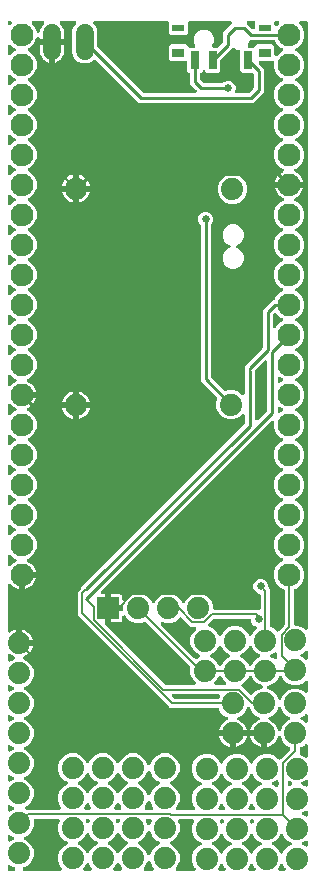
<source format=gbr>
G04 EAGLE Gerber RS-274X export*
G75*
%MOMM*%
%FSLAX34Y34*%
%LPD*%
%INTop Copper*%
%IPPOS*%
%AMOC8*
5,1,8,0,0,1.08239X$1,22.5*%
G01*
%ADD10C,1.524000*%
%ADD11C,1.879600*%
%ADD12R,0.700000X1.500000*%
%ADD13R,1.000000X0.600000*%
%ADD14R,1.000000X0.800000*%
%ADD15C,1.930400*%
%ADD16R,1.879600X1.879600*%
%ADD17C,0.254000*%
%ADD18C,0.200000*%
%ADD19C,0.654800*%
%ADD20C,0.152400*%

G36*
X162787Y56407D02*
X162787Y56407D01*
X162891Y56409D01*
X162958Y56427D01*
X163027Y56435D01*
X163125Y56470D01*
X163226Y56496D01*
X163287Y56529D01*
X163352Y56552D01*
X163439Y56609D01*
X163532Y56658D01*
X163584Y56703D01*
X163642Y56741D01*
X163714Y56816D01*
X163792Y56885D01*
X163833Y56941D01*
X163880Y56991D01*
X163933Y57081D01*
X163994Y57166D01*
X164020Y57230D01*
X164055Y57289D01*
X164086Y57389D01*
X164126Y57485D01*
X164137Y57554D01*
X164157Y57620D01*
X164165Y57724D01*
X164181Y57827D01*
X164176Y57896D01*
X164181Y57965D01*
X164164Y58068D01*
X164157Y58172D01*
X164136Y58238D01*
X164125Y58306D01*
X164085Y58402D01*
X164054Y58502D01*
X164019Y58561D01*
X163992Y58625D01*
X163931Y58710D01*
X163878Y58799D01*
X163810Y58878D01*
X163790Y58905D01*
X163773Y58920D01*
X163744Y58954D01*
X163448Y59249D01*
X161553Y63824D01*
X161553Y68776D01*
X163448Y73351D01*
X166949Y76852D01*
X168792Y77615D01*
X168883Y77666D01*
X168978Y77708D01*
X169033Y77749D01*
X169094Y77783D01*
X169171Y77853D01*
X169254Y77916D01*
X169298Y77970D01*
X169349Y78016D01*
X169408Y78102D01*
X169475Y78182D01*
X169506Y78244D01*
X169544Y78301D01*
X169582Y78399D01*
X169629Y78492D01*
X169644Y78559D01*
X169669Y78624D01*
X169684Y78727D01*
X169707Y78829D01*
X169707Y78898D01*
X169717Y78966D01*
X169707Y79070D01*
X169707Y79174D01*
X169691Y79242D01*
X169685Y79311D01*
X169651Y79409D01*
X169627Y79511D01*
X169597Y79573D01*
X169575Y79638D01*
X169520Y79727D01*
X169473Y79820D01*
X169429Y79873D01*
X169392Y79932D01*
X169318Y80006D01*
X169252Y80086D01*
X169196Y80128D01*
X169148Y80176D01*
X169059Y80231D01*
X168975Y80294D01*
X168882Y80340D01*
X168853Y80358D01*
X168832Y80365D01*
X168792Y80385D01*
X166949Y81148D01*
X163448Y84649D01*
X161553Y89224D01*
X161553Y94176D01*
X163448Y98751D01*
X166949Y102252D01*
X171524Y104147D01*
X176476Y104147D01*
X181051Y102252D01*
X184552Y98751D01*
X185315Y96908D01*
X185366Y96817D01*
X185408Y96722D01*
X185449Y96667D01*
X185483Y96606D01*
X185553Y96529D01*
X185616Y96446D01*
X185670Y96402D01*
X185716Y96351D01*
X185802Y96292D01*
X185882Y96225D01*
X185944Y96194D01*
X186001Y96156D01*
X186099Y96118D01*
X186192Y96071D01*
X186259Y96056D01*
X186324Y96031D01*
X186427Y96016D01*
X186529Y95993D01*
X186598Y95993D01*
X186666Y95983D01*
X186770Y95993D01*
X186874Y95993D01*
X186942Y96009D01*
X187011Y96015D01*
X187109Y96049D01*
X187211Y96073D01*
X187273Y96103D01*
X187338Y96125D01*
X187427Y96180D01*
X187520Y96227D01*
X187573Y96271D01*
X187632Y96308D01*
X187706Y96382D01*
X187786Y96448D01*
X187828Y96504D01*
X187876Y96552D01*
X187931Y96641D01*
X187994Y96725D01*
X188040Y96818D01*
X188058Y96847D01*
X188065Y96868D01*
X188085Y96908D01*
X188848Y98751D01*
X192349Y102252D01*
X196924Y104147D01*
X201876Y104147D01*
X206451Y102252D01*
X209952Y98751D01*
X210715Y96908D01*
X210766Y96817D01*
X210808Y96722D01*
X210849Y96667D01*
X210883Y96606D01*
X210953Y96529D01*
X211016Y96446D01*
X211070Y96402D01*
X211116Y96351D01*
X211202Y96292D01*
X211282Y96225D01*
X211344Y96194D01*
X211401Y96156D01*
X211499Y96118D01*
X211592Y96071D01*
X211659Y96056D01*
X211724Y96031D01*
X211827Y96016D01*
X211929Y95993D01*
X211998Y95993D01*
X212066Y95983D01*
X212170Y95993D01*
X212274Y95993D01*
X212342Y96009D01*
X212411Y96015D01*
X212509Y96049D01*
X212611Y96073D01*
X212673Y96103D01*
X212738Y96125D01*
X212827Y96180D01*
X212920Y96227D01*
X212973Y96271D01*
X213032Y96308D01*
X213106Y96382D01*
X213186Y96448D01*
X213228Y96504D01*
X213276Y96552D01*
X213331Y96641D01*
X213394Y96725D01*
X213440Y96818D01*
X213458Y96847D01*
X213465Y96868D01*
X213485Y96908D01*
X214248Y98751D01*
X217749Y102252D01*
X222324Y104147D01*
X227276Y104147D01*
X231851Y102252D01*
X234285Y99818D01*
X234312Y99796D01*
X234336Y99769D01*
X234448Y99689D01*
X234556Y99603D01*
X234588Y99588D01*
X234617Y99567D01*
X234744Y99515D01*
X234869Y99456D01*
X234903Y99449D01*
X234936Y99435D01*
X235072Y99413D01*
X235207Y99385D01*
X235242Y99386D01*
X235277Y99380D01*
X235415Y99390D01*
X235553Y99393D01*
X235587Y99402D01*
X235622Y99405D01*
X235754Y99446D01*
X235887Y99480D01*
X235919Y99497D01*
X235952Y99507D01*
X236071Y99577D01*
X236193Y99642D01*
X236220Y99665D01*
X236250Y99683D01*
X236405Y99818D01*
X237377Y100790D01*
X244313Y107726D01*
X244409Y107848D01*
X244509Y107968D01*
X244517Y107983D01*
X244527Y107997D01*
X244594Y108138D01*
X244663Y108278D01*
X244667Y108294D01*
X244674Y108310D01*
X244706Y108463D01*
X244742Y108614D01*
X244742Y108631D01*
X244745Y108648D01*
X244742Y108804D01*
X244742Y108960D01*
X244738Y108977D01*
X244737Y108994D01*
X244698Y109144D01*
X244662Y109297D01*
X244654Y109312D01*
X244650Y109328D01*
X244578Y109465D01*
X244508Y109606D01*
X244497Y109619D01*
X244489Y109634D01*
X244386Y109752D01*
X244286Y109872D01*
X244273Y109882D01*
X244262Y109895D01*
X244135Y109986D01*
X244010Y110080D01*
X243991Y110089D01*
X243981Y110096D01*
X243955Y110107D01*
X243826Y110171D01*
X241949Y110948D01*
X238448Y114449D01*
X236799Y118432D01*
X236719Y118574D01*
X236642Y118717D01*
X236635Y118725D01*
X236630Y118734D01*
X236521Y118854D01*
X236413Y118976D01*
X236404Y118982D01*
X236397Y118989D01*
X236263Y119081D01*
X236130Y119175D01*
X236121Y119179D01*
X236112Y119184D01*
X235959Y119243D01*
X235809Y119304D01*
X235799Y119305D01*
X235790Y119309D01*
X235628Y119332D01*
X235467Y119356D01*
X235457Y119355D01*
X235447Y119357D01*
X235285Y119342D01*
X235123Y119329D01*
X235113Y119325D01*
X235103Y119325D01*
X234949Y119273D01*
X234794Y119223D01*
X234785Y119218D01*
X234775Y119214D01*
X234637Y119129D01*
X234497Y119045D01*
X234490Y119037D01*
X234482Y119032D01*
X234367Y118918D01*
X234250Y118803D01*
X234244Y118794D01*
X234237Y118787D01*
X234152Y118649D01*
X234064Y118511D01*
X234060Y118499D01*
X234056Y118493D01*
X234049Y118473D01*
X233988Y118321D01*
X233564Y117017D01*
X232711Y115343D01*
X231606Y113822D01*
X230278Y112494D01*
X228757Y111389D01*
X227083Y110536D01*
X225296Y109955D01*
X225039Y109915D01*
X225039Y120560D01*
X225035Y120595D01*
X225038Y120630D01*
X225015Y120766D01*
X224999Y120903D01*
X224987Y120937D01*
X224982Y120972D01*
X224929Y121099D01*
X224882Y121228D01*
X224863Y121258D01*
X224849Y121291D01*
X224768Y121403D01*
X224693Y121518D01*
X224667Y121542D01*
X224647Y121571D01*
X224543Y121662D01*
X224443Y121757D01*
X224412Y121775D01*
X224386Y121798D01*
X224263Y121862D01*
X224145Y121932D01*
X224111Y121942D01*
X224079Y121959D01*
X223946Y121993D01*
X223814Y122034D01*
X223779Y122036D01*
X223745Y122045D01*
X223540Y122059D01*
X222959Y122059D01*
X222959Y122640D01*
X222955Y122675D01*
X222957Y122711D01*
X222935Y122847D01*
X222919Y122983D01*
X222907Y123017D01*
X222901Y123052D01*
X222849Y123179D01*
X222802Y123309D01*
X222782Y123338D01*
X222769Y123371D01*
X222688Y123483D01*
X222613Y123598D01*
X222587Y123623D01*
X222566Y123651D01*
X222462Y123742D01*
X222363Y123837D01*
X222332Y123855D01*
X222305Y123878D01*
X222183Y123942D01*
X222065Y124012D01*
X222031Y124022D01*
X221999Y124039D01*
X221866Y124073D01*
X221734Y124114D01*
X221699Y124116D01*
X221664Y124125D01*
X221460Y124139D01*
X210815Y124139D01*
X210855Y124396D01*
X211436Y126183D01*
X212289Y127857D01*
X213394Y129378D01*
X214722Y130706D01*
X216243Y131811D01*
X218009Y132711D01*
X218047Y132736D01*
X218089Y132755D01*
X218191Y132832D01*
X218297Y132903D01*
X218328Y132936D01*
X218365Y132963D01*
X218447Y133062D01*
X218534Y133155D01*
X218556Y133194D01*
X218586Y133229D01*
X218642Y133344D01*
X218706Y133455D01*
X218719Y133498D01*
X218739Y133539D01*
X218769Y133663D01*
X218805Y133786D01*
X218808Y133831D01*
X218818Y133876D01*
X218818Y134003D01*
X218826Y134131D01*
X218818Y134176D01*
X218818Y134221D01*
X218789Y134346D01*
X218767Y134472D01*
X218749Y134514D01*
X218738Y134558D01*
X218681Y134672D01*
X218631Y134790D01*
X218604Y134826D01*
X218584Y134867D01*
X218502Y134965D01*
X218426Y135068D01*
X218392Y135098D01*
X218363Y135133D01*
X218260Y135210D01*
X218163Y135293D01*
X218123Y135313D01*
X218086Y135341D01*
X217903Y135432D01*
X215449Y136448D01*
X211948Y139949D01*
X210635Y143119D01*
X210584Y143211D01*
X210542Y143306D01*
X210501Y143361D01*
X210467Y143422D01*
X210397Y143499D01*
X210334Y143582D01*
X210281Y143626D01*
X210234Y143677D01*
X210148Y143736D01*
X210068Y143802D01*
X210006Y143833D01*
X209949Y143872D01*
X209851Y143910D01*
X209758Y143956D01*
X209691Y143972D01*
X209626Y143997D01*
X209523Y144011D01*
X209421Y144035D01*
X209352Y144035D01*
X209284Y144045D01*
X209180Y144035D01*
X209076Y144035D01*
X209008Y144019D01*
X208939Y144012D01*
X208841Y143979D01*
X208739Y143955D01*
X208677Y143924D01*
X208612Y143902D01*
X208523Y143847D01*
X208430Y143801D01*
X208377Y143756D01*
X208318Y143720D01*
X208244Y143646D01*
X208164Y143579D01*
X208123Y143524D01*
X208074Y143475D01*
X208019Y143386D01*
X207956Y143303D01*
X207910Y143210D01*
X207892Y143181D01*
X207885Y143160D01*
X207865Y143119D01*
X206552Y139949D01*
X203051Y136448D01*
X200597Y135432D01*
X200558Y135410D01*
X200515Y135395D01*
X200407Y135326D01*
X200295Y135264D01*
X200262Y135233D01*
X200223Y135209D01*
X200134Y135117D01*
X200040Y135031D01*
X200014Y134993D01*
X199982Y134961D01*
X199917Y134851D01*
X199845Y134746D01*
X199828Y134703D01*
X199805Y134664D01*
X199766Y134542D01*
X199720Y134423D01*
X199714Y134378D01*
X199700Y134335D01*
X199690Y134207D01*
X199672Y134081D01*
X199677Y134035D01*
X199673Y133990D01*
X199693Y133863D01*
X199704Y133736D01*
X199719Y133693D01*
X199726Y133648D01*
X199774Y133530D01*
X199815Y133409D01*
X199839Y133370D01*
X199856Y133328D01*
X199930Y133223D01*
X199997Y133115D01*
X200029Y133083D01*
X200055Y133045D01*
X200151Y132961D01*
X200242Y132871D01*
X200281Y132847D01*
X200315Y132817D01*
X200491Y132711D01*
X202257Y131811D01*
X203778Y130706D01*
X205106Y129378D01*
X206211Y127857D01*
X207064Y126183D01*
X207645Y124396D01*
X207685Y124139D01*
X197040Y124139D01*
X197005Y124135D01*
X196970Y124138D01*
X196834Y124115D01*
X196697Y124099D01*
X196663Y124087D01*
X196628Y124082D01*
X196501Y124029D01*
X196372Y123982D01*
X196342Y123963D01*
X196309Y123949D01*
X196197Y123868D01*
X196082Y123793D01*
X196058Y123767D01*
X196029Y123747D01*
X195998Y123711D01*
X195962Y123742D01*
X195863Y123837D01*
X195832Y123855D01*
X195805Y123878D01*
X195683Y123942D01*
X195565Y124012D01*
X195531Y124022D01*
X195499Y124039D01*
X195366Y124073D01*
X195234Y124114D01*
X195199Y124116D01*
X195164Y124125D01*
X194960Y124139D01*
X184315Y124139D01*
X184355Y124396D01*
X184936Y126183D01*
X185789Y127857D01*
X186894Y129378D01*
X188222Y130706D01*
X189743Y131811D01*
X191509Y132711D01*
X191547Y132736D01*
X191589Y132755D01*
X191691Y132832D01*
X191797Y132903D01*
X191828Y132936D01*
X191865Y132963D01*
X191947Y133062D01*
X192034Y133155D01*
X192056Y133194D01*
X192086Y133229D01*
X192142Y133344D01*
X192206Y133455D01*
X192219Y133498D01*
X192239Y133539D01*
X192269Y133663D01*
X192305Y133786D01*
X192308Y133831D01*
X192318Y133876D01*
X192318Y134003D01*
X192326Y134131D01*
X192318Y134176D01*
X192318Y134221D01*
X192289Y134346D01*
X192267Y134472D01*
X192249Y134514D01*
X192238Y134558D01*
X192181Y134672D01*
X192131Y134790D01*
X192104Y134826D01*
X192084Y134867D01*
X192002Y134965D01*
X191926Y135068D01*
X191892Y135098D01*
X191863Y135133D01*
X191760Y135210D01*
X191663Y135293D01*
X191623Y135313D01*
X191586Y135341D01*
X191403Y135432D01*
X188949Y136448D01*
X185448Y139949D01*
X184490Y142264D01*
X184447Y142340D01*
X184413Y142421D01*
X184363Y142491D01*
X184321Y142566D01*
X184262Y142631D01*
X184211Y142701D01*
X184146Y142758D01*
X184088Y142821D01*
X184016Y142871D01*
X183950Y142928D01*
X183874Y142968D01*
X183803Y143017D01*
X183722Y143048D01*
X183644Y143089D01*
X183561Y143110D01*
X183481Y143141D01*
X183394Y143153D01*
X183309Y143175D01*
X183166Y143185D01*
X183138Y143189D01*
X183126Y143188D01*
X183104Y143189D01*
X143082Y143189D01*
X64725Y221546D01*
X64725Y241614D01*
X67242Y244131D01*
X67316Y244225D01*
X67338Y244248D01*
X67345Y244259D01*
X67420Y244346D01*
X67436Y244376D01*
X67457Y244402D01*
X67516Y244528D01*
X67581Y244652D01*
X67589Y244685D01*
X67604Y244715D01*
X67632Y244852D01*
X67667Y244987D01*
X67670Y245032D01*
X67675Y245054D01*
X67674Y245087D01*
X67681Y245191D01*
X67681Y245289D01*
X205705Y383313D01*
X205791Y383422D01*
X205883Y383527D01*
X205899Y383557D01*
X205920Y383584D01*
X205979Y383710D01*
X206044Y383833D01*
X206052Y383866D01*
X206066Y383897D01*
X206095Y384033D01*
X206130Y384168D01*
X206133Y384213D01*
X206138Y384235D01*
X206137Y384269D01*
X206144Y384373D01*
X206144Y390251D01*
X206132Y390355D01*
X206130Y390459D01*
X206112Y390526D01*
X206104Y390595D01*
X206069Y390693D01*
X206042Y390794D01*
X206010Y390855D01*
X205987Y390920D01*
X205930Y391007D01*
X205881Y391099D01*
X205836Y391151D01*
X205798Y391209D01*
X205722Y391281D01*
X205654Y391360D01*
X205598Y391400D01*
X205548Y391448D01*
X205458Y391501D01*
X205373Y391562D01*
X205309Y391588D01*
X205250Y391623D01*
X205150Y391654D01*
X205053Y391694D01*
X204985Y391705D01*
X204919Y391725D01*
X204815Y391732D01*
X204712Y391749D01*
X204643Y391744D01*
X204574Y391749D01*
X204471Y391732D01*
X204367Y391724D01*
X204301Y391704D01*
X204233Y391693D01*
X204137Y391653D01*
X204037Y391622D01*
X203978Y391587D01*
X203914Y391560D01*
X203829Y391499D01*
X203739Y391446D01*
X203661Y391378D01*
X203633Y391358D01*
X203619Y391341D01*
X203585Y391311D01*
X201591Y389318D01*
X197017Y387423D01*
X192065Y387423D01*
X187490Y389318D01*
X183989Y392819D01*
X182094Y397394D01*
X182094Y402345D01*
X182842Y404152D01*
X182866Y404236D01*
X182900Y404317D01*
X182913Y404402D01*
X182937Y404484D01*
X182941Y404572D01*
X182955Y404658D01*
X182949Y404744D01*
X182953Y404830D01*
X182937Y404916D01*
X182930Y405003D01*
X182905Y405085D01*
X182889Y405169D01*
X182854Y405250D01*
X182828Y405333D01*
X182784Y405407D01*
X182749Y405486D01*
X182697Y405555D01*
X182652Y405631D01*
X182558Y405739D01*
X182541Y405761D01*
X182532Y405769D01*
X182517Y405786D01*
X168681Y419622D01*
X168681Y551756D01*
X168665Y551894D01*
X168655Y552034D01*
X168645Y552066D01*
X168641Y552099D01*
X168594Y552230D01*
X168553Y552364D01*
X168535Y552393D01*
X168524Y552425D01*
X168448Y552541D01*
X168377Y552661D01*
X168347Y552696D01*
X168335Y552714D01*
X168311Y552738D01*
X168242Y552816D01*
X167640Y553418D01*
X166677Y555742D01*
X166677Y558258D01*
X167640Y560582D01*
X169418Y562360D01*
X171742Y563323D01*
X174258Y563323D01*
X176582Y562360D01*
X178360Y560582D01*
X179323Y558258D01*
X179323Y555742D01*
X178360Y553418D01*
X177758Y552816D01*
X177671Y552707D01*
X177580Y552602D01*
X177564Y552572D01*
X177543Y552545D01*
X177484Y552419D01*
X177419Y552295D01*
X177411Y552263D01*
X177396Y552232D01*
X177368Y552096D01*
X177333Y551961D01*
X177330Y551916D01*
X177325Y551894D01*
X177326Y551860D01*
X177319Y551756D01*
X177319Y423820D01*
X177335Y423682D01*
X177345Y423543D01*
X177355Y423510D01*
X177359Y423477D01*
X177406Y423346D01*
X177447Y423213D01*
X177465Y423184D01*
X177476Y423152D01*
X177552Y423035D01*
X177623Y422915D01*
X177653Y422881D01*
X177665Y422862D01*
X177689Y422839D01*
X177758Y422760D01*
X188625Y411893D01*
X188693Y411839D01*
X188755Y411777D01*
X188829Y411732D01*
X188896Y411679D01*
X188975Y411641D01*
X189050Y411595D01*
X189131Y411568D01*
X189209Y411532D01*
X189295Y411514D01*
X189378Y411486D01*
X189463Y411478D01*
X189547Y411460D01*
X189635Y411462D01*
X189722Y411455D01*
X189807Y411466D01*
X189893Y411469D01*
X189978Y411491D01*
X190064Y411503D01*
X190201Y411549D01*
X190227Y411556D01*
X190238Y411561D01*
X190259Y411568D01*
X192065Y412316D01*
X197017Y412316D01*
X201591Y410421D01*
X203585Y408428D01*
X203666Y408363D01*
X203742Y408291D01*
X203802Y408256D01*
X203856Y408213D01*
X203950Y408169D01*
X204040Y408116D01*
X204106Y408096D01*
X204169Y408067D01*
X204271Y408045D01*
X204370Y408014D01*
X204439Y408010D01*
X204507Y407995D01*
X204611Y407998D01*
X204715Y407991D01*
X204784Y408002D01*
X204853Y408003D01*
X204954Y408030D01*
X205057Y408047D01*
X205120Y408073D01*
X205187Y408091D01*
X205280Y408139D01*
X205376Y408179D01*
X205432Y408220D01*
X205493Y408252D01*
X205572Y408321D01*
X205656Y408381D01*
X205702Y408434D01*
X205754Y408479D01*
X205814Y408564D01*
X205883Y408643D01*
X205915Y408704D01*
X205955Y408760D01*
X205995Y408856D01*
X206044Y408949D01*
X206061Y409016D01*
X206087Y409080D01*
X206104Y409182D01*
X206130Y409283D01*
X206137Y409387D01*
X206143Y409421D01*
X206141Y409443D01*
X206144Y409488D01*
X206144Y432535D01*
X220742Y447134D01*
X220829Y447243D01*
X220920Y447348D01*
X220936Y447378D01*
X220957Y447405D01*
X221016Y447531D01*
X221081Y447654D01*
X221089Y447687D01*
X221104Y447718D01*
X221132Y447854D01*
X221167Y447989D01*
X221170Y448034D01*
X221175Y448056D01*
X221174Y448090D01*
X221181Y448194D01*
X221181Y479789D01*
X230111Y488719D01*
X230740Y488719D01*
X230827Y488729D01*
X230914Y488729D01*
X230998Y488749D01*
X231083Y488759D01*
X231166Y488788D01*
X231251Y488808D01*
X231328Y488847D01*
X231409Y488876D01*
X231482Y488924D01*
X231560Y488963D01*
X231626Y489018D01*
X231698Y489065D01*
X231759Y489128D01*
X231826Y489184D01*
X231877Y489253D01*
X231937Y489315D01*
X231981Y489391D01*
X232034Y489461D01*
X232098Y489589D01*
X232112Y489613D01*
X232115Y489625D01*
X232125Y489644D01*
X232933Y491594D01*
X236506Y495167D01*
X237828Y495715D01*
X237919Y495766D01*
X238014Y495808D01*
X238070Y495849D01*
X238130Y495883D01*
X238207Y495953D01*
X238290Y496016D01*
X238334Y496070D01*
X238385Y496116D01*
X238444Y496202D01*
X238511Y496282D01*
X238542Y496344D01*
X238581Y496401D01*
X238618Y496499D01*
X238665Y496592D01*
X238681Y496659D01*
X238705Y496724D01*
X238720Y496827D01*
X238744Y496929D01*
X238744Y496998D01*
X238753Y497066D01*
X238743Y497170D01*
X238743Y497274D01*
X238727Y497342D01*
X238721Y497411D01*
X238688Y497509D01*
X238664Y497611D01*
X238633Y497673D01*
X238611Y497738D01*
X238556Y497827D01*
X238509Y497920D01*
X238465Y497973D01*
X238429Y498032D01*
X238355Y498106D01*
X238288Y498186D01*
X238233Y498228D01*
X238184Y498276D01*
X238095Y498331D01*
X238012Y498394D01*
X237918Y498440D01*
X237890Y498458D01*
X237868Y498465D01*
X237828Y498485D01*
X236506Y499033D01*
X232933Y502606D01*
X230999Y507274D01*
X230999Y512326D01*
X232933Y516994D01*
X236506Y520567D01*
X237828Y521115D01*
X237919Y521166D01*
X238014Y521208D01*
X238070Y521249D01*
X238130Y521283D01*
X238207Y521353D01*
X238290Y521416D01*
X238334Y521470D01*
X238385Y521516D01*
X238444Y521602D01*
X238511Y521682D01*
X238542Y521744D01*
X238581Y521801D01*
X238618Y521899D01*
X238665Y521992D01*
X238681Y522059D01*
X238705Y522124D01*
X238720Y522227D01*
X238744Y522329D01*
X238744Y522398D01*
X238753Y522466D01*
X238743Y522570D01*
X238743Y522674D01*
X238727Y522742D01*
X238721Y522811D01*
X238688Y522909D01*
X238664Y523011D01*
X238633Y523073D01*
X238611Y523138D01*
X238556Y523227D01*
X238509Y523320D01*
X238465Y523373D01*
X238429Y523432D01*
X238355Y523506D01*
X238288Y523586D01*
X238233Y523628D01*
X238184Y523676D01*
X238095Y523731D01*
X238077Y523745D01*
X238071Y523750D01*
X238068Y523752D01*
X238012Y523794D01*
X237918Y523840D01*
X237890Y523858D01*
X237868Y523865D01*
X237828Y523885D01*
X236506Y524433D01*
X232933Y528006D01*
X230999Y532674D01*
X230999Y537726D01*
X232933Y542394D01*
X236506Y545967D01*
X237828Y546515D01*
X237919Y546566D01*
X238014Y546608D01*
X238070Y546649D01*
X238130Y546683D01*
X238207Y546753D01*
X238290Y546816D01*
X238334Y546870D01*
X238385Y546916D01*
X238444Y547002D01*
X238511Y547082D01*
X238542Y547144D01*
X238581Y547201D01*
X238618Y547299D01*
X238665Y547392D01*
X238681Y547459D01*
X238705Y547524D01*
X238720Y547627D01*
X238744Y547729D01*
X238744Y547798D01*
X238753Y547866D01*
X238743Y547970D01*
X238743Y548074D01*
X238727Y548142D01*
X238721Y548211D01*
X238688Y548309D01*
X238664Y548411D01*
X238633Y548473D01*
X238611Y548538D01*
X238556Y548627D01*
X238509Y548720D01*
X238465Y548773D01*
X238429Y548832D01*
X238355Y548906D01*
X238288Y548986D01*
X238233Y549028D01*
X238184Y549076D01*
X238095Y549131D01*
X238012Y549194D01*
X237918Y549240D01*
X237890Y549258D01*
X237868Y549265D01*
X237828Y549285D01*
X236506Y549833D01*
X232933Y553406D01*
X230999Y558074D01*
X230999Y563126D01*
X232933Y567794D01*
X236506Y571367D01*
X238496Y572192D01*
X238536Y572214D01*
X238579Y572229D01*
X238687Y572298D01*
X238798Y572360D01*
X238832Y572391D01*
X238870Y572415D01*
X238959Y572507D01*
X239054Y572593D01*
X239080Y572631D01*
X239111Y572663D01*
X239177Y572773D01*
X239249Y572878D01*
X239266Y572921D01*
X239289Y572960D01*
X239328Y573081D01*
X239374Y573201D01*
X239380Y573246D01*
X239394Y573289D01*
X239404Y573416D01*
X239421Y573543D01*
X239417Y573589D01*
X239421Y573634D01*
X239401Y573760D01*
X239389Y573887D01*
X239375Y573931D01*
X239368Y573976D01*
X239320Y574094D01*
X239279Y574215D01*
X239255Y574254D01*
X239238Y574296D01*
X239164Y574400D01*
X239097Y574509D01*
X239065Y574541D01*
X239038Y574578D01*
X238942Y574663D01*
X238852Y574753D01*
X238813Y574777D01*
X238779Y574807D01*
X238603Y574913D01*
X237310Y575572D01*
X235757Y576700D01*
X234400Y578057D01*
X233272Y579610D01*
X232401Y581320D01*
X231807Y583145D01*
X231751Y583501D01*
X242700Y583501D01*
X242735Y583505D01*
X242770Y583502D01*
X242906Y583525D01*
X243043Y583541D01*
X243077Y583553D01*
X243112Y583558D01*
X243239Y583611D01*
X243368Y583658D01*
X243398Y583677D01*
X243431Y583691D01*
X243543Y583772D01*
X243658Y583847D01*
X243682Y583873D01*
X243706Y583890D01*
X243797Y583803D01*
X243828Y583785D01*
X243855Y583762D01*
X243977Y583698D01*
X244095Y583628D01*
X244129Y583618D01*
X244161Y583601D01*
X244294Y583567D01*
X244426Y583526D01*
X244461Y583524D01*
X244496Y583515D01*
X244700Y583501D01*
X255649Y583501D01*
X255593Y583145D01*
X254999Y581320D01*
X254128Y579610D01*
X253000Y578057D01*
X251643Y576700D01*
X250090Y575572D01*
X248797Y574913D01*
X248759Y574887D01*
X248717Y574869D01*
X248615Y574792D01*
X248509Y574721D01*
X248478Y574688D01*
X248441Y574661D01*
X248360Y574562D01*
X248272Y574469D01*
X248250Y574429D01*
X248221Y574394D01*
X248164Y574280D01*
X248100Y574169D01*
X248087Y574125D01*
X248067Y574085D01*
X248038Y573961D01*
X248001Y573838D01*
X247998Y573792D01*
X247988Y573748D01*
X247988Y573621D01*
X247980Y573493D01*
X247988Y573448D01*
X247988Y573402D01*
X248018Y573278D01*
X248040Y573152D01*
X248057Y573110D01*
X248068Y573066D01*
X248125Y572951D01*
X248175Y572834D01*
X248202Y572797D01*
X248222Y572757D01*
X248304Y572658D01*
X248380Y572556D01*
X248415Y572526D01*
X248444Y572491D01*
X248546Y572414D01*
X248643Y572331D01*
X248684Y572310D01*
X248720Y572283D01*
X248904Y572192D01*
X250894Y571367D01*
X254467Y567794D01*
X256401Y563126D01*
X256401Y558074D01*
X254467Y553406D01*
X250894Y549833D01*
X249572Y549285D01*
X249481Y549234D01*
X249386Y549192D01*
X249330Y549150D01*
X249270Y549117D01*
X249193Y549046D01*
X249110Y548984D01*
X249066Y548931D01*
X249015Y548884D01*
X248956Y548798D01*
X248889Y548717D01*
X248858Y548656D01*
X248819Y548599D01*
X248782Y548501D01*
X248735Y548408D01*
X248719Y548341D01*
X248694Y548276D01*
X248680Y548173D01*
X248656Y548071D01*
X248656Y548002D01*
X248647Y547934D01*
X248657Y547830D01*
X248657Y547725D01*
X248673Y547658D01*
X248679Y547589D01*
X248712Y547491D01*
X248736Y547389D01*
X248767Y547327D01*
X248789Y547262D01*
X248844Y547173D01*
X248891Y547080D01*
X248935Y547027D01*
X248972Y546968D01*
X249045Y546894D01*
X249112Y546814D01*
X249167Y546773D01*
X249216Y546724D01*
X249305Y546669D01*
X249388Y546606D01*
X249482Y546560D01*
X249510Y546542D01*
X249532Y546535D01*
X249572Y546515D01*
X250894Y545967D01*
X254467Y542394D01*
X256401Y537726D01*
X256401Y532674D01*
X254467Y528006D01*
X250894Y524433D01*
X249572Y523885D01*
X249534Y523864D01*
X249506Y523854D01*
X249466Y523828D01*
X249386Y523792D01*
X249330Y523750D01*
X249270Y523717D01*
X249193Y523646D01*
X249110Y523584D01*
X249066Y523531D01*
X249015Y523484D01*
X248956Y523398D01*
X248889Y523317D01*
X248858Y523256D01*
X248819Y523199D01*
X248782Y523101D01*
X248735Y523008D01*
X248719Y522941D01*
X248694Y522876D01*
X248680Y522773D01*
X248656Y522671D01*
X248656Y522602D01*
X248647Y522534D01*
X248657Y522430D01*
X248657Y522325D01*
X248673Y522258D01*
X248679Y522189D01*
X248712Y522091D01*
X248736Y521989D01*
X248767Y521927D01*
X248789Y521862D01*
X248844Y521773D01*
X248891Y521680D01*
X248935Y521627D01*
X248972Y521568D01*
X249045Y521494D01*
X249112Y521414D01*
X249167Y521373D01*
X249216Y521324D01*
X249305Y521269D01*
X249388Y521206D01*
X249482Y521160D01*
X249510Y521142D01*
X249532Y521135D01*
X249572Y521115D01*
X250894Y520567D01*
X254467Y516994D01*
X256401Y512326D01*
X256401Y507274D01*
X254467Y502606D01*
X250894Y499033D01*
X249572Y498485D01*
X249481Y498434D01*
X249386Y498392D01*
X249330Y498350D01*
X249270Y498317D01*
X249193Y498246D01*
X249110Y498184D01*
X249066Y498131D01*
X249015Y498084D01*
X248956Y497998D01*
X248889Y497917D01*
X248858Y497856D01*
X248819Y497799D01*
X248782Y497701D01*
X248735Y497608D01*
X248719Y497541D01*
X248694Y497476D01*
X248680Y497373D01*
X248656Y497271D01*
X248656Y497202D01*
X248647Y497134D01*
X248657Y497030D01*
X248657Y496925D01*
X248673Y496858D01*
X248679Y496789D01*
X248712Y496691D01*
X248736Y496589D01*
X248767Y496527D01*
X248789Y496462D01*
X248844Y496373D01*
X248891Y496280D01*
X248935Y496227D01*
X248972Y496168D01*
X249045Y496094D01*
X249112Y496014D01*
X249167Y495973D01*
X249216Y495924D01*
X249305Y495869D01*
X249388Y495806D01*
X249482Y495760D01*
X249510Y495742D01*
X249532Y495735D01*
X249572Y495715D01*
X250894Y495167D01*
X254467Y491594D01*
X256401Y486926D01*
X256401Y481874D01*
X254467Y477206D01*
X250894Y473633D01*
X249572Y473085D01*
X249481Y473034D01*
X249386Y472992D01*
X249330Y472950D01*
X249270Y472917D01*
X249193Y472846D01*
X249110Y472784D01*
X249066Y472731D01*
X249015Y472684D01*
X248956Y472598D01*
X248889Y472517D01*
X248858Y472456D01*
X248819Y472399D01*
X248782Y472301D01*
X248735Y472208D01*
X248719Y472141D01*
X248694Y472076D01*
X248680Y471973D01*
X248656Y471871D01*
X248656Y471802D01*
X248647Y471734D01*
X248657Y471630D01*
X248657Y471525D01*
X248673Y471458D01*
X248679Y471389D01*
X248712Y471291D01*
X248736Y471189D01*
X248767Y471127D01*
X248789Y471062D01*
X248844Y470973D01*
X248891Y470880D01*
X248935Y470827D01*
X248972Y470768D01*
X249045Y470694D01*
X249112Y470614D01*
X249167Y470573D01*
X249216Y470524D01*
X249305Y470469D01*
X249388Y470406D01*
X249482Y470360D01*
X249510Y470342D01*
X249532Y470335D01*
X249572Y470315D01*
X250894Y469767D01*
X254467Y466194D01*
X256401Y461526D01*
X256401Y456474D01*
X254467Y451806D01*
X250894Y448233D01*
X249572Y447685D01*
X249481Y447634D01*
X249386Y447592D01*
X249330Y447550D01*
X249270Y447517D01*
X249193Y447446D01*
X249110Y447384D01*
X249066Y447331D01*
X249015Y447284D01*
X248956Y447198D01*
X248889Y447117D01*
X248858Y447056D01*
X248819Y446999D01*
X248782Y446901D01*
X248735Y446808D01*
X248719Y446741D01*
X248694Y446676D01*
X248680Y446573D01*
X248656Y446471D01*
X248656Y446402D01*
X248647Y446334D01*
X248657Y446230D01*
X248657Y446125D01*
X248673Y446058D01*
X248679Y445989D01*
X248712Y445891D01*
X248736Y445789D01*
X248767Y445727D01*
X248789Y445662D01*
X248844Y445573D01*
X248891Y445480D01*
X248935Y445427D01*
X248972Y445368D01*
X249045Y445294D01*
X249112Y445214D01*
X249167Y445173D01*
X249216Y445124D01*
X249305Y445069D01*
X249388Y445006D01*
X249482Y444960D01*
X249510Y444942D01*
X249532Y444935D01*
X249572Y444915D01*
X250894Y444367D01*
X254467Y440794D01*
X256401Y436126D01*
X256401Y431074D01*
X254467Y426406D01*
X250894Y422833D01*
X249572Y422285D01*
X249481Y422234D01*
X249386Y422192D01*
X249330Y422150D01*
X249270Y422117D01*
X249193Y422046D01*
X249110Y421984D01*
X249066Y421931D01*
X249015Y421884D01*
X248956Y421798D01*
X248889Y421717D01*
X248858Y421656D01*
X248819Y421599D01*
X248782Y421501D01*
X248735Y421408D01*
X248719Y421341D01*
X248694Y421276D01*
X248680Y421173D01*
X248656Y421071D01*
X248656Y421002D01*
X248647Y420934D01*
X248657Y420830D01*
X248657Y420725D01*
X248673Y420658D01*
X248679Y420589D01*
X248712Y420491D01*
X248736Y420389D01*
X248767Y420327D01*
X248789Y420262D01*
X248844Y420173D01*
X248891Y420080D01*
X248935Y420027D01*
X248972Y419968D01*
X249045Y419894D01*
X249112Y419814D01*
X249167Y419773D01*
X249216Y419724D01*
X249305Y419669D01*
X249388Y419606D01*
X249482Y419560D01*
X249510Y419542D01*
X249532Y419535D01*
X249572Y419515D01*
X250894Y418967D01*
X254467Y415394D01*
X256401Y410726D01*
X256401Y405674D01*
X254467Y401006D01*
X250894Y397433D01*
X249572Y396885D01*
X249481Y396834D01*
X249386Y396792D01*
X249330Y396750D01*
X249270Y396717D01*
X249193Y396646D01*
X249110Y396584D01*
X249066Y396531D01*
X249015Y396484D01*
X248956Y396398D01*
X248889Y396317D01*
X248858Y396256D01*
X248819Y396199D01*
X248782Y396101D01*
X248735Y396008D01*
X248719Y395941D01*
X248694Y395876D01*
X248680Y395773D01*
X248656Y395671D01*
X248656Y395602D01*
X248647Y395534D01*
X248657Y395430D01*
X248657Y395325D01*
X248673Y395258D01*
X248679Y395189D01*
X248712Y395091D01*
X248736Y394989D01*
X248767Y394927D01*
X248789Y394862D01*
X248844Y394773D01*
X248891Y394680D01*
X248935Y394627D01*
X248972Y394568D01*
X249045Y394494D01*
X249112Y394414D01*
X249167Y394373D01*
X249216Y394324D01*
X249305Y394269D01*
X249388Y394206D01*
X249482Y394160D01*
X249510Y394142D01*
X249532Y394135D01*
X249572Y394115D01*
X250894Y393567D01*
X254467Y389994D01*
X256401Y385326D01*
X256401Y380274D01*
X254467Y375606D01*
X250894Y372033D01*
X249572Y371485D01*
X249481Y371434D01*
X249386Y371392D01*
X249330Y371350D01*
X249270Y371317D01*
X249193Y371246D01*
X249110Y371184D01*
X249066Y371131D01*
X249015Y371084D01*
X248956Y370998D01*
X248889Y370917D01*
X248858Y370856D01*
X248819Y370799D01*
X248782Y370701D01*
X248735Y370608D01*
X248719Y370541D01*
X248694Y370476D01*
X248680Y370373D01*
X248656Y370271D01*
X248656Y370202D01*
X248647Y370134D01*
X248657Y370030D01*
X248657Y369925D01*
X248673Y369858D01*
X248679Y369789D01*
X248712Y369691D01*
X248736Y369589D01*
X248767Y369527D01*
X248789Y369462D01*
X248844Y369373D01*
X248891Y369280D01*
X248935Y369227D01*
X248972Y369168D01*
X249045Y369094D01*
X249112Y369014D01*
X249167Y368973D01*
X249216Y368924D01*
X249305Y368869D01*
X249388Y368806D01*
X249482Y368760D01*
X249510Y368742D01*
X249532Y368735D01*
X249572Y368715D01*
X250894Y368167D01*
X254467Y364594D01*
X256401Y359926D01*
X256401Y354874D01*
X254467Y350206D01*
X250894Y346633D01*
X249572Y346085D01*
X249481Y346034D01*
X249386Y345992D01*
X249330Y345950D01*
X249270Y345917D01*
X249193Y345846D01*
X249110Y345784D01*
X249066Y345731D01*
X249015Y345684D01*
X248956Y345598D01*
X248889Y345517D01*
X248858Y345456D01*
X248819Y345399D01*
X248782Y345301D01*
X248735Y345208D01*
X248719Y345141D01*
X248694Y345076D01*
X248680Y344973D01*
X248656Y344871D01*
X248656Y344802D01*
X248647Y344734D01*
X248657Y344630D01*
X248657Y344525D01*
X248673Y344458D01*
X248679Y344389D01*
X248712Y344291D01*
X248736Y344189D01*
X248767Y344127D01*
X248789Y344062D01*
X248844Y343973D01*
X248891Y343880D01*
X248935Y343827D01*
X248972Y343768D01*
X249045Y343694D01*
X249112Y343614D01*
X249167Y343573D01*
X249216Y343524D01*
X249305Y343469D01*
X249388Y343406D01*
X249482Y343360D01*
X249510Y343342D01*
X249532Y343335D01*
X249572Y343315D01*
X250894Y342767D01*
X254467Y339194D01*
X256401Y334526D01*
X256401Y329474D01*
X254467Y324806D01*
X250894Y321233D01*
X249572Y320685D01*
X249481Y320634D01*
X249386Y320592D01*
X249330Y320550D01*
X249270Y320517D01*
X249193Y320446D01*
X249110Y320384D01*
X249066Y320331D01*
X249015Y320284D01*
X248956Y320198D01*
X248889Y320117D01*
X248858Y320056D01*
X248819Y319999D01*
X248782Y319901D01*
X248735Y319808D01*
X248719Y319741D01*
X248694Y319676D01*
X248680Y319573D01*
X248656Y319471D01*
X248656Y319402D01*
X248647Y319334D01*
X248657Y319230D01*
X248657Y319125D01*
X248673Y319058D01*
X248679Y318989D01*
X248712Y318891D01*
X248736Y318789D01*
X248767Y318727D01*
X248789Y318662D01*
X248844Y318573D01*
X248891Y318480D01*
X248935Y318427D01*
X248972Y318368D01*
X249045Y318294D01*
X249112Y318214D01*
X249167Y318173D01*
X249216Y318124D01*
X249305Y318069D01*
X249388Y318006D01*
X249482Y317960D01*
X249510Y317942D01*
X249532Y317935D01*
X249572Y317915D01*
X250894Y317367D01*
X254467Y313794D01*
X256401Y309126D01*
X256401Y304074D01*
X254467Y299406D01*
X250894Y295833D01*
X249572Y295285D01*
X249481Y295234D01*
X249386Y295192D01*
X249330Y295150D01*
X249270Y295117D01*
X249193Y295046D01*
X249110Y294984D01*
X249066Y294931D01*
X249015Y294884D01*
X248956Y294798D01*
X248889Y294717D01*
X248858Y294656D01*
X248819Y294599D01*
X248782Y294501D01*
X248735Y294408D01*
X248719Y294341D01*
X248694Y294276D01*
X248680Y294173D01*
X248656Y294071D01*
X248656Y294002D01*
X248647Y293934D01*
X248657Y293830D01*
X248657Y293725D01*
X248673Y293658D01*
X248679Y293589D01*
X248712Y293491D01*
X248736Y293389D01*
X248767Y293327D01*
X248789Y293262D01*
X248844Y293173D01*
X248891Y293080D01*
X248935Y293027D01*
X248972Y292968D01*
X249045Y292894D01*
X249112Y292814D01*
X249167Y292773D01*
X249216Y292724D01*
X249305Y292669D01*
X249388Y292606D01*
X249482Y292560D01*
X249510Y292542D01*
X249532Y292535D01*
X249572Y292515D01*
X250894Y291967D01*
X254467Y288394D01*
X256401Y283726D01*
X256401Y278674D01*
X254467Y274006D01*
X250894Y270433D01*
X249572Y269885D01*
X249481Y269834D01*
X249386Y269792D01*
X249330Y269750D01*
X249270Y269717D01*
X249193Y269646D01*
X249110Y269584D01*
X249066Y269531D01*
X249015Y269484D01*
X248956Y269398D01*
X248889Y269317D01*
X248858Y269256D01*
X248819Y269199D01*
X248782Y269101D01*
X248735Y269008D01*
X248719Y268941D01*
X248694Y268876D01*
X248680Y268773D01*
X248656Y268671D01*
X248656Y268602D01*
X248647Y268534D01*
X248657Y268430D01*
X248657Y268325D01*
X248673Y268258D01*
X248679Y268189D01*
X248712Y268091D01*
X248736Y267989D01*
X248767Y267927D01*
X248789Y267862D01*
X248844Y267773D01*
X248891Y267680D01*
X248935Y267627D01*
X248972Y267568D01*
X249045Y267494D01*
X249112Y267414D01*
X249167Y267373D01*
X249216Y267324D01*
X249305Y267269D01*
X249388Y267206D01*
X249482Y267160D01*
X249510Y267142D01*
X249532Y267135D01*
X249572Y267115D01*
X250894Y266567D01*
X254467Y262994D01*
X256401Y258326D01*
X256401Y253274D01*
X254467Y248606D01*
X250894Y245033D01*
X248436Y244015D01*
X248360Y243972D01*
X248279Y243938D01*
X248209Y243888D01*
X248134Y243846D01*
X248069Y243787D01*
X247999Y243736D01*
X247942Y243671D01*
X247879Y243613D01*
X247829Y243541D01*
X247772Y243475D01*
X247732Y243399D01*
X247683Y243328D01*
X247652Y243247D01*
X247611Y243169D01*
X247590Y243086D01*
X247559Y243006D01*
X247547Y242919D01*
X247525Y242834D01*
X247515Y242691D01*
X247511Y242663D01*
X247512Y242651D01*
X247511Y242630D01*
X247511Y214346D01*
X247515Y214311D01*
X247512Y214275D01*
X247535Y214139D01*
X247551Y214003D01*
X247563Y213969D01*
X247568Y213934D01*
X247621Y213807D01*
X247668Y213677D01*
X247687Y213648D01*
X247701Y213615D01*
X247782Y213503D01*
X247857Y213388D01*
X247883Y213363D01*
X247903Y213335D01*
X248007Y213244D01*
X248107Y213149D01*
X248138Y213131D01*
X248164Y213108D01*
X248287Y213044D01*
X248405Y212974D01*
X248439Y212964D01*
X248471Y212947D01*
X248604Y212913D01*
X248736Y212872D01*
X248771Y212870D01*
X248805Y212861D01*
X249010Y212847D01*
X251476Y212847D01*
X256050Y210952D01*
X257170Y209832D01*
X257252Y209768D01*
X257327Y209696D01*
X257387Y209661D01*
X257441Y209618D01*
X257535Y209573D01*
X257625Y209521D01*
X257691Y209500D01*
X257754Y209471D01*
X257856Y209449D01*
X257956Y209419D01*
X258025Y209414D01*
X258092Y209400D01*
X258196Y209402D01*
X258301Y209395D01*
X258369Y209406D01*
X258438Y209408D01*
X258539Y209434D01*
X258642Y209451D01*
X258706Y209477D01*
X258772Y209495D01*
X258865Y209544D01*
X258961Y209584D01*
X259017Y209624D01*
X259078Y209656D01*
X259157Y209725D01*
X259241Y209786D01*
X259287Y209838D01*
X259339Y209883D01*
X259400Y209968D01*
X259468Y210047D01*
X259500Y210108D01*
X259541Y210164D01*
X259580Y210261D01*
X259629Y210353D01*
X259646Y210420D01*
X259672Y210484D01*
X259689Y210587D01*
X259715Y210688D01*
X259722Y210792D01*
X259728Y210825D01*
X259726Y210848D01*
X259729Y210893D01*
X259729Y723230D01*
X259725Y723265D01*
X259728Y723301D01*
X259705Y723437D01*
X259689Y723573D01*
X259677Y723607D01*
X259672Y723642D01*
X259619Y723769D01*
X259572Y723899D01*
X259553Y723928D01*
X259539Y723961D01*
X259458Y724073D01*
X259383Y724188D01*
X259357Y724213D01*
X259337Y724241D01*
X259233Y724332D01*
X259133Y724427D01*
X259102Y724445D01*
X259076Y724468D01*
X258953Y724532D01*
X258835Y724602D01*
X258801Y724612D01*
X258769Y724629D01*
X258636Y724663D01*
X258504Y724704D01*
X258469Y724706D01*
X258435Y724715D01*
X258230Y724729D01*
X253552Y724729D01*
X253448Y724717D01*
X253344Y724715D01*
X253277Y724697D01*
X253208Y724689D01*
X253110Y724654D01*
X253009Y724628D01*
X252948Y724595D01*
X252883Y724572D01*
X252796Y724515D01*
X252704Y724466D01*
X252651Y724421D01*
X252594Y724383D01*
X252522Y724308D01*
X252443Y724239D01*
X252403Y724183D01*
X252355Y724133D01*
X252302Y724043D01*
X252241Y723958D01*
X252215Y723894D01*
X252180Y723835D01*
X252149Y723735D01*
X252109Y723639D01*
X252098Y723570D01*
X252078Y723504D01*
X252071Y723400D01*
X252054Y723297D01*
X252059Y723228D01*
X252054Y723159D01*
X252071Y723057D01*
X252078Y722952D01*
X252099Y722886D01*
X252110Y722818D01*
X252150Y722722D01*
X252181Y722622D01*
X252216Y722563D01*
X252243Y722499D01*
X252304Y722414D01*
X252357Y722325D01*
X252425Y722246D01*
X252445Y722219D01*
X252462Y722204D01*
X252492Y722170D01*
X254467Y720194D01*
X256401Y715526D01*
X256401Y710474D01*
X254467Y705806D01*
X250894Y702233D01*
X249572Y701685D01*
X249481Y701634D01*
X249386Y701592D01*
X249330Y701550D01*
X249270Y701517D01*
X249193Y701447D01*
X249110Y701384D01*
X249066Y701330D01*
X249015Y701284D01*
X248956Y701198D01*
X248889Y701117D01*
X248858Y701056D01*
X248819Y700999D01*
X248782Y700901D01*
X248735Y700808D01*
X248720Y700741D01*
X248695Y700676D01*
X248680Y700573D01*
X248656Y700471D01*
X248656Y700402D01*
X248647Y700334D01*
X248657Y700230D01*
X248657Y700125D01*
X248673Y700058D01*
X248679Y699989D01*
X248712Y699891D01*
X248736Y699789D01*
X248767Y699727D01*
X248789Y699662D01*
X248844Y699573D01*
X248891Y699480D01*
X248935Y699427D01*
X248972Y699368D01*
X249045Y699294D01*
X249112Y699214D01*
X249167Y699172D01*
X249216Y699124D01*
X249305Y699069D01*
X249388Y699006D01*
X249482Y698960D01*
X249510Y698942D01*
X249532Y698935D01*
X249572Y698915D01*
X250894Y698367D01*
X254467Y694794D01*
X256401Y690126D01*
X256401Y685074D01*
X254467Y680406D01*
X250894Y676833D01*
X249572Y676285D01*
X249481Y676234D01*
X249386Y676192D01*
X249330Y676150D01*
X249270Y676117D01*
X249193Y676047D01*
X249110Y675984D01*
X249066Y675930D01*
X249015Y675884D01*
X248956Y675798D01*
X248889Y675717D01*
X248858Y675656D01*
X248819Y675599D01*
X248782Y675501D01*
X248735Y675408D01*
X248720Y675341D01*
X248695Y675276D01*
X248680Y675173D01*
X248656Y675071D01*
X248656Y675002D01*
X248647Y674934D01*
X248657Y674830D01*
X248657Y674725D01*
X248673Y674658D01*
X248679Y674589D01*
X248712Y674491D01*
X248736Y674389D01*
X248767Y674327D01*
X248789Y674262D01*
X248844Y674173D01*
X248891Y674080D01*
X248935Y674027D01*
X248972Y673968D01*
X249045Y673894D01*
X249112Y673814D01*
X249167Y673772D01*
X249216Y673724D01*
X249305Y673669D01*
X249388Y673606D01*
X249482Y673560D01*
X249510Y673542D01*
X249532Y673535D01*
X249572Y673515D01*
X250894Y672967D01*
X254467Y669394D01*
X256401Y664726D01*
X256401Y659674D01*
X254467Y655006D01*
X250894Y651433D01*
X249572Y650885D01*
X249481Y650834D01*
X249386Y650792D01*
X249330Y650750D01*
X249270Y650717D01*
X249193Y650647D01*
X249110Y650584D01*
X249066Y650530D01*
X249015Y650484D01*
X248956Y650398D01*
X248889Y650317D01*
X248858Y650256D01*
X248819Y650199D01*
X248782Y650101D01*
X248735Y650008D01*
X248720Y649941D01*
X248695Y649876D01*
X248680Y649773D01*
X248656Y649671D01*
X248656Y649602D01*
X248647Y649534D01*
X248657Y649430D01*
X248657Y649325D01*
X248673Y649258D01*
X248679Y649189D01*
X248712Y649091D01*
X248736Y648989D01*
X248767Y648927D01*
X248789Y648862D01*
X248844Y648773D01*
X248891Y648680D01*
X248935Y648627D01*
X248972Y648568D01*
X249045Y648494D01*
X249112Y648414D01*
X249167Y648372D01*
X249216Y648324D01*
X249305Y648269D01*
X249388Y648206D01*
X249482Y648160D01*
X249510Y648142D01*
X249532Y648135D01*
X249572Y648115D01*
X250894Y647567D01*
X254467Y643994D01*
X256401Y639326D01*
X256401Y634274D01*
X254467Y629606D01*
X250894Y626033D01*
X249572Y625485D01*
X249481Y625434D01*
X249386Y625392D01*
X249330Y625350D01*
X249270Y625317D01*
X249193Y625247D01*
X249110Y625184D01*
X249066Y625130D01*
X249015Y625084D01*
X248956Y624998D01*
X248889Y624917D01*
X248858Y624856D01*
X248819Y624799D01*
X248782Y624701D01*
X248735Y624608D01*
X248720Y624541D01*
X248695Y624476D01*
X248680Y624373D01*
X248656Y624271D01*
X248656Y624202D01*
X248647Y624134D01*
X248657Y624030D01*
X248657Y623925D01*
X248673Y623858D01*
X248679Y623789D01*
X248712Y623691D01*
X248736Y623589D01*
X248767Y623527D01*
X248789Y623462D01*
X248844Y623373D01*
X248891Y623280D01*
X248935Y623227D01*
X248972Y623168D01*
X249045Y623094D01*
X249112Y623014D01*
X249167Y622972D01*
X249216Y622924D01*
X249305Y622869D01*
X249388Y622806D01*
X249482Y622760D01*
X249510Y622742D01*
X249532Y622735D01*
X249572Y622715D01*
X250894Y622167D01*
X254467Y618594D01*
X256401Y613926D01*
X256401Y608874D01*
X254467Y604206D01*
X250894Y600633D01*
X248904Y599808D01*
X248864Y599786D01*
X248821Y599771D01*
X248713Y599702D01*
X248602Y599640D01*
X248568Y599609D01*
X248530Y599585D01*
X248441Y599493D01*
X248346Y599407D01*
X248320Y599369D01*
X248289Y599337D01*
X248223Y599227D01*
X248151Y599122D01*
X248134Y599079D01*
X248111Y599040D01*
X248072Y598919D01*
X248026Y598799D01*
X248020Y598754D01*
X248006Y598711D01*
X247996Y598584D01*
X247979Y598457D01*
X247983Y598411D01*
X247979Y598366D01*
X247999Y598240D01*
X248011Y598113D01*
X248025Y598069D01*
X248032Y598024D01*
X248080Y597906D01*
X248121Y597785D01*
X248145Y597746D01*
X248162Y597704D01*
X248236Y597600D01*
X248303Y597491D01*
X248335Y597459D01*
X248362Y597422D01*
X248458Y597337D01*
X248548Y597247D01*
X248587Y597223D01*
X248621Y597193D01*
X248797Y597087D01*
X250090Y596428D01*
X251643Y595300D01*
X253000Y593943D01*
X254128Y592390D01*
X254999Y590680D01*
X255593Y588855D01*
X255649Y588499D01*
X244700Y588499D01*
X244665Y588495D01*
X244630Y588498D01*
X244494Y588475D01*
X244357Y588459D01*
X244323Y588447D01*
X244288Y588442D01*
X244161Y588389D01*
X244032Y588342D01*
X244002Y588323D01*
X243969Y588309D01*
X243857Y588228D01*
X243742Y588153D01*
X243718Y588127D01*
X243694Y588110D01*
X243603Y588197D01*
X243572Y588215D01*
X243545Y588238D01*
X243423Y588302D01*
X243305Y588372D01*
X243271Y588382D01*
X243239Y588399D01*
X243106Y588433D01*
X242974Y588474D01*
X242939Y588476D01*
X242904Y588485D01*
X242700Y588499D01*
X231751Y588499D01*
X231807Y588855D01*
X232401Y590680D01*
X233272Y592390D01*
X234400Y593943D01*
X235757Y595300D01*
X237310Y596428D01*
X238603Y597087D01*
X238641Y597113D01*
X238683Y597131D01*
X238785Y597208D01*
X238891Y597279D01*
X238922Y597312D01*
X238959Y597339D01*
X239040Y597438D01*
X239128Y597531D01*
X239150Y597571D01*
X239179Y597606D01*
X239236Y597720D01*
X239300Y597831D01*
X239313Y597875D01*
X239333Y597915D01*
X239362Y598039D01*
X239399Y598162D01*
X239402Y598208D01*
X239412Y598252D01*
X239412Y598379D01*
X239420Y598507D01*
X239412Y598552D01*
X239412Y598598D01*
X239382Y598722D01*
X239360Y598848D01*
X239343Y598890D01*
X239332Y598934D01*
X239275Y599049D01*
X239225Y599166D01*
X239198Y599203D01*
X239178Y599243D01*
X239096Y599342D01*
X239020Y599444D01*
X238985Y599474D01*
X238956Y599509D01*
X238854Y599586D01*
X238757Y599669D01*
X238716Y599690D01*
X238680Y599717D01*
X238496Y599808D01*
X236506Y600633D01*
X232933Y604206D01*
X230999Y608874D01*
X230999Y613926D01*
X232933Y618594D01*
X236506Y622167D01*
X237828Y622715D01*
X237919Y622766D01*
X238014Y622808D01*
X238070Y622849D01*
X238130Y622883D01*
X238207Y622953D01*
X238290Y623016D01*
X238334Y623070D01*
X238385Y623116D01*
X238444Y623202D01*
X238511Y623282D01*
X238542Y623344D01*
X238581Y623401D01*
X238618Y623499D01*
X238665Y623592D01*
X238681Y623659D01*
X238705Y623724D01*
X238720Y623827D01*
X238744Y623929D01*
X238744Y623998D01*
X238753Y624066D01*
X238743Y624170D01*
X238743Y624274D01*
X238727Y624342D01*
X238721Y624411D01*
X238688Y624509D01*
X238664Y624611D01*
X238633Y624673D01*
X238611Y624738D01*
X238556Y624827D01*
X238509Y624920D01*
X238465Y624973D01*
X238428Y625032D01*
X238355Y625106D01*
X238288Y625186D01*
X238233Y625227D01*
X238184Y625276D01*
X238095Y625331D01*
X238012Y625394D01*
X237918Y625440D01*
X237890Y625458D01*
X237868Y625465D01*
X237828Y625485D01*
X236506Y626033D01*
X232933Y629606D01*
X230999Y634274D01*
X230999Y639326D01*
X232933Y643994D01*
X236506Y647567D01*
X237828Y648115D01*
X237919Y648166D01*
X238014Y648208D01*
X238070Y648249D01*
X238130Y648283D01*
X238207Y648353D01*
X238290Y648416D01*
X238334Y648470D01*
X238385Y648516D01*
X238444Y648602D01*
X238511Y648682D01*
X238542Y648744D01*
X238581Y648801D01*
X238618Y648899D01*
X238665Y648992D01*
X238681Y649059D01*
X238705Y649124D01*
X238720Y649227D01*
X238744Y649329D01*
X238744Y649398D01*
X238753Y649466D01*
X238743Y649570D01*
X238743Y649674D01*
X238727Y649742D01*
X238721Y649811D01*
X238688Y649909D01*
X238664Y650011D01*
X238633Y650073D01*
X238611Y650138D01*
X238556Y650227D01*
X238509Y650320D01*
X238465Y650373D01*
X238428Y650432D01*
X238355Y650506D01*
X238288Y650586D01*
X238233Y650627D01*
X238184Y650676D01*
X238095Y650731D01*
X238012Y650794D01*
X237918Y650840D01*
X237890Y650858D01*
X237868Y650865D01*
X237828Y650885D01*
X236506Y651433D01*
X232933Y655006D01*
X230999Y659674D01*
X230999Y664726D01*
X232933Y669394D01*
X236506Y672967D01*
X237828Y673515D01*
X237919Y673566D01*
X238014Y673608D01*
X238070Y673649D01*
X238130Y673683D01*
X238207Y673753D01*
X238290Y673816D01*
X238334Y673870D01*
X238385Y673916D01*
X238444Y674002D01*
X238511Y674082D01*
X238542Y674144D01*
X238581Y674201D01*
X238618Y674299D01*
X238665Y674392D01*
X238681Y674459D01*
X238705Y674524D01*
X238720Y674627D01*
X238744Y674729D01*
X238744Y674798D01*
X238753Y674866D01*
X238743Y674970D01*
X238743Y675074D01*
X238727Y675142D01*
X238721Y675211D01*
X238688Y675309D01*
X238664Y675411D01*
X238633Y675473D01*
X238611Y675538D01*
X238556Y675627D01*
X238509Y675720D01*
X238465Y675773D01*
X238428Y675832D01*
X238355Y675906D01*
X238288Y675986D01*
X238233Y676027D01*
X238184Y676076D01*
X238095Y676131D01*
X238012Y676194D01*
X237918Y676240D01*
X237890Y676258D01*
X237868Y676265D01*
X237828Y676285D01*
X236506Y676833D01*
X232933Y680406D01*
X230999Y685074D01*
X230999Y689452D01*
X230995Y689487D01*
X230998Y689523D01*
X230975Y689659D01*
X230959Y689795D01*
X230947Y689829D01*
X230942Y689864D01*
X230889Y689991D01*
X230842Y690121D01*
X230823Y690150D01*
X230809Y690183D01*
X230728Y690295D01*
X230653Y690410D01*
X230627Y690435D01*
X230607Y690463D01*
X230503Y690554D01*
X230403Y690649D01*
X230372Y690667D01*
X230346Y690690D01*
X230223Y690754D01*
X230105Y690824D01*
X230071Y690834D01*
X230039Y690851D01*
X229906Y690885D01*
X229774Y690926D01*
X229739Y690928D01*
X229705Y690937D01*
X229500Y690951D01*
X219276Y690951D01*
X219172Y690939D01*
X219068Y690937D01*
X219001Y690919D01*
X218932Y690911D01*
X218834Y690876D01*
X218733Y690850D01*
X218672Y690817D01*
X218607Y690794D01*
X218520Y690737D01*
X218428Y690688D01*
X218375Y690643D01*
X218318Y690605D01*
X218246Y690530D01*
X218167Y690461D01*
X218127Y690405D01*
X218079Y690355D01*
X218026Y690265D01*
X217965Y690180D01*
X217939Y690116D01*
X217904Y690057D01*
X217873Y689957D01*
X217833Y689861D01*
X217822Y689792D01*
X217802Y689726D01*
X217795Y689622D01*
X217778Y689519D01*
X217783Y689450D01*
X217778Y689381D01*
X217795Y689279D01*
X217802Y689174D01*
X217823Y689108D01*
X217834Y689040D01*
X217874Y688944D01*
X217905Y688844D01*
X217940Y688785D01*
X217967Y688721D01*
X218028Y688636D01*
X218081Y688547D01*
X218149Y688468D01*
X218169Y688441D01*
X218186Y688426D01*
X218216Y688392D01*
X219350Y687258D01*
X222319Y684289D01*
X222319Y664130D01*
X213302Y655113D01*
X116600Y655113D01*
X113631Y658082D01*
X80126Y691587D01*
X80098Y691609D01*
X80075Y691636D01*
X79963Y691717D01*
X79855Y691802D01*
X79823Y691817D01*
X79794Y691838D01*
X79666Y691890D01*
X79542Y691949D01*
X79507Y691956D01*
X79474Y691970D01*
X79338Y691992D01*
X79204Y692020D01*
X79168Y692019D01*
X79133Y692025D01*
X78996Y692015D01*
X78858Y692012D01*
X78824Y692003D01*
X78788Y692001D01*
X78656Y691960D01*
X78523Y691925D01*
X78492Y691908D01*
X78458Y691898D01*
X78339Y691828D01*
X78218Y691763D01*
X78191Y691740D01*
X78160Y691722D01*
X78006Y691587D01*
X76809Y690391D01*
X72888Y688766D01*
X68643Y688766D01*
X64722Y690391D01*
X61721Y693392D01*
X60097Y697313D01*
X60097Y716797D01*
X61721Y720719D01*
X63172Y722170D01*
X63237Y722252D01*
X63309Y722327D01*
X63344Y722387D01*
X63387Y722441D01*
X63431Y722535D01*
X63484Y722625D01*
X63505Y722691D01*
X63534Y722754D01*
X63556Y722856D01*
X63586Y722956D01*
X63591Y723025D01*
X63605Y723092D01*
X63603Y723196D01*
X63610Y723301D01*
X63599Y723369D01*
X63597Y723438D01*
X63571Y723539D01*
X63554Y723642D01*
X63527Y723706D01*
X63510Y723772D01*
X63461Y723865D01*
X63421Y723961D01*
X63381Y724017D01*
X63349Y724078D01*
X63280Y724157D01*
X63219Y724241D01*
X63167Y724287D01*
X63121Y724339D01*
X63037Y724400D01*
X62958Y724468D01*
X62897Y724500D01*
X62841Y724541D01*
X62744Y724580D01*
X62652Y724629D01*
X62585Y724646D01*
X62521Y724672D01*
X62418Y724689D01*
X62317Y724715D01*
X62213Y724722D01*
X62180Y724728D01*
X62157Y724726D01*
X62112Y724729D01*
X50760Y724729D01*
X50657Y724717D01*
X50553Y724715D01*
X50486Y724697D01*
X50417Y724689D01*
X50319Y724654D01*
X50218Y724628D01*
X50157Y724595D01*
X50092Y724572D01*
X50004Y724515D01*
X49912Y724466D01*
X49860Y724421D01*
X49802Y724383D01*
X49730Y724308D01*
X49652Y724239D01*
X49611Y724183D01*
X49564Y724133D01*
X49511Y724043D01*
X49450Y723958D01*
X49424Y723894D01*
X49389Y723835D01*
X49358Y723735D01*
X49318Y723639D01*
X49307Y723570D01*
X49287Y723504D01*
X49279Y723400D01*
X49263Y723297D01*
X49268Y723228D01*
X49263Y723159D01*
X49280Y723057D01*
X49287Y722952D01*
X49308Y722886D01*
X49319Y722818D01*
X49359Y722722D01*
X49390Y722622D01*
X49425Y722563D01*
X49452Y722499D01*
X49513Y722414D01*
X49566Y722325D01*
X49634Y722246D01*
X49654Y722219D01*
X49671Y722204D01*
X49700Y722170D01*
X50576Y721294D01*
X51516Y720001D01*
X52242Y718576D01*
X52736Y717054D01*
X52986Y715475D01*
X52986Y709594D01*
X43866Y709594D01*
X43831Y709590D01*
X43795Y709593D01*
X43659Y709570D01*
X43522Y709555D01*
X43489Y709543D01*
X43454Y709537D01*
X43327Y709484D01*
X43197Y709437D01*
X43167Y709418D01*
X43135Y709404D01*
X43023Y709324D01*
X42908Y709248D01*
X42883Y709223D01*
X42854Y709202D01*
X42823Y709166D01*
X42788Y709197D01*
X42688Y709292D01*
X42658Y709310D01*
X42631Y709333D01*
X42509Y709397D01*
X42390Y709467D01*
X42356Y709478D01*
X42325Y709494D01*
X42191Y709529D01*
X42060Y709569D01*
X42024Y709572D01*
X41990Y709580D01*
X41785Y709594D01*
X32665Y709594D01*
X32665Y709610D01*
X32659Y709662D01*
X32661Y709714D01*
X32639Y709833D01*
X32625Y709953D01*
X32607Y710002D01*
X32598Y710054D01*
X32549Y710165D01*
X32508Y710278D01*
X32479Y710322D01*
X32458Y710370D01*
X32385Y710467D01*
X32319Y710568D01*
X32281Y710604D01*
X32249Y710646D01*
X32156Y710723D01*
X32069Y710807D01*
X32023Y710833D01*
X31983Y710866D01*
X31875Y710920D01*
X31770Y710982D01*
X31720Y710997D01*
X31674Y711020D01*
X31556Y711048D01*
X31440Y711084D01*
X31388Y711087D01*
X31337Y711099D01*
X31216Y711099D01*
X31095Y711107D01*
X31043Y711099D01*
X30991Y711099D01*
X30873Y711071D01*
X30754Y711051D01*
X30706Y711031D01*
X30655Y711019D01*
X30546Y710965D01*
X30435Y710919D01*
X30392Y710888D01*
X30345Y710865D01*
X30252Y710787D01*
X30154Y710716D01*
X30120Y710677D01*
X30080Y710643D01*
X30007Y710547D01*
X29928Y710455D01*
X29903Y710409D01*
X29872Y710367D01*
X29781Y710183D01*
X27967Y705806D01*
X24394Y702233D01*
X23072Y701685D01*
X22981Y701634D01*
X22886Y701592D01*
X22830Y701550D01*
X22770Y701517D01*
X22693Y701446D01*
X22610Y701384D01*
X22566Y701331D01*
X22515Y701284D01*
X22456Y701198D01*
X22389Y701117D01*
X22358Y701056D01*
X22319Y700999D01*
X22282Y700901D01*
X22235Y700808D01*
X22219Y700741D01*
X22194Y700676D01*
X22180Y700573D01*
X22156Y700471D01*
X22156Y700402D01*
X22147Y700334D01*
X22157Y700230D01*
X22157Y700125D01*
X22173Y700058D01*
X22179Y699989D01*
X22212Y699891D01*
X22236Y699789D01*
X22267Y699727D01*
X22289Y699662D01*
X22344Y699573D01*
X22391Y699480D01*
X22435Y699427D01*
X22472Y699368D01*
X22545Y699294D01*
X22612Y699214D01*
X22667Y699173D01*
X22716Y699124D01*
X22805Y699069D01*
X22888Y699006D01*
X22982Y698960D01*
X23010Y698942D01*
X23032Y698935D01*
X23072Y698915D01*
X24394Y698367D01*
X27967Y694794D01*
X29901Y690126D01*
X29901Y685074D01*
X27967Y680406D01*
X24394Y676833D01*
X23072Y676285D01*
X22981Y676234D01*
X22886Y676192D01*
X22830Y676150D01*
X22770Y676117D01*
X22693Y676046D01*
X22610Y675984D01*
X22566Y675931D01*
X22515Y675884D01*
X22456Y675798D01*
X22389Y675717D01*
X22358Y675656D01*
X22319Y675599D01*
X22282Y675501D01*
X22235Y675408D01*
X22219Y675341D01*
X22194Y675276D01*
X22180Y675173D01*
X22156Y675071D01*
X22156Y675002D01*
X22147Y674934D01*
X22157Y674830D01*
X22157Y674725D01*
X22173Y674658D01*
X22179Y674589D01*
X22212Y674491D01*
X22236Y674389D01*
X22267Y674327D01*
X22289Y674262D01*
X22344Y674173D01*
X22391Y674080D01*
X22435Y674027D01*
X22472Y673968D01*
X22545Y673894D01*
X22612Y673814D01*
X22667Y673773D01*
X22716Y673724D01*
X22805Y673669D01*
X22888Y673606D01*
X22982Y673560D01*
X23010Y673542D01*
X23032Y673535D01*
X23072Y673515D01*
X24394Y672967D01*
X27967Y669394D01*
X29901Y664726D01*
X29901Y659674D01*
X27967Y655006D01*
X24394Y651433D01*
X23072Y650885D01*
X22981Y650834D01*
X22886Y650792D01*
X22830Y650750D01*
X22770Y650717D01*
X22693Y650646D01*
X22610Y650584D01*
X22566Y650531D01*
X22515Y650484D01*
X22456Y650398D01*
X22389Y650317D01*
X22358Y650256D01*
X22319Y650199D01*
X22282Y650101D01*
X22235Y650008D01*
X22219Y649941D01*
X22194Y649876D01*
X22180Y649773D01*
X22156Y649671D01*
X22156Y649602D01*
X22147Y649534D01*
X22157Y649430D01*
X22157Y649325D01*
X22173Y649258D01*
X22179Y649189D01*
X22212Y649091D01*
X22236Y648989D01*
X22267Y648927D01*
X22289Y648862D01*
X22344Y648773D01*
X22391Y648680D01*
X22435Y648627D01*
X22472Y648568D01*
X22545Y648494D01*
X22612Y648414D01*
X22667Y648373D01*
X22716Y648324D01*
X22805Y648269D01*
X22888Y648206D01*
X22982Y648160D01*
X23010Y648142D01*
X23032Y648135D01*
X23072Y648115D01*
X24394Y647567D01*
X27967Y643994D01*
X29901Y639326D01*
X29901Y634274D01*
X27967Y629606D01*
X24394Y626033D01*
X23072Y625485D01*
X22981Y625434D01*
X22886Y625392D01*
X22830Y625350D01*
X22770Y625317D01*
X22693Y625246D01*
X22610Y625184D01*
X22566Y625131D01*
X22515Y625084D01*
X22456Y624998D01*
X22389Y624917D01*
X22358Y624856D01*
X22319Y624799D01*
X22282Y624701D01*
X22235Y624608D01*
X22219Y624541D01*
X22194Y624476D01*
X22180Y624373D01*
X22156Y624271D01*
X22156Y624202D01*
X22147Y624134D01*
X22157Y624030D01*
X22157Y623925D01*
X22173Y623858D01*
X22179Y623789D01*
X22212Y623691D01*
X22236Y623589D01*
X22267Y623527D01*
X22289Y623462D01*
X22344Y623373D01*
X22391Y623280D01*
X22435Y623227D01*
X22472Y623168D01*
X22545Y623094D01*
X22612Y623014D01*
X22667Y622973D01*
X22716Y622924D01*
X22805Y622869D01*
X22888Y622806D01*
X22982Y622760D01*
X23010Y622742D01*
X23032Y622735D01*
X23072Y622715D01*
X24394Y622167D01*
X27967Y618594D01*
X29901Y613926D01*
X29901Y608874D01*
X27967Y604206D01*
X24394Y600633D01*
X23072Y600085D01*
X22981Y600034D01*
X22886Y599992D01*
X22830Y599950D01*
X22770Y599917D01*
X22693Y599846D01*
X22610Y599784D01*
X22566Y599731D01*
X22515Y599684D01*
X22456Y599598D01*
X22389Y599517D01*
X22358Y599456D01*
X22319Y599399D01*
X22282Y599301D01*
X22235Y599208D01*
X22219Y599141D01*
X22194Y599076D01*
X22180Y598973D01*
X22156Y598871D01*
X22156Y598802D01*
X22147Y598734D01*
X22157Y598630D01*
X22157Y598525D01*
X22173Y598458D01*
X22179Y598389D01*
X22212Y598291D01*
X22236Y598189D01*
X22267Y598127D01*
X22289Y598062D01*
X22344Y597973D01*
X22391Y597880D01*
X22435Y597827D01*
X22472Y597768D01*
X22545Y597694D01*
X22612Y597614D01*
X22667Y597573D01*
X22716Y597524D01*
X22805Y597469D01*
X22888Y597406D01*
X22982Y597360D01*
X23010Y597342D01*
X23032Y597335D01*
X23072Y597315D01*
X24394Y596767D01*
X27967Y593194D01*
X29901Y588526D01*
X29901Y583474D01*
X27967Y578806D01*
X24394Y575233D01*
X23072Y574685D01*
X22981Y574634D01*
X22886Y574592D01*
X22830Y574550D01*
X22770Y574517D01*
X22693Y574446D01*
X22610Y574384D01*
X22566Y574331D01*
X22515Y574284D01*
X22456Y574198D01*
X22389Y574117D01*
X22358Y574056D01*
X22319Y573999D01*
X22282Y573901D01*
X22235Y573808D01*
X22219Y573741D01*
X22194Y573676D01*
X22180Y573573D01*
X22156Y573471D01*
X22156Y573402D01*
X22147Y573334D01*
X22157Y573230D01*
X22157Y573125D01*
X22173Y573058D01*
X22179Y572989D01*
X22212Y572891D01*
X22236Y572789D01*
X22267Y572727D01*
X22289Y572662D01*
X22344Y572573D01*
X22391Y572480D01*
X22435Y572427D01*
X22472Y572368D01*
X22545Y572294D01*
X22612Y572214D01*
X22667Y572173D01*
X22716Y572124D01*
X22805Y572069D01*
X22888Y572006D01*
X22982Y571960D01*
X23010Y571942D01*
X23032Y571935D01*
X23072Y571915D01*
X24394Y571367D01*
X27967Y567794D01*
X29901Y563126D01*
X29901Y558074D01*
X27967Y553406D01*
X24394Y549833D01*
X23072Y549285D01*
X22981Y549234D01*
X22886Y549192D01*
X22830Y549150D01*
X22770Y549117D01*
X22693Y549046D01*
X22610Y548984D01*
X22566Y548931D01*
X22515Y548884D01*
X22456Y548798D01*
X22389Y548717D01*
X22358Y548656D01*
X22319Y548599D01*
X22282Y548501D01*
X22235Y548408D01*
X22219Y548341D01*
X22194Y548276D01*
X22180Y548173D01*
X22156Y548071D01*
X22156Y548002D01*
X22147Y547934D01*
X22157Y547830D01*
X22157Y547725D01*
X22173Y547658D01*
X22179Y547589D01*
X22212Y547491D01*
X22236Y547389D01*
X22267Y547327D01*
X22289Y547262D01*
X22344Y547173D01*
X22391Y547080D01*
X22435Y547027D01*
X22472Y546968D01*
X22545Y546894D01*
X22612Y546814D01*
X22667Y546773D01*
X22716Y546724D01*
X22805Y546669D01*
X22888Y546606D01*
X22982Y546560D01*
X23010Y546542D01*
X23032Y546535D01*
X23072Y546515D01*
X24394Y545967D01*
X27967Y542394D01*
X29901Y537726D01*
X29901Y532674D01*
X27967Y528006D01*
X24394Y524433D01*
X23072Y523885D01*
X23034Y523864D01*
X23006Y523854D01*
X22966Y523828D01*
X22886Y523792D01*
X22830Y523750D01*
X22770Y523717D01*
X22693Y523646D01*
X22610Y523584D01*
X22566Y523531D01*
X22515Y523484D01*
X22456Y523398D01*
X22389Y523317D01*
X22358Y523256D01*
X22319Y523199D01*
X22282Y523101D01*
X22235Y523008D01*
X22219Y522941D01*
X22194Y522876D01*
X22180Y522773D01*
X22156Y522671D01*
X22156Y522602D01*
X22147Y522534D01*
X22157Y522430D01*
X22157Y522325D01*
X22173Y522258D01*
X22179Y522189D01*
X22212Y522091D01*
X22236Y521989D01*
X22267Y521927D01*
X22289Y521862D01*
X22344Y521773D01*
X22391Y521680D01*
X22435Y521627D01*
X22472Y521568D01*
X22545Y521494D01*
X22612Y521414D01*
X22667Y521373D01*
X22716Y521324D01*
X22805Y521269D01*
X22888Y521206D01*
X22982Y521160D01*
X23010Y521142D01*
X23032Y521135D01*
X23072Y521115D01*
X24394Y520567D01*
X27967Y516994D01*
X29901Y512326D01*
X29901Y507274D01*
X27967Y502606D01*
X24394Y499033D01*
X23072Y498485D01*
X22981Y498434D01*
X22886Y498392D01*
X22830Y498350D01*
X22770Y498317D01*
X22693Y498246D01*
X22610Y498184D01*
X22566Y498131D01*
X22515Y498084D01*
X22456Y497998D01*
X22389Y497917D01*
X22358Y497856D01*
X22319Y497799D01*
X22282Y497701D01*
X22235Y497608D01*
X22219Y497541D01*
X22194Y497476D01*
X22180Y497373D01*
X22156Y497271D01*
X22156Y497202D01*
X22147Y497134D01*
X22157Y497030D01*
X22157Y496925D01*
X22173Y496858D01*
X22179Y496789D01*
X22212Y496691D01*
X22236Y496589D01*
X22267Y496527D01*
X22289Y496462D01*
X22344Y496373D01*
X22391Y496280D01*
X22435Y496227D01*
X22472Y496168D01*
X22545Y496094D01*
X22612Y496014D01*
X22667Y495973D01*
X22716Y495924D01*
X22805Y495869D01*
X22888Y495806D01*
X22982Y495760D01*
X23010Y495742D01*
X23032Y495735D01*
X23072Y495715D01*
X24394Y495167D01*
X27967Y491594D01*
X29901Y486926D01*
X29901Y481874D01*
X27967Y477206D01*
X24394Y473633D01*
X23072Y473085D01*
X22981Y473034D01*
X22886Y472992D01*
X22830Y472950D01*
X22770Y472917D01*
X22693Y472846D01*
X22610Y472784D01*
X22566Y472731D01*
X22515Y472684D01*
X22456Y472598D01*
X22389Y472517D01*
X22358Y472456D01*
X22319Y472399D01*
X22282Y472301D01*
X22235Y472208D01*
X22219Y472141D01*
X22194Y472076D01*
X22180Y471973D01*
X22156Y471871D01*
X22156Y471802D01*
X22147Y471734D01*
X22157Y471630D01*
X22157Y471525D01*
X22173Y471458D01*
X22179Y471389D01*
X22212Y471291D01*
X22236Y471189D01*
X22267Y471127D01*
X22289Y471062D01*
X22344Y470973D01*
X22391Y470880D01*
X22435Y470827D01*
X22472Y470768D01*
X22545Y470694D01*
X22612Y470614D01*
X22667Y470573D01*
X22716Y470524D01*
X22805Y470469D01*
X22888Y470406D01*
X22982Y470360D01*
X23010Y470342D01*
X23032Y470335D01*
X23072Y470315D01*
X24394Y469767D01*
X27967Y466194D01*
X29901Y461526D01*
X29901Y456474D01*
X27967Y451806D01*
X24394Y448233D01*
X23072Y447685D01*
X22981Y447634D01*
X22886Y447592D01*
X22830Y447550D01*
X22770Y447517D01*
X22693Y447446D01*
X22610Y447384D01*
X22566Y447331D01*
X22515Y447284D01*
X22456Y447198D01*
X22389Y447117D01*
X22358Y447056D01*
X22319Y446999D01*
X22282Y446901D01*
X22235Y446808D01*
X22219Y446741D01*
X22194Y446676D01*
X22180Y446573D01*
X22156Y446471D01*
X22156Y446402D01*
X22147Y446334D01*
X22157Y446230D01*
X22157Y446125D01*
X22173Y446058D01*
X22179Y445989D01*
X22212Y445891D01*
X22236Y445789D01*
X22267Y445727D01*
X22289Y445662D01*
X22344Y445573D01*
X22391Y445480D01*
X22435Y445427D01*
X22472Y445368D01*
X22545Y445294D01*
X22612Y445214D01*
X22667Y445173D01*
X22716Y445124D01*
X22805Y445069D01*
X22888Y445006D01*
X22982Y444960D01*
X23010Y444942D01*
X23032Y444935D01*
X23072Y444915D01*
X24394Y444367D01*
X27967Y440794D01*
X29901Y436126D01*
X29901Y431074D01*
X27967Y426406D01*
X24394Y422833D01*
X22404Y422008D01*
X22364Y421986D01*
X22321Y421971D01*
X22213Y421902D01*
X22102Y421840D01*
X22068Y421809D01*
X22030Y421785D01*
X21941Y421693D01*
X21846Y421607D01*
X21820Y421569D01*
X21789Y421537D01*
X21723Y421427D01*
X21651Y421322D01*
X21634Y421279D01*
X21611Y421240D01*
X21572Y421119D01*
X21526Y420999D01*
X21520Y420954D01*
X21506Y420911D01*
X21496Y420784D01*
X21479Y420657D01*
X21483Y420611D01*
X21479Y420566D01*
X21499Y420440D01*
X21511Y420313D01*
X21525Y420269D01*
X21532Y420224D01*
X21580Y420106D01*
X21621Y419985D01*
X21645Y419946D01*
X21662Y419904D01*
X21736Y419800D01*
X21803Y419691D01*
X21835Y419659D01*
X21862Y419622D01*
X21958Y419537D01*
X22048Y419447D01*
X22087Y419423D01*
X22121Y419393D01*
X22297Y419287D01*
X23590Y418628D01*
X25143Y417500D01*
X26500Y416143D01*
X27628Y414590D01*
X28499Y412880D01*
X29093Y411055D01*
X29149Y410699D01*
X18200Y410699D01*
X18165Y410695D01*
X18130Y410698D01*
X17994Y410675D01*
X17857Y410659D01*
X17823Y410647D01*
X17788Y410642D01*
X17661Y410589D01*
X17532Y410542D01*
X17502Y410523D01*
X17469Y410509D01*
X17357Y410428D01*
X17242Y410353D01*
X17218Y410327D01*
X17189Y410307D01*
X17098Y410203D01*
X17003Y410103D01*
X16985Y410072D01*
X16962Y410046D01*
X16898Y409923D01*
X16828Y409805D01*
X16818Y409771D01*
X16801Y409739D01*
X16767Y409606D01*
X16726Y409474D01*
X16724Y409439D01*
X16715Y409405D01*
X16701Y409200D01*
X16701Y407200D01*
X16705Y407165D01*
X16703Y407129D01*
X16725Y406993D01*
X16741Y406857D01*
X16753Y406823D01*
X16759Y406788D01*
X16811Y406661D01*
X16858Y406531D01*
X16878Y406502D01*
X16891Y406469D01*
X16972Y406357D01*
X17047Y406242D01*
X17073Y406217D01*
X17094Y406189D01*
X17198Y406098D01*
X17297Y406003D01*
X17328Y405985D01*
X17355Y405962D01*
X17477Y405898D01*
X17595Y405828D01*
X17629Y405818D01*
X17661Y405801D01*
X17794Y405767D01*
X17926Y405726D01*
X17961Y405724D01*
X17996Y405715D01*
X18200Y405701D01*
X29149Y405701D01*
X29093Y405345D01*
X28499Y403520D01*
X27628Y401810D01*
X26500Y400257D01*
X25143Y398900D01*
X23590Y397772D01*
X22297Y397113D01*
X22259Y397087D01*
X22217Y397069D01*
X22115Y396992D01*
X22009Y396921D01*
X21978Y396888D01*
X21941Y396861D01*
X21860Y396762D01*
X21772Y396669D01*
X21750Y396629D01*
X21721Y396594D01*
X21664Y396480D01*
X21600Y396369D01*
X21587Y396325D01*
X21567Y396285D01*
X21538Y396161D01*
X21501Y396038D01*
X21498Y395992D01*
X21488Y395948D01*
X21488Y395821D01*
X21480Y395693D01*
X21488Y395648D01*
X21488Y395602D01*
X21518Y395478D01*
X21540Y395352D01*
X21557Y395310D01*
X21568Y395266D01*
X21625Y395151D01*
X21675Y395034D01*
X21702Y394997D01*
X21722Y394957D01*
X21804Y394858D01*
X21880Y394756D01*
X21915Y394726D01*
X21944Y394691D01*
X22046Y394614D01*
X22143Y394531D01*
X22184Y394510D01*
X22220Y394483D01*
X22404Y394392D01*
X24394Y393567D01*
X27967Y389994D01*
X29901Y385326D01*
X29901Y380274D01*
X27967Y375606D01*
X24394Y372033D01*
X23072Y371485D01*
X22981Y371434D01*
X22886Y371392D01*
X22830Y371350D01*
X22770Y371317D01*
X22693Y371247D01*
X22610Y371184D01*
X22566Y371130D01*
X22515Y371084D01*
X22456Y370998D01*
X22389Y370917D01*
X22358Y370856D01*
X22319Y370799D01*
X22282Y370701D01*
X22235Y370608D01*
X22220Y370541D01*
X22195Y370476D01*
X22180Y370373D01*
X22156Y370271D01*
X22156Y370202D01*
X22147Y370134D01*
X22157Y370030D01*
X22157Y369925D01*
X22173Y369858D01*
X22179Y369789D01*
X22212Y369691D01*
X22236Y369589D01*
X22267Y369527D01*
X22289Y369462D01*
X22344Y369373D01*
X22391Y369280D01*
X22435Y369227D01*
X22472Y369168D01*
X22545Y369094D01*
X22612Y369014D01*
X22667Y368972D01*
X22716Y368924D01*
X22805Y368869D01*
X22888Y368806D01*
X22982Y368760D01*
X23010Y368742D01*
X23032Y368735D01*
X23072Y368715D01*
X24394Y368167D01*
X27967Y364594D01*
X29901Y359926D01*
X29901Y354874D01*
X27967Y350206D01*
X24394Y346633D01*
X23072Y346085D01*
X22981Y346034D01*
X22886Y345992D01*
X22830Y345950D01*
X22770Y345917D01*
X22693Y345847D01*
X22610Y345784D01*
X22566Y345730D01*
X22515Y345684D01*
X22456Y345598D01*
X22389Y345517D01*
X22358Y345456D01*
X22319Y345399D01*
X22282Y345301D01*
X22235Y345208D01*
X22220Y345141D01*
X22195Y345076D01*
X22180Y344973D01*
X22156Y344871D01*
X22156Y344802D01*
X22147Y344734D01*
X22157Y344630D01*
X22157Y344525D01*
X22173Y344458D01*
X22179Y344389D01*
X22212Y344291D01*
X22236Y344189D01*
X22267Y344127D01*
X22289Y344062D01*
X22344Y343973D01*
X22391Y343880D01*
X22435Y343827D01*
X22472Y343768D01*
X22545Y343694D01*
X22612Y343614D01*
X22667Y343572D01*
X22716Y343524D01*
X22805Y343469D01*
X22888Y343406D01*
X22982Y343360D01*
X23010Y343342D01*
X23032Y343335D01*
X23072Y343315D01*
X24394Y342767D01*
X27967Y339194D01*
X29901Y334526D01*
X29901Y329474D01*
X27967Y324806D01*
X24394Y321233D01*
X23072Y320685D01*
X22981Y320634D01*
X22886Y320592D01*
X22830Y320550D01*
X22770Y320517D01*
X22693Y320447D01*
X22610Y320384D01*
X22566Y320330D01*
X22515Y320284D01*
X22456Y320198D01*
X22389Y320117D01*
X22358Y320056D01*
X22319Y319999D01*
X22282Y319901D01*
X22235Y319808D01*
X22220Y319741D01*
X22195Y319676D01*
X22180Y319573D01*
X22156Y319471D01*
X22156Y319402D01*
X22147Y319334D01*
X22157Y319230D01*
X22157Y319125D01*
X22173Y319058D01*
X22179Y318989D01*
X22212Y318891D01*
X22236Y318789D01*
X22267Y318727D01*
X22289Y318662D01*
X22344Y318573D01*
X22391Y318480D01*
X22435Y318427D01*
X22472Y318368D01*
X22545Y318294D01*
X22612Y318214D01*
X22667Y318172D01*
X22716Y318124D01*
X22805Y318069D01*
X22888Y318006D01*
X22982Y317960D01*
X23010Y317942D01*
X23032Y317935D01*
X23072Y317915D01*
X24394Y317367D01*
X27967Y313794D01*
X29901Y309126D01*
X29901Y304074D01*
X27967Y299406D01*
X24394Y295833D01*
X23072Y295285D01*
X22981Y295234D01*
X22886Y295192D01*
X22830Y295150D01*
X22770Y295117D01*
X22693Y295047D01*
X22610Y294984D01*
X22566Y294930D01*
X22515Y294884D01*
X22456Y294798D01*
X22389Y294717D01*
X22358Y294656D01*
X22319Y294599D01*
X22282Y294501D01*
X22235Y294408D01*
X22220Y294341D01*
X22195Y294276D01*
X22180Y294173D01*
X22156Y294071D01*
X22156Y294002D01*
X22147Y293934D01*
X22157Y293830D01*
X22157Y293725D01*
X22173Y293658D01*
X22179Y293589D01*
X22212Y293491D01*
X22236Y293389D01*
X22267Y293327D01*
X22289Y293262D01*
X22344Y293173D01*
X22391Y293080D01*
X22435Y293027D01*
X22472Y292968D01*
X22545Y292894D01*
X22612Y292814D01*
X22667Y292772D01*
X22716Y292724D01*
X22805Y292669D01*
X22888Y292606D01*
X22982Y292560D01*
X23010Y292542D01*
X23032Y292535D01*
X23072Y292515D01*
X24394Y291967D01*
X27967Y288394D01*
X29901Y283726D01*
X29901Y278674D01*
X27967Y274006D01*
X24394Y270433D01*
X22404Y269608D01*
X22364Y269586D01*
X22321Y269571D01*
X22213Y269502D01*
X22102Y269440D01*
X22068Y269409D01*
X22030Y269385D01*
X21941Y269293D01*
X21846Y269207D01*
X21820Y269169D01*
X21789Y269137D01*
X21723Y269027D01*
X21651Y268922D01*
X21634Y268879D01*
X21611Y268840D01*
X21572Y268719D01*
X21526Y268599D01*
X21520Y268554D01*
X21506Y268511D01*
X21496Y268384D01*
X21479Y268257D01*
X21483Y268211D01*
X21479Y268166D01*
X21499Y268040D01*
X21511Y267913D01*
X21525Y267869D01*
X21532Y267824D01*
X21580Y267706D01*
X21621Y267585D01*
X21645Y267546D01*
X21662Y267504D01*
X21736Y267400D01*
X21803Y267291D01*
X21835Y267259D01*
X21862Y267222D01*
X21958Y267137D01*
X22048Y267047D01*
X22087Y267023D01*
X22121Y266993D01*
X22297Y266887D01*
X23590Y266228D01*
X25143Y265100D01*
X26500Y263743D01*
X27628Y262190D01*
X28499Y260480D01*
X29093Y258655D01*
X29149Y258299D01*
X18200Y258299D01*
X18165Y258295D01*
X18130Y258298D01*
X17994Y258275D01*
X17857Y258259D01*
X17823Y258247D01*
X17788Y258242D01*
X17661Y258189D01*
X17532Y258142D01*
X17502Y258123D01*
X17469Y258109D01*
X17357Y258028D01*
X17242Y257953D01*
X17218Y257927D01*
X17189Y257907D01*
X17098Y257803D01*
X17003Y257703D01*
X16985Y257672D01*
X16962Y257646D01*
X16898Y257523D01*
X16828Y257405D01*
X16818Y257371D01*
X16801Y257339D01*
X16767Y257206D01*
X16726Y257074D01*
X16724Y257039D01*
X16715Y257005D01*
X16701Y256800D01*
X16701Y256299D01*
X16200Y256299D01*
X16165Y256295D01*
X16129Y256297D01*
X15993Y256275D01*
X15857Y256259D01*
X15823Y256247D01*
X15788Y256241D01*
X15661Y256189D01*
X15531Y256142D01*
X15502Y256122D01*
X15469Y256109D01*
X15357Y256028D01*
X15242Y255953D01*
X15217Y255927D01*
X15189Y255906D01*
X15098Y255802D01*
X15003Y255703D01*
X14985Y255672D01*
X14962Y255645D01*
X14898Y255523D01*
X14828Y255405D01*
X14818Y255371D01*
X14801Y255339D01*
X14767Y255206D01*
X14726Y255074D01*
X14724Y255039D01*
X14715Y255004D01*
X14701Y254800D01*
X14701Y243851D01*
X14345Y243907D01*
X12520Y244501D01*
X10810Y245372D01*
X9257Y246500D01*
X7830Y247927D01*
X7748Y247992D01*
X7673Y248064D01*
X7613Y248099D01*
X7559Y248141D01*
X7465Y248186D01*
X7375Y248239D01*
X7309Y248259D01*
X7246Y248288D01*
X7144Y248310D01*
X7044Y248341D01*
X6975Y248345D01*
X6908Y248360D01*
X6804Y248357D01*
X6699Y248364D01*
X6631Y248353D01*
X6562Y248351D01*
X6461Y248325D01*
X6358Y248308D01*
X6294Y248282D01*
X6228Y248264D01*
X6135Y248216D01*
X6039Y248176D01*
X5983Y248135D01*
X5922Y248103D01*
X5843Y248034D01*
X5759Y247973D01*
X5713Y247921D01*
X5661Y247876D01*
X5600Y247791D01*
X5532Y247712D01*
X5500Y247651D01*
X5459Y247595D01*
X5420Y247499D01*
X5371Y247406D01*
X5354Y247339D01*
X5328Y247275D01*
X5311Y247172D01*
X5285Y247071D01*
X5278Y246967D01*
X5272Y246934D01*
X5274Y246912D01*
X5271Y246867D01*
X5271Y208431D01*
X5289Y208272D01*
X5305Y208114D01*
X5309Y208101D01*
X5311Y208087D01*
X5365Y207937D01*
X5416Y207786D01*
X5423Y207775D01*
X5428Y207762D01*
X5515Y207629D01*
X5600Y207493D01*
X5610Y207484D01*
X5617Y207473D01*
X5732Y207363D01*
X5846Y207250D01*
X5857Y207243D01*
X5867Y207234D01*
X6004Y207153D01*
X6141Y207070D01*
X6154Y207066D01*
X6165Y207059D01*
X6317Y207012D01*
X6469Y206962D01*
X6483Y206961D01*
X6496Y206957D01*
X6654Y206946D01*
X6814Y206932D01*
X6827Y206934D01*
X6841Y206933D01*
X6998Y206959D01*
X7156Y206982D01*
X7168Y206987D01*
X7182Y206989D01*
X7328Y207050D01*
X7477Y207109D01*
X7492Y207118D01*
X7501Y207122D01*
X7521Y207136D01*
X7651Y207218D01*
X8743Y208011D01*
X10417Y208864D01*
X12204Y209445D01*
X12461Y209485D01*
X12461Y198840D01*
X12465Y198805D01*
X12462Y198770D01*
X12485Y198634D01*
X12501Y198497D01*
X12513Y198463D01*
X12518Y198428D01*
X12571Y198301D01*
X12618Y198172D01*
X12637Y198142D01*
X12651Y198109D01*
X12732Y197997D01*
X12807Y197882D01*
X12833Y197858D01*
X12853Y197829D01*
X12957Y197738D01*
X13057Y197643D01*
X13088Y197625D01*
X13114Y197602D01*
X13237Y197538D01*
X13355Y197468D01*
X13389Y197458D01*
X13420Y197441D01*
X13554Y197407D01*
X13686Y197366D01*
X13721Y197364D01*
X13755Y197355D01*
X13960Y197341D01*
X14541Y197341D01*
X14541Y196760D01*
X14545Y196725D01*
X14543Y196689D01*
X14565Y196553D01*
X14581Y196417D01*
X14593Y196383D01*
X14599Y196348D01*
X14651Y196221D01*
X14698Y196091D01*
X14718Y196062D01*
X14731Y196029D01*
X14812Y195917D01*
X14887Y195802D01*
X14913Y195777D01*
X14934Y195749D01*
X15038Y195658D01*
X15137Y195563D01*
X15168Y195545D01*
X15195Y195522D01*
X15317Y195458D01*
X15435Y195388D01*
X15469Y195378D01*
X15501Y195361D01*
X15634Y195327D01*
X15766Y195286D01*
X15801Y195284D01*
X15836Y195275D01*
X16040Y195261D01*
X26685Y195261D01*
X26645Y195004D01*
X26064Y193217D01*
X25211Y191543D01*
X24106Y190022D01*
X22778Y188694D01*
X21257Y187589D01*
X19491Y186689D01*
X19453Y186664D01*
X19411Y186645D01*
X19309Y186568D01*
X19203Y186497D01*
X19172Y186464D01*
X19135Y186437D01*
X19053Y186338D01*
X18966Y186245D01*
X18944Y186206D01*
X18914Y186171D01*
X18858Y186056D01*
X18794Y185945D01*
X18781Y185902D01*
X18761Y185861D01*
X18731Y185737D01*
X18695Y185614D01*
X18692Y185569D01*
X18682Y185524D01*
X18682Y185397D01*
X18674Y185269D01*
X18682Y185224D01*
X18682Y185179D01*
X18711Y185054D01*
X18733Y184928D01*
X18751Y184886D01*
X18762Y184842D01*
X18819Y184728D01*
X18869Y184610D01*
X18896Y184574D01*
X18916Y184533D01*
X18998Y184435D01*
X19074Y184332D01*
X19108Y184302D01*
X19137Y184267D01*
X19240Y184190D01*
X19337Y184107D01*
X19377Y184087D01*
X19414Y184059D01*
X19597Y183968D01*
X22051Y182952D01*
X25552Y179451D01*
X27447Y174876D01*
X27447Y169924D01*
X25552Y165349D01*
X22051Y161848D01*
X20208Y161085D01*
X20117Y161034D01*
X20022Y160992D01*
X19967Y160950D01*
X19906Y160917D01*
X19829Y160847D01*
X19746Y160784D01*
X19702Y160730D01*
X19651Y160684D01*
X19592Y160598D01*
X19525Y160518D01*
X19495Y160456D01*
X19456Y160399D01*
X19418Y160301D01*
X19371Y160208D01*
X19356Y160141D01*
X19331Y160076D01*
X19316Y159973D01*
X19293Y159871D01*
X19293Y159802D01*
X19283Y159734D01*
X19293Y159630D01*
X19293Y159525D01*
X19309Y159458D01*
X19315Y159389D01*
X19349Y159291D01*
X19373Y159189D01*
X19403Y159127D01*
X19425Y159062D01*
X19481Y158973D01*
X19527Y158880D01*
X19571Y158827D01*
X19608Y158768D01*
X19682Y158694D01*
X19687Y158688D01*
X19691Y158682D01*
X19694Y158680D01*
X19748Y158614D01*
X19804Y158573D01*
X19853Y158524D01*
X19926Y158479D01*
X19952Y158455D01*
X19975Y158443D01*
X20025Y158406D01*
X20118Y158360D01*
X20147Y158342D01*
X20168Y158335D01*
X20208Y158315D01*
X22051Y157552D01*
X25552Y154051D01*
X27447Y149476D01*
X27447Y144524D01*
X25552Y139949D01*
X22051Y136448D01*
X20208Y135685D01*
X20117Y135634D01*
X20022Y135592D01*
X19967Y135550D01*
X19906Y135517D01*
X19829Y135447D01*
X19746Y135384D01*
X19702Y135330D01*
X19651Y135284D01*
X19592Y135198D01*
X19525Y135118D01*
X19495Y135056D01*
X19456Y134999D01*
X19418Y134901D01*
X19371Y134808D01*
X19356Y134741D01*
X19331Y134676D01*
X19316Y134573D01*
X19293Y134471D01*
X19293Y134402D01*
X19283Y134334D01*
X19293Y134230D01*
X19293Y134125D01*
X19309Y134058D01*
X19315Y133989D01*
X19349Y133891D01*
X19373Y133789D01*
X19403Y133727D01*
X19425Y133662D01*
X19481Y133573D01*
X19527Y133480D01*
X19571Y133427D01*
X19608Y133368D01*
X19682Y133294D01*
X19748Y133214D01*
X19804Y133173D01*
X19853Y133124D01*
X19941Y133069D01*
X20025Y133006D01*
X20118Y132960D01*
X20147Y132942D01*
X20168Y132935D01*
X20208Y132915D01*
X22051Y132152D01*
X25552Y128651D01*
X27447Y124076D01*
X27447Y119124D01*
X25552Y114549D01*
X22051Y111048D01*
X20208Y110285D01*
X20117Y110234D01*
X20022Y110192D01*
X19967Y110150D01*
X19906Y110117D01*
X19829Y110047D01*
X19746Y109984D01*
X19702Y109930D01*
X19651Y109884D01*
X19592Y109798D01*
X19525Y109718D01*
X19495Y109656D01*
X19456Y109599D01*
X19418Y109501D01*
X19371Y109408D01*
X19356Y109341D01*
X19331Y109276D01*
X19316Y109173D01*
X19293Y109071D01*
X19293Y109002D01*
X19283Y108934D01*
X19293Y108830D01*
X19293Y108725D01*
X19309Y108658D01*
X19315Y108589D01*
X19349Y108491D01*
X19373Y108389D01*
X19403Y108327D01*
X19425Y108262D01*
X19481Y108173D01*
X19527Y108080D01*
X19571Y108027D01*
X19608Y107968D01*
X19682Y107894D01*
X19748Y107814D01*
X19804Y107773D01*
X19853Y107724D01*
X19941Y107669D01*
X20025Y107606D01*
X20118Y107560D01*
X20147Y107542D01*
X20168Y107535D01*
X20208Y107515D01*
X22051Y106752D01*
X25552Y103251D01*
X27447Y98676D01*
X27447Y93724D01*
X25552Y89149D01*
X22051Y85648D01*
X20208Y84885D01*
X20117Y84834D01*
X20022Y84792D01*
X19967Y84750D01*
X19906Y84717D01*
X19829Y84647D01*
X19746Y84584D01*
X19702Y84530D01*
X19651Y84484D01*
X19592Y84398D01*
X19525Y84318D01*
X19495Y84256D01*
X19456Y84199D01*
X19418Y84101D01*
X19371Y84008D01*
X19356Y83941D01*
X19331Y83876D01*
X19316Y83773D01*
X19293Y83671D01*
X19293Y83602D01*
X19283Y83534D01*
X19293Y83430D01*
X19293Y83325D01*
X19309Y83258D01*
X19315Y83189D01*
X19349Y83091D01*
X19373Y82989D01*
X19403Y82927D01*
X19425Y82862D01*
X19481Y82773D01*
X19527Y82680D01*
X19571Y82627D01*
X19608Y82568D01*
X19682Y82494D01*
X19748Y82414D01*
X19804Y82373D01*
X19853Y82324D01*
X19941Y82269D01*
X20025Y82206D01*
X20118Y82160D01*
X20147Y82142D01*
X20168Y82135D01*
X20208Y82115D01*
X22051Y81352D01*
X25552Y77851D01*
X27447Y73276D01*
X27447Y68324D01*
X25552Y63749D01*
X22051Y60248D01*
X20918Y59779D01*
X20872Y59754D01*
X20823Y59736D01*
X20722Y59670D01*
X20616Y59611D01*
X20577Y59576D01*
X20534Y59547D01*
X20450Y59459D01*
X20361Y59378D01*
X20331Y59335D01*
X20295Y59297D01*
X20234Y59192D01*
X20165Y59093D01*
X20146Y59044D01*
X20120Y58999D01*
X20084Y58883D01*
X20040Y58770D01*
X20033Y58718D01*
X20018Y58668D01*
X20010Y58547D01*
X19993Y58428D01*
X19998Y58376D01*
X19994Y58323D01*
X20014Y58204D01*
X20025Y58083D01*
X20042Y58034D01*
X20050Y57982D01*
X20097Y57871D01*
X20135Y57756D01*
X20163Y57711D01*
X20183Y57663D01*
X20254Y57565D01*
X20317Y57462D01*
X20354Y57425D01*
X20385Y57383D01*
X20477Y57303D01*
X20562Y57218D01*
X20607Y57190D01*
X20646Y57156D01*
X20754Y57100D01*
X20856Y57036D01*
X20906Y57020D01*
X20952Y56995D01*
X21070Y56965D01*
X21184Y56927D01*
X21236Y56922D01*
X21287Y56909D01*
X21492Y56895D01*
X49183Y56895D01*
X49287Y56907D01*
X49391Y56909D01*
X49458Y56927D01*
X49527Y56935D01*
X49625Y56970D01*
X49726Y56996D01*
X49787Y57029D01*
X49852Y57052D01*
X49939Y57109D01*
X50032Y57158D01*
X50084Y57203D01*
X50142Y57241D01*
X50214Y57316D01*
X50292Y57385D01*
X50333Y57441D01*
X50380Y57491D01*
X50433Y57581D01*
X50494Y57666D01*
X50520Y57730D01*
X50555Y57789D01*
X50586Y57889D01*
X50626Y57985D01*
X50637Y58054D01*
X50657Y58120D01*
X50665Y58224D01*
X50681Y58327D01*
X50676Y58396D01*
X50681Y58465D01*
X50664Y58568D01*
X50657Y58672D01*
X50636Y58738D01*
X50625Y58806D01*
X50585Y58902D01*
X50554Y59002D01*
X50519Y59061D01*
X50492Y59125D01*
X50431Y59210D01*
X50378Y59299D01*
X50310Y59378D01*
X50290Y59405D01*
X50273Y59420D01*
X50244Y59454D01*
X49948Y59749D01*
X48053Y64324D01*
X48053Y69276D01*
X49948Y73851D01*
X53449Y77352D01*
X55292Y78115D01*
X55383Y78166D01*
X55478Y78208D01*
X55533Y78249D01*
X55594Y78283D01*
X55671Y78353D01*
X55754Y78416D01*
X55798Y78470D01*
X55849Y78516D01*
X55908Y78602D01*
X55975Y78682D01*
X56006Y78744D01*
X56044Y78801D01*
X56082Y78899D01*
X56129Y78992D01*
X56144Y79059D01*
X56169Y79124D01*
X56184Y79227D01*
X56207Y79329D01*
X56207Y79398D01*
X56217Y79466D01*
X56207Y79570D01*
X56207Y79674D01*
X56191Y79742D01*
X56185Y79811D01*
X56151Y79909D01*
X56127Y80011D01*
X56097Y80073D01*
X56075Y80138D01*
X56020Y80227D01*
X55973Y80320D01*
X55929Y80373D01*
X55892Y80432D01*
X55818Y80506D01*
X55752Y80586D01*
X55696Y80628D01*
X55648Y80676D01*
X55559Y80731D01*
X55475Y80794D01*
X55382Y80840D01*
X55353Y80858D01*
X55332Y80865D01*
X55292Y80885D01*
X53449Y81648D01*
X49948Y85149D01*
X48053Y89724D01*
X48053Y94676D01*
X49948Y99251D01*
X53449Y102752D01*
X58024Y104647D01*
X62976Y104647D01*
X67551Y102752D01*
X71052Y99251D01*
X71815Y97408D01*
X71866Y97317D01*
X71908Y97222D01*
X71949Y97167D01*
X71983Y97106D01*
X72053Y97029D01*
X72116Y96946D01*
X72170Y96902D01*
X72216Y96851D01*
X72302Y96792D01*
X72382Y96725D01*
X72444Y96694D01*
X72501Y96656D01*
X72599Y96618D01*
X72692Y96571D01*
X72759Y96556D01*
X72824Y96531D01*
X72927Y96516D01*
X73029Y96493D01*
X73098Y96493D01*
X73166Y96483D01*
X73270Y96493D01*
X73374Y96493D01*
X73442Y96509D01*
X73511Y96515D01*
X73609Y96549D01*
X73711Y96573D01*
X73773Y96603D01*
X73838Y96625D01*
X73927Y96680D01*
X74020Y96727D01*
X74073Y96771D01*
X74132Y96808D01*
X74206Y96882D01*
X74286Y96948D01*
X74328Y97004D01*
X74376Y97052D01*
X74431Y97141D01*
X74494Y97225D01*
X74540Y97318D01*
X74558Y97347D01*
X74565Y97368D01*
X74585Y97408D01*
X75348Y99251D01*
X78849Y102752D01*
X83424Y104647D01*
X88376Y104647D01*
X92951Y102752D01*
X96452Y99251D01*
X97315Y97167D01*
X97366Y97076D01*
X97408Y96980D01*
X97449Y96925D01*
X97483Y96865D01*
X97553Y96788D01*
X97616Y96705D01*
X97670Y96660D01*
X97716Y96609D01*
X97802Y96551D01*
X97882Y96484D01*
X97944Y96453D01*
X98001Y96414D01*
X98099Y96376D01*
X98192Y96330D01*
X98259Y96314D01*
X98324Y96289D01*
X98427Y96275D01*
X98529Y96251D01*
X98598Y96251D01*
X98666Y96242D01*
X98770Y96251D01*
X98874Y96252D01*
X98942Y96267D01*
X99011Y96274D01*
X99109Y96307D01*
X99211Y96331D01*
X99273Y96362D01*
X99338Y96384D01*
X99427Y96439D01*
X99520Y96486D01*
X99573Y96530D01*
X99632Y96566D01*
X99706Y96640D01*
X99786Y96707D01*
X99828Y96762D01*
X99876Y96811D01*
X99931Y96900D01*
X99994Y96983D01*
X100040Y97077D01*
X100058Y97105D01*
X100065Y97126D01*
X100085Y97167D01*
X100948Y99251D01*
X104449Y102752D01*
X109024Y104647D01*
X113976Y104647D01*
X118551Y102752D01*
X122052Y99251D01*
X123615Y95477D01*
X123666Y95386D01*
X123708Y95290D01*
X123749Y95235D01*
X123783Y95175D01*
X123853Y95098D01*
X123916Y95015D01*
X123969Y94971D01*
X124016Y94919D01*
X124102Y94861D01*
X124182Y94794D01*
X124244Y94763D01*
X124301Y94724D01*
X124399Y94687D01*
X124492Y94640D01*
X124559Y94624D01*
X124624Y94599D01*
X124727Y94585D01*
X124829Y94561D01*
X124898Y94561D01*
X124966Y94552D01*
X125070Y94562D01*
X125174Y94562D01*
X125242Y94578D01*
X125311Y94584D01*
X125409Y94617D01*
X125511Y94641D01*
X125573Y94672D01*
X125638Y94694D01*
X125727Y94749D01*
X125820Y94796D01*
X125873Y94840D01*
X125932Y94876D01*
X126006Y94950D01*
X126086Y95017D01*
X126127Y95072D01*
X126176Y95121D01*
X126231Y95210D01*
X126294Y95293D01*
X126340Y95387D01*
X126358Y95415D01*
X126365Y95437D01*
X126385Y95477D01*
X127948Y99251D01*
X131449Y102752D01*
X136024Y104647D01*
X140976Y104647D01*
X145551Y102752D01*
X149052Y99251D01*
X150947Y94676D01*
X150947Y89724D01*
X149052Y85149D01*
X145551Y81648D01*
X143708Y80885D01*
X143617Y80834D01*
X143522Y80792D01*
X143467Y80750D01*
X143406Y80717D01*
X143329Y80647D01*
X143246Y80584D01*
X143202Y80530D01*
X143151Y80484D01*
X143092Y80398D01*
X143025Y80317D01*
X142995Y80256D01*
X142956Y80199D01*
X142918Y80101D01*
X142871Y80008D01*
X142856Y79941D01*
X142831Y79876D01*
X142816Y79773D01*
X142793Y79671D01*
X142793Y79602D01*
X142783Y79534D01*
X142793Y79430D01*
X142793Y79325D01*
X142809Y79258D01*
X142815Y79189D01*
X142849Y79091D01*
X142873Y78989D01*
X142903Y78927D01*
X142925Y78862D01*
X142980Y78773D01*
X143027Y78680D01*
X143071Y78627D01*
X143108Y78568D01*
X143182Y78494D01*
X143248Y78414D01*
X143304Y78373D01*
X143352Y78324D01*
X143441Y78269D01*
X143525Y78206D01*
X143618Y78160D01*
X143647Y78142D01*
X143668Y78135D01*
X143708Y78115D01*
X145551Y77352D01*
X149052Y73851D01*
X150947Y69276D01*
X150947Y64324D01*
X149052Y59750D01*
X148256Y58954D01*
X148192Y58872D01*
X148120Y58797D01*
X148085Y58737D01*
X148042Y58683D01*
X147997Y58588D01*
X147945Y58499D01*
X147924Y58433D01*
X147895Y58370D01*
X147873Y58268D01*
X147843Y58168D01*
X147838Y58099D01*
X147824Y58032D01*
X147826Y57928D01*
X147819Y57823D01*
X147830Y57755D01*
X147832Y57686D01*
X147858Y57585D01*
X147875Y57482D01*
X147901Y57419D01*
X147919Y57352D01*
X147968Y57259D01*
X148008Y57163D01*
X148048Y57107D01*
X148080Y57046D01*
X148149Y56967D01*
X148210Y56883D01*
X148262Y56837D01*
X148307Y56785D01*
X148392Y56724D01*
X148471Y56656D01*
X148532Y56624D01*
X148588Y56583D01*
X148685Y56544D01*
X148777Y56495D01*
X148844Y56478D01*
X148908Y56452D01*
X149011Y56435D01*
X149112Y56409D01*
X149216Y56402D01*
X149249Y56396D01*
X149272Y56398D01*
X149317Y56395D01*
X162683Y56395D01*
X162787Y56407D01*
G37*
G36*
X163387Y162507D02*
X163387Y162507D01*
X163491Y162509D01*
X163558Y162527D01*
X163627Y162535D01*
X163725Y162570D01*
X163826Y162596D01*
X163887Y162629D01*
X163952Y162652D01*
X164040Y162709D01*
X164132Y162758D01*
X164184Y162803D01*
X164242Y162841D01*
X164314Y162916D01*
X164392Y162985D01*
X164433Y163041D01*
X164480Y163091D01*
X164533Y163181D01*
X164594Y163266D01*
X164620Y163330D01*
X164655Y163389D01*
X164686Y163489D01*
X164726Y163585D01*
X164737Y163654D01*
X164757Y163720D01*
X164765Y163824D01*
X164781Y163927D01*
X164776Y163996D01*
X164781Y164065D01*
X164764Y164167D01*
X164757Y164272D01*
X164736Y164338D01*
X164725Y164406D01*
X164685Y164502D01*
X164654Y164602D01*
X164619Y164661D01*
X164592Y164725D01*
X164531Y164810D01*
X164478Y164899D01*
X164410Y164978D01*
X164390Y165005D01*
X164373Y165020D01*
X164344Y165054D01*
X161948Y167449D01*
X160053Y172024D01*
X160053Y177104D01*
X160056Y177164D01*
X160070Y177251D01*
X160064Y177336D01*
X160068Y177422D01*
X160052Y177508D01*
X160046Y177596D01*
X160020Y177678D01*
X160004Y177762D01*
X159969Y177842D01*
X159943Y177926D01*
X159899Y178000D01*
X159865Y178078D01*
X159812Y178148D01*
X159767Y178224D01*
X159673Y178332D01*
X159656Y178354D01*
X159647Y178362D01*
X159632Y178378D01*
X122324Y215687D01*
X122255Y215741D01*
X122193Y215803D01*
X122120Y215848D01*
X122053Y215902D01*
X121974Y215939D01*
X121899Y215985D01*
X121818Y216012D01*
X121740Y216048D01*
X121654Y216066D01*
X121571Y216094D01*
X121486Y216102D01*
X121402Y216120D01*
X121314Y216118D01*
X121227Y216126D01*
X121142Y216114D01*
X121056Y216112D01*
X120971Y216089D01*
X120885Y216077D01*
X120748Y216031D01*
X120721Y216024D01*
X120711Y216019D01*
X120690Y216012D01*
X118376Y215053D01*
X113424Y215053D01*
X108849Y216948D01*
X105348Y220449D01*
X105323Y220510D01*
X105298Y220556D01*
X105280Y220605D01*
X105214Y220706D01*
X105155Y220812D01*
X105120Y220851D01*
X105091Y220895D01*
X105004Y220978D01*
X104922Y221068D01*
X104879Y221097D01*
X104841Y221133D01*
X104737Y221194D01*
X104637Y221263D01*
X104588Y221282D01*
X104543Y221308D01*
X104427Y221344D01*
X104314Y221388D01*
X104262Y221395D01*
X104212Y221410D01*
X104092Y221419D01*
X103972Y221435D01*
X103920Y221430D01*
X103867Y221434D01*
X103748Y221414D01*
X103627Y221403D01*
X103578Y221386D01*
X103526Y221378D01*
X103415Y221331D01*
X103300Y221293D01*
X103255Y221265D01*
X103207Y221245D01*
X103109Y221174D01*
X103006Y221111D01*
X102969Y221074D01*
X102927Y221043D01*
X102847Y220952D01*
X102762Y220866D01*
X102734Y220821D01*
X102700Y220782D01*
X102644Y220675D01*
X102580Y220572D01*
X102564Y220522D01*
X102539Y220476D01*
X102509Y220358D01*
X102471Y220244D01*
X102466Y220192D01*
X102453Y220141D01*
X102439Y219936D01*
X102439Y217767D01*
X102266Y217121D01*
X101931Y216542D01*
X101458Y216069D01*
X100879Y215734D01*
X100233Y215561D01*
X93039Y215561D01*
X93039Y224961D01*
X101954Y224961D01*
X101989Y224965D01*
X102025Y224962D01*
X102161Y224985D01*
X102297Y225001D01*
X102331Y225013D01*
X102366Y225018D01*
X102493Y225071D01*
X102623Y225118D01*
X102652Y225137D01*
X102685Y225151D01*
X102797Y225232D01*
X102912Y225307D01*
X102937Y225333D01*
X102965Y225353D01*
X103056Y225457D01*
X103151Y225557D01*
X103169Y225588D01*
X103192Y225614D01*
X103256Y225737D01*
X103326Y225855D01*
X103336Y225889D01*
X103353Y225920D01*
X103387Y226054D01*
X103428Y226186D01*
X103430Y226221D01*
X103439Y226255D01*
X103453Y226460D01*
X103453Y228540D01*
X103449Y228575D01*
X103452Y228611D01*
X103429Y228747D01*
X103413Y228883D01*
X103401Y228917D01*
X103396Y228952D01*
X103343Y229079D01*
X103296Y229209D01*
X103277Y229238D01*
X103263Y229271D01*
X103182Y229383D01*
X103107Y229498D01*
X103081Y229523D01*
X103061Y229551D01*
X102957Y229642D01*
X102857Y229737D01*
X102826Y229755D01*
X102800Y229778D01*
X102677Y229842D01*
X102559Y229912D01*
X102525Y229922D01*
X102493Y229939D01*
X102360Y229973D01*
X102228Y230014D01*
X102193Y230016D01*
X102159Y230025D01*
X101954Y230039D01*
X93039Y230039D01*
X93039Y239439D01*
X100233Y239439D01*
X100879Y239266D01*
X101458Y238931D01*
X101931Y238458D01*
X102266Y237879D01*
X102439Y237233D01*
X102439Y235064D01*
X102445Y235012D01*
X102442Y234959D01*
X102465Y234840D01*
X102479Y234720D01*
X102496Y234671D01*
X102506Y234620D01*
X102555Y234509D01*
X102596Y234395D01*
X102625Y234351D01*
X102646Y234303D01*
X102719Y234207D01*
X102785Y234105D01*
X102823Y234069D01*
X102854Y234028D01*
X102947Y233950D01*
X103035Y233867D01*
X103080Y233840D01*
X103121Y233807D01*
X103229Y233753D01*
X103333Y233692D01*
X103383Y233676D01*
X103430Y233653D01*
X103548Y233625D01*
X103664Y233590D01*
X103716Y233586D01*
X103767Y233574D01*
X103888Y233574D01*
X104009Y233566D01*
X104060Y233575D01*
X104113Y233575D01*
X104230Y233603D01*
X104350Y233622D01*
X104398Y233642D01*
X104449Y233654D01*
X104557Y233708D01*
X104669Y233755D01*
X104711Y233785D01*
X104758Y233809D01*
X104851Y233886D01*
X104949Y233957D01*
X104984Y233997D01*
X105024Y234030D01*
X105097Y234126D01*
X105176Y234218D01*
X105200Y234265D01*
X105232Y234306D01*
X105323Y234490D01*
X105348Y234551D01*
X108849Y238052D01*
X113424Y239947D01*
X118376Y239947D01*
X122951Y238052D01*
X126452Y234551D01*
X127215Y232708D01*
X127266Y232617D01*
X127308Y232522D01*
X127349Y232467D01*
X127383Y232406D01*
X127453Y232329D01*
X127516Y232246D01*
X127569Y232202D01*
X127616Y232151D01*
X127702Y232092D01*
X127782Y232025D01*
X127844Y231995D01*
X127901Y231956D01*
X127999Y231918D01*
X128092Y231871D01*
X128159Y231856D01*
X128224Y231831D01*
X128327Y231816D01*
X128429Y231793D01*
X128498Y231793D01*
X128566Y231783D01*
X128670Y231793D01*
X128774Y231793D01*
X128842Y231809D01*
X128911Y231815D01*
X129009Y231849D01*
X129111Y231873D01*
X129173Y231903D01*
X129238Y231925D01*
X129327Y231981D01*
X129420Y232027D01*
X129473Y232071D01*
X129532Y232108D01*
X129606Y232182D01*
X129686Y232248D01*
X129727Y232304D01*
X129776Y232353D01*
X129831Y232441D01*
X129894Y232525D01*
X129940Y232618D01*
X129958Y232647D01*
X129965Y232668D01*
X129985Y232708D01*
X130748Y234551D01*
X134249Y238052D01*
X138824Y239947D01*
X143776Y239947D01*
X148351Y238052D01*
X151852Y234551D01*
X152615Y232708D01*
X152666Y232617D01*
X152708Y232522D01*
X152749Y232467D01*
X152783Y232406D01*
X152853Y232329D01*
X152916Y232246D01*
X152969Y232202D01*
X153016Y232151D01*
X153102Y232092D01*
X153182Y232025D01*
X153244Y231995D01*
X153301Y231956D01*
X153399Y231918D01*
X153492Y231871D01*
X153559Y231856D01*
X153624Y231831D01*
X153727Y231816D01*
X153829Y231793D01*
X153898Y231793D01*
X153966Y231783D01*
X154070Y231793D01*
X154174Y231793D01*
X154242Y231809D01*
X154311Y231815D01*
X154409Y231849D01*
X154511Y231873D01*
X154573Y231903D01*
X154638Y231925D01*
X154727Y231981D01*
X154820Y232027D01*
X154873Y232071D01*
X154932Y232108D01*
X155006Y232182D01*
X155086Y232248D01*
X155127Y232304D01*
X155176Y232353D01*
X155231Y232441D01*
X155294Y232525D01*
X155340Y232618D01*
X155358Y232647D01*
X155365Y232668D01*
X155385Y232708D01*
X156148Y234551D01*
X159649Y238052D01*
X164224Y239947D01*
X169176Y239947D01*
X173751Y238052D01*
X177252Y234551D01*
X179147Y229976D01*
X179147Y227810D01*
X179151Y227775D01*
X179148Y227739D01*
X179171Y227603D01*
X179187Y227467D01*
X179199Y227433D01*
X179204Y227398D01*
X179257Y227271D01*
X179304Y227141D01*
X179323Y227112D01*
X179337Y227079D01*
X179418Y226967D01*
X179493Y226852D01*
X179519Y226827D01*
X179539Y226799D01*
X179643Y226708D01*
X179743Y226613D01*
X179774Y226595D01*
X179800Y226572D01*
X179923Y226508D01*
X180041Y226438D01*
X180075Y226428D01*
X180107Y226411D01*
X180240Y226377D01*
X180372Y226336D01*
X180407Y226334D01*
X180441Y226325D01*
X180646Y226311D01*
X217078Y226311D01*
X217130Y226259D01*
X217212Y226195D01*
X217287Y226123D01*
X217347Y226088D01*
X217401Y226045D01*
X217495Y226000D01*
X217585Y225948D01*
X217651Y225927D01*
X217714Y225898D01*
X217816Y225876D01*
X217916Y225845D01*
X217985Y225841D01*
X218052Y225827D01*
X218156Y225829D01*
X218261Y225822D01*
X218329Y225833D01*
X218398Y225835D01*
X218499Y225861D01*
X218602Y225878D01*
X218665Y225904D01*
X218732Y225922D01*
X218825Y225971D01*
X218921Y226010D01*
X218977Y226051D01*
X219038Y226083D01*
X219117Y226152D01*
X219201Y226213D01*
X219247Y226265D01*
X219299Y226310D01*
X219360Y226395D01*
X219428Y226474D01*
X219460Y226535D01*
X219501Y226591D01*
X219540Y226687D01*
X219589Y226780D01*
X219606Y226847D01*
X219632Y226911D01*
X219649Y227014D01*
X219675Y227115D01*
X219682Y227219D01*
X219688Y227252D01*
X219686Y227274D01*
X219689Y227319D01*
X219689Y238389D01*
X219679Y238476D01*
X219679Y238563D01*
X219659Y238647D01*
X219649Y238732D01*
X219620Y238814D01*
X219600Y238900D01*
X219561Y238976D01*
X219532Y239057D01*
X219484Y239131D01*
X219445Y239209D01*
X219390Y239275D01*
X219343Y239347D01*
X219280Y239407D01*
X219224Y239475D01*
X219155Y239526D01*
X219093Y239586D01*
X219018Y239630D01*
X218947Y239683D01*
X218819Y239747D01*
X218795Y239761D01*
X218783Y239764D01*
X218764Y239774D01*
X216238Y240820D01*
X214460Y242598D01*
X213497Y244922D01*
X213497Y247438D01*
X214460Y249762D01*
X216238Y251540D01*
X218562Y252503D01*
X221078Y252503D01*
X223402Y251540D01*
X225180Y249762D01*
X226143Y247438D01*
X226143Y245867D01*
X226159Y245729D01*
X226169Y245590D01*
X226179Y245558D01*
X226183Y245524D01*
X226230Y245393D01*
X226271Y245260D01*
X226289Y245231D01*
X226300Y245199D01*
X226376Y245082D01*
X226447Y244962D01*
X226477Y244928D01*
X226489Y244909D01*
X226513Y244886D01*
X226582Y244807D01*
X227311Y244078D01*
X227311Y212796D01*
X227321Y212709D01*
X227321Y212621D01*
X227341Y212537D01*
X227351Y212452D01*
X227380Y212370D01*
X227400Y212285D01*
X227439Y212208D01*
X227468Y212127D01*
X227516Y212054D01*
X227555Y211975D01*
X227610Y211909D01*
X227657Y211837D01*
X227720Y211777D01*
X227776Y211710D01*
X227845Y211658D01*
X227907Y211599D01*
X227982Y211554D01*
X228053Y211502D01*
X228182Y211438D01*
X228205Y211424D01*
X228217Y211420D01*
X228236Y211410D01*
X230551Y210452D01*
X232785Y208218D01*
X232812Y208196D01*
X232836Y208169D01*
X232948Y208089D01*
X233056Y208003D01*
X233088Y207988D01*
X233117Y207967D01*
X233244Y207915D01*
X233369Y207856D01*
X233403Y207849D01*
X233436Y207835D01*
X233572Y207813D01*
X233707Y207785D01*
X233742Y207786D01*
X233777Y207780D01*
X233915Y207790D01*
X234053Y207793D01*
X234087Y207802D01*
X234122Y207805D01*
X234254Y207846D01*
X234387Y207880D01*
X234419Y207897D01*
X234452Y207907D01*
X234571Y207977D01*
X234693Y208042D01*
X234720Y208065D01*
X234750Y208083D01*
X234905Y208218D01*
X236177Y209490D01*
X239450Y212763D01*
X239536Y212872D01*
X239628Y212978D01*
X239644Y213008D01*
X239665Y213034D01*
X239724Y213160D01*
X239789Y213284D01*
X239797Y213316D01*
X239812Y213347D01*
X239840Y213483D01*
X239875Y213618D01*
X239878Y213664D01*
X239883Y213685D01*
X239882Y213719D01*
X239889Y213823D01*
X239889Y242630D01*
X239879Y242716D01*
X239879Y242804D01*
X239859Y242888D01*
X239849Y242973D01*
X239820Y243055D01*
X239800Y243140D01*
X239761Y243217D01*
X239732Y243298D01*
X239684Y243371D01*
X239645Y243450D01*
X239590Y243516D01*
X239543Y243588D01*
X239480Y243648D01*
X239424Y243715D01*
X239355Y243767D01*
X239293Y243826D01*
X239218Y243871D01*
X239147Y243923D01*
X239018Y243987D01*
X238995Y244001D01*
X238983Y244005D01*
X238964Y244015D01*
X236506Y245033D01*
X232933Y248606D01*
X230999Y253274D01*
X230999Y258326D01*
X232933Y262994D01*
X236506Y266567D01*
X237828Y267115D01*
X237919Y267166D01*
X238014Y267208D01*
X238070Y267249D01*
X238130Y267283D01*
X238207Y267353D01*
X238290Y267416D01*
X238334Y267470D01*
X238385Y267516D01*
X238444Y267602D01*
X238511Y267682D01*
X238542Y267744D01*
X238581Y267801D01*
X238618Y267899D01*
X238665Y267992D01*
X238681Y268059D01*
X238705Y268124D01*
X238720Y268227D01*
X238744Y268329D01*
X238744Y268398D01*
X238753Y268466D01*
X238743Y268570D01*
X238743Y268674D01*
X238727Y268742D01*
X238721Y268811D01*
X238688Y268909D01*
X238664Y269011D01*
X238633Y269073D01*
X238611Y269138D01*
X238556Y269227D01*
X238509Y269320D01*
X238465Y269373D01*
X238429Y269432D01*
X238355Y269506D01*
X238288Y269586D01*
X238233Y269628D01*
X238184Y269676D01*
X238095Y269731D01*
X238012Y269794D01*
X237918Y269840D01*
X237890Y269858D01*
X237868Y269865D01*
X237828Y269885D01*
X236506Y270433D01*
X232933Y274006D01*
X230999Y278674D01*
X230999Y283726D01*
X232933Y288394D01*
X236506Y291967D01*
X237828Y292515D01*
X237919Y292566D01*
X238014Y292608D01*
X238070Y292649D01*
X238130Y292683D01*
X238207Y292753D01*
X238290Y292816D01*
X238334Y292870D01*
X238385Y292916D01*
X238444Y293002D01*
X238511Y293082D01*
X238542Y293144D01*
X238581Y293201D01*
X238618Y293299D01*
X238665Y293392D01*
X238681Y293459D01*
X238705Y293524D01*
X238720Y293627D01*
X238744Y293729D01*
X238744Y293798D01*
X238753Y293866D01*
X238743Y293970D01*
X238743Y294074D01*
X238727Y294142D01*
X238721Y294211D01*
X238688Y294309D01*
X238664Y294411D01*
X238633Y294473D01*
X238611Y294538D01*
X238556Y294627D01*
X238509Y294720D01*
X238465Y294773D01*
X238429Y294832D01*
X238355Y294906D01*
X238288Y294986D01*
X238233Y295028D01*
X238184Y295076D01*
X238095Y295131D01*
X238012Y295194D01*
X237918Y295240D01*
X237890Y295258D01*
X237868Y295265D01*
X237828Y295285D01*
X236506Y295833D01*
X232933Y299406D01*
X230999Y304074D01*
X230999Y309126D01*
X232933Y313794D01*
X236506Y317367D01*
X237828Y317915D01*
X237919Y317966D01*
X238014Y318008D01*
X238070Y318049D01*
X238130Y318083D01*
X238207Y318153D01*
X238290Y318216D01*
X238334Y318270D01*
X238385Y318316D01*
X238444Y318402D01*
X238511Y318482D01*
X238542Y318544D01*
X238581Y318601D01*
X238618Y318699D01*
X238665Y318792D01*
X238681Y318859D01*
X238705Y318924D01*
X238720Y319027D01*
X238744Y319129D01*
X238744Y319198D01*
X238753Y319266D01*
X238743Y319370D01*
X238743Y319474D01*
X238727Y319542D01*
X238721Y319611D01*
X238688Y319709D01*
X238664Y319811D01*
X238633Y319873D01*
X238611Y319938D01*
X238556Y320027D01*
X238509Y320120D01*
X238465Y320173D01*
X238429Y320232D01*
X238355Y320306D01*
X238288Y320386D01*
X238233Y320428D01*
X238184Y320476D01*
X238095Y320531D01*
X238012Y320594D01*
X237918Y320640D01*
X237890Y320658D01*
X237868Y320665D01*
X237828Y320685D01*
X236506Y321233D01*
X232933Y324806D01*
X230999Y329474D01*
X230999Y334526D01*
X232933Y339194D01*
X236506Y342767D01*
X237828Y343315D01*
X237919Y343366D01*
X238014Y343408D01*
X238070Y343449D01*
X238130Y343483D01*
X238207Y343553D01*
X238290Y343616D01*
X238334Y343670D01*
X238385Y343716D01*
X238444Y343802D01*
X238511Y343882D01*
X238542Y343944D01*
X238581Y344001D01*
X238618Y344099D01*
X238665Y344192D01*
X238681Y344259D01*
X238705Y344324D01*
X238720Y344427D01*
X238744Y344529D01*
X238744Y344598D01*
X238753Y344666D01*
X238743Y344770D01*
X238743Y344874D01*
X238727Y344942D01*
X238721Y345011D01*
X238688Y345109D01*
X238664Y345211D01*
X238633Y345273D01*
X238611Y345338D01*
X238556Y345427D01*
X238509Y345520D01*
X238465Y345573D01*
X238429Y345632D01*
X238355Y345706D01*
X238288Y345786D01*
X238233Y345828D01*
X238184Y345876D01*
X238095Y345931D01*
X238012Y345994D01*
X237918Y346040D01*
X237890Y346058D01*
X237868Y346065D01*
X237828Y346085D01*
X236506Y346633D01*
X232933Y350206D01*
X230999Y354874D01*
X230999Y359926D01*
X232933Y364594D01*
X236506Y368167D01*
X237828Y368715D01*
X237919Y368766D01*
X238014Y368808D01*
X238070Y368849D01*
X238130Y368883D01*
X238207Y368953D01*
X238290Y369016D01*
X238334Y369070D01*
X238385Y369116D01*
X238444Y369202D01*
X238511Y369282D01*
X238542Y369344D01*
X238581Y369401D01*
X238618Y369499D01*
X238665Y369592D01*
X238681Y369659D01*
X238705Y369724D01*
X238720Y369827D01*
X238744Y369929D01*
X238744Y369998D01*
X238753Y370066D01*
X238743Y370170D01*
X238743Y370274D01*
X238727Y370342D01*
X238721Y370411D01*
X238688Y370509D01*
X238664Y370611D01*
X238633Y370673D01*
X238611Y370738D01*
X238556Y370827D01*
X238509Y370920D01*
X238465Y370973D01*
X238429Y371032D01*
X238355Y371106D01*
X238288Y371186D01*
X238233Y371228D01*
X238184Y371276D01*
X238095Y371331D01*
X238012Y371394D01*
X237918Y371440D01*
X237890Y371458D01*
X237868Y371465D01*
X237828Y371485D01*
X236506Y372033D01*
X232933Y375606D01*
X230999Y380274D01*
X230999Y384772D01*
X230987Y384876D01*
X230985Y384980D01*
X230967Y385047D01*
X230959Y385116D01*
X230924Y385214D01*
X230898Y385315D01*
X230865Y385376D01*
X230842Y385441D01*
X230785Y385528D01*
X230736Y385620D01*
X230691Y385672D01*
X230653Y385730D01*
X230578Y385802D01*
X230509Y385881D01*
X230453Y385921D01*
X230403Y385969D01*
X230313Y386022D01*
X230228Y386083D01*
X230164Y386109D01*
X230105Y386144D01*
X230005Y386175D01*
X229909Y386215D01*
X229840Y386226D01*
X229774Y386246D01*
X229670Y386253D01*
X229567Y386270D01*
X229498Y386265D01*
X229429Y386270D01*
X229327Y386253D01*
X229222Y386246D01*
X229156Y386225D01*
X229088Y386214D01*
X228992Y386174D01*
X228892Y386143D01*
X228833Y386108D01*
X228769Y386081D01*
X228684Y386020D01*
X228595Y385967D01*
X228516Y385899D01*
X228489Y385879D01*
X228474Y385862D01*
X228440Y385832D01*
X84606Y241998D01*
X84541Y241916D01*
X84469Y241841D01*
X84434Y241781D01*
X84391Y241727D01*
X84347Y241633D01*
X84294Y241543D01*
X84274Y241477D01*
X84244Y241414D01*
X84223Y241312D01*
X84192Y241212D01*
X84187Y241143D01*
X84173Y241076D01*
X84175Y240972D01*
X84168Y240867D01*
X84179Y240799D01*
X84181Y240730D01*
X84207Y240629D01*
X84224Y240526D01*
X84251Y240462D01*
X84268Y240396D01*
X84317Y240303D01*
X84357Y240207D01*
X84397Y240151D01*
X84430Y240090D01*
X84498Y240011D01*
X84559Y239927D01*
X84611Y239881D01*
X84657Y239829D01*
X84741Y239768D01*
X84820Y239700D01*
X84881Y239668D01*
X84938Y239627D01*
X85034Y239588D01*
X85126Y239539D01*
X85193Y239522D01*
X85257Y239495D01*
X85360Y239479D01*
X85461Y239453D01*
X85565Y239446D01*
X85598Y239440D01*
X85621Y239442D01*
X85666Y239439D01*
X87961Y239439D01*
X87961Y228540D01*
X87965Y228505D01*
X87962Y228470D01*
X87985Y228334D01*
X88001Y228197D01*
X88013Y228163D01*
X88018Y228128D01*
X88071Y228001D01*
X88118Y227872D01*
X88137Y227842D01*
X88151Y227809D01*
X88232Y227697D01*
X88307Y227582D01*
X88333Y227558D01*
X88353Y227529D01*
X88389Y227498D01*
X88358Y227462D01*
X88263Y227363D01*
X88245Y227332D01*
X88222Y227305D01*
X88158Y227183D01*
X88088Y227065D01*
X88078Y227031D01*
X88061Y226999D01*
X88027Y226866D01*
X87986Y226734D01*
X87984Y226699D01*
X87975Y226664D01*
X87961Y226460D01*
X87961Y214388D01*
X87945Y214336D01*
X87938Y214232D01*
X87921Y214129D01*
X87926Y214060D01*
X87921Y213991D01*
X87938Y213889D01*
X87945Y213784D01*
X87966Y213718D01*
X87977Y213650D01*
X88017Y213554D01*
X88048Y213454D01*
X88083Y213395D01*
X88110Y213331D01*
X88171Y213246D01*
X88224Y213157D01*
X88292Y213078D01*
X88312Y213051D01*
X88329Y213036D01*
X88358Y213002D01*
X138426Y162934D01*
X138536Y162847D01*
X138641Y162756D01*
X138671Y162740D01*
X138698Y162719D01*
X138824Y162660D01*
X138947Y162595D01*
X138980Y162587D01*
X139011Y162572D01*
X139147Y162544D01*
X139282Y162509D01*
X139327Y162506D01*
X139349Y162501D01*
X139383Y162502D01*
X139487Y162495D01*
X163283Y162495D01*
X163387Y162507D01*
G37*
G36*
X164126Y663763D02*
X164126Y663763D01*
X164230Y663765D01*
X164297Y663783D01*
X164366Y663791D01*
X164464Y663826D01*
X164565Y663852D01*
X164626Y663885D01*
X164691Y663908D01*
X164778Y663965D01*
X164870Y664014D01*
X164922Y664059D01*
X164980Y664097D01*
X165052Y664172D01*
X165131Y664241D01*
X165171Y664297D01*
X165219Y664347D01*
X165272Y664437D01*
X165333Y664522D01*
X165359Y664586D01*
X165394Y664645D01*
X165425Y664745D01*
X165465Y664841D01*
X165476Y664910D01*
X165496Y664976D01*
X165503Y665080D01*
X165520Y665183D01*
X165515Y665252D01*
X165520Y665321D01*
X165503Y665423D01*
X165496Y665528D01*
X165475Y665594D01*
X165464Y665662D01*
X165424Y665758D01*
X165393Y665858D01*
X165358Y665917D01*
X165331Y665981D01*
X165270Y666066D01*
X165217Y666155D01*
X165149Y666234D01*
X165129Y666261D01*
X165112Y666276D01*
X165082Y666310D01*
X159681Y671711D01*
X159681Y679886D01*
X159665Y680024D01*
X159655Y680164D01*
X159645Y680196D01*
X159641Y680230D01*
X159594Y680360D01*
X159553Y680494D01*
X159535Y680523D01*
X159524Y680555D01*
X159448Y680672D01*
X159377Y680792D01*
X159347Y680826D01*
X159335Y680844D01*
X159311Y680868D01*
X159242Y680946D01*
X157451Y682737D01*
X157451Y689452D01*
X157447Y689487D01*
X157450Y689523D01*
X157427Y689659D01*
X157411Y689795D01*
X157399Y689829D01*
X157394Y689864D01*
X157341Y689991D01*
X157294Y690121D01*
X157275Y690150D01*
X157261Y690183D01*
X157180Y690295D01*
X157105Y690410D01*
X157079Y690435D01*
X157059Y690463D01*
X156955Y690554D01*
X156855Y690649D01*
X156824Y690667D01*
X156798Y690690D01*
X156675Y690754D01*
X156557Y690824D01*
X156523Y690834D01*
X156491Y690851D01*
X156358Y690885D01*
X156226Y690926D01*
X156191Y690928D01*
X156157Y690937D01*
X155952Y690951D01*
X143737Y690951D01*
X141951Y692737D01*
X141951Y703263D01*
X143737Y705049D01*
X156263Y705049D01*
X158086Y703225D01*
X158089Y703205D01*
X158101Y703171D01*
X158106Y703136D01*
X158159Y703009D01*
X158206Y702879D01*
X158225Y702850D01*
X158239Y702817D01*
X158320Y702705D01*
X158395Y702590D01*
X158421Y702565D01*
X158441Y702537D01*
X158545Y702446D01*
X158645Y702351D01*
X158676Y702333D01*
X158702Y702310D01*
X158825Y702246D01*
X158943Y702176D01*
X158977Y702166D01*
X159009Y702149D01*
X159142Y702115D01*
X159274Y702074D01*
X159309Y702072D01*
X159343Y702063D01*
X159548Y702049D01*
X162934Y702049D01*
X163090Y702067D01*
X163245Y702081D01*
X163261Y702087D01*
X163278Y702089D01*
X163425Y702142D01*
X163573Y702191D01*
X163587Y702200D01*
X163603Y702206D01*
X163734Y702291D01*
X163866Y702374D01*
X163878Y702386D01*
X163893Y702395D01*
X164000Y702508D01*
X164111Y702618D01*
X164120Y702633D01*
X164131Y702645D01*
X164210Y702779D01*
X164292Y702913D01*
X164298Y702929D01*
X164306Y702943D01*
X164352Y703092D01*
X164402Y703241D01*
X164403Y703257D01*
X164408Y703274D01*
X164419Y703430D01*
X164433Y703585D01*
X164431Y703602D01*
X164432Y703619D01*
X164407Y703773D01*
X164385Y703927D01*
X164378Y703948D01*
X164376Y703960D01*
X164365Y703985D01*
X164320Y704122D01*
X162999Y707309D01*
X162999Y710691D01*
X164293Y713815D01*
X166685Y716207D01*
X169809Y717501D01*
X173191Y717501D01*
X176315Y716207D01*
X178707Y713815D01*
X180001Y710691D01*
X180001Y707309D01*
X178680Y704122D01*
X178638Y703972D01*
X178592Y703822D01*
X178591Y703805D01*
X178586Y703789D01*
X178579Y703634D01*
X178568Y703477D01*
X178571Y703461D01*
X178570Y703444D01*
X178599Y703290D01*
X178624Y703136D01*
X178630Y703121D01*
X178634Y703104D01*
X178697Y702961D01*
X178757Y702817D01*
X178767Y702803D01*
X178773Y702788D01*
X178868Y702663D01*
X178959Y702537D01*
X178972Y702525D01*
X178982Y702512D01*
X179102Y702412D01*
X179220Y702310D01*
X179235Y702302D01*
X179248Y702291D01*
X179388Y702222D01*
X179526Y702149D01*
X179543Y702145D01*
X179558Y702137D01*
X179709Y702102D01*
X179861Y702063D01*
X179883Y702061D01*
X179894Y702059D01*
X179922Y702059D01*
X180066Y702049D01*
X182820Y702049D01*
X182958Y702065D01*
X183098Y702075D01*
X183130Y702085D01*
X183164Y702089D01*
X183294Y702136D01*
X183428Y702177D01*
X183457Y702195D01*
X183489Y702206D01*
X183606Y702282D01*
X183726Y702353D01*
X183760Y702383D01*
X183778Y702395D01*
X183802Y702419D01*
X183880Y702488D01*
X186972Y705580D01*
X187059Y705689D01*
X187150Y705794D01*
X187166Y705824D01*
X187187Y705851D01*
X187246Y705977D01*
X187311Y706100D01*
X187319Y706133D01*
X187334Y706164D01*
X187362Y706300D01*
X187397Y706435D01*
X187400Y706480D01*
X187405Y706502D01*
X187404Y706536D01*
X187411Y706640D01*
X187411Y714836D01*
X190380Y717805D01*
X194745Y722170D01*
X194810Y722252D01*
X194882Y722327D01*
X194917Y722387D01*
X194960Y722441D01*
X195004Y722535D01*
X195057Y722625D01*
X195078Y722691D01*
X195107Y722754D01*
X195128Y722856D01*
X195159Y722956D01*
X195164Y723025D01*
X195178Y723092D01*
X195176Y723196D01*
X195183Y723301D01*
X195172Y723369D01*
X195170Y723438D01*
X195144Y723539D01*
X195127Y723642D01*
X195100Y723706D01*
X195083Y723772D01*
X195034Y723865D01*
X194994Y723961D01*
X194954Y724017D01*
X194922Y724078D01*
X194853Y724157D01*
X194792Y724241D01*
X194740Y724287D01*
X194694Y724339D01*
X194610Y724400D01*
X194531Y724468D01*
X194470Y724500D01*
X194414Y724541D01*
X194317Y724580D01*
X194225Y724629D01*
X194158Y724646D01*
X194094Y724672D01*
X193991Y724689D01*
X193890Y724715D01*
X193786Y724722D01*
X193753Y724728D01*
X193730Y724726D01*
X193685Y724729D01*
X159548Y724729D01*
X159513Y724725D01*
X159477Y724728D01*
X159341Y724705D01*
X159205Y724689D01*
X159171Y724677D01*
X159136Y724672D01*
X159009Y724619D01*
X158879Y724572D01*
X158850Y724553D01*
X158817Y724539D01*
X158705Y724458D01*
X158590Y724383D01*
X158565Y724357D01*
X158537Y724337D01*
X158446Y724233D01*
X158351Y724133D01*
X158333Y724102D01*
X158310Y724076D01*
X158246Y723953D01*
X158176Y723835D01*
X158166Y723801D01*
X158149Y723769D01*
X158115Y723636D01*
X158074Y723504D01*
X158072Y723469D01*
X158063Y723435D01*
X158049Y723230D01*
X158049Y714737D01*
X156263Y712951D01*
X143737Y712951D01*
X141951Y714737D01*
X141951Y723230D01*
X141947Y723265D01*
X141950Y723301D01*
X141927Y723437D01*
X141911Y723573D01*
X141899Y723607D01*
X141894Y723642D01*
X141841Y723769D01*
X141794Y723899D01*
X141775Y723928D01*
X141761Y723961D01*
X141680Y724073D01*
X141605Y724188D01*
X141579Y724213D01*
X141559Y724241D01*
X141455Y724332D01*
X141355Y724427D01*
X141324Y724445D01*
X141298Y724468D01*
X141175Y724532D01*
X141057Y724602D01*
X141023Y724612D01*
X140991Y724629D01*
X140858Y724663D01*
X140726Y724704D01*
X140691Y724706D01*
X140657Y724715D01*
X140452Y724729D01*
X79419Y724729D01*
X79315Y724717D01*
X79211Y724715D01*
X79144Y724697D01*
X79075Y724689D01*
X78977Y724654D01*
X78876Y724628D01*
X78815Y724595D01*
X78750Y724572D01*
X78663Y724515D01*
X78571Y724466D01*
X78519Y724421D01*
X78461Y724383D01*
X78389Y724308D01*
X78310Y724239D01*
X78270Y724183D01*
X78222Y724133D01*
X78169Y724043D01*
X78108Y723958D01*
X78082Y723894D01*
X78047Y723835D01*
X78016Y723735D01*
X77976Y723639D01*
X77965Y723570D01*
X77945Y723504D01*
X77938Y723400D01*
X77921Y723297D01*
X77926Y723228D01*
X77921Y723159D01*
X77938Y723057D01*
X77946Y722952D01*
X77966Y722886D01*
X77977Y722818D01*
X78017Y722722D01*
X78048Y722622D01*
X78083Y722563D01*
X78110Y722499D01*
X78171Y722415D01*
X78224Y722325D01*
X78293Y722246D01*
X78312Y722219D01*
X78329Y722204D01*
X78359Y722170D01*
X79810Y720719D01*
X81434Y716797D01*
X81434Y703115D01*
X81450Y702977D01*
X81460Y702838D01*
X81470Y702805D01*
X81474Y702772D01*
X81522Y702641D01*
X81563Y702507D01*
X81580Y702478D01*
X81592Y702446D01*
X81668Y702330D01*
X81739Y702210D01*
X81768Y702176D01*
X81781Y702157D01*
X81805Y702134D01*
X81873Y702055D01*
X119739Y664190D01*
X119848Y664103D01*
X119953Y664012D01*
X119983Y663996D01*
X120010Y663975D01*
X120136Y663916D01*
X120259Y663851D01*
X120292Y663843D01*
X120323Y663828D01*
X120459Y663800D01*
X120594Y663765D01*
X120639Y663762D01*
X120661Y663757D01*
X120695Y663758D01*
X120799Y663751D01*
X164022Y663751D01*
X164126Y663763D01*
G37*
G36*
X50111Y5283D02*
X50111Y5283D01*
X50215Y5285D01*
X50282Y5303D01*
X50351Y5311D01*
X50449Y5346D01*
X50550Y5372D01*
X50611Y5405D01*
X50676Y5428D01*
X50763Y5485D01*
X50856Y5534D01*
X50908Y5579D01*
X50966Y5617D01*
X51038Y5692D01*
X51116Y5761D01*
X51157Y5817D01*
X51204Y5867D01*
X51257Y5957D01*
X51318Y6042D01*
X51344Y6106D01*
X51379Y6165D01*
X51410Y6265D01*
X51450Y6361D01*
X51461Y6430D01*
X51481Y6496D01*
X51489Y6600D01*
X51505Y6703D01*
X51500Y6772D01*
X51505Y6841D01*
X51488Y6943D01*
X51481Y7048D01*
X51460Y7114D01*
X51449Y7182D01*
X51409Y7278D01*
X51378Y7378D01*
X51343Y7437D01*
X51316Y7501D01*
X51255Y7585D01*
X51202Y7675D01*
X51134Y7754D01*
X51114Y7781D01*
X51097Y7796D01*
X51068Y7830D01*
X49948Y8950D01*
X48053Y13524D01*
X48053Y18476D01*
X49948Y23051D01*
X53449Y26552D01*
X55292Y27315D01*
X55383Y27366D01*
X55478Y27408D01*
X55533Y27449D01*
X55594Y27483D01*
X55671Y27553D01*
X55754Y27616D01*
X55798Y27670D01*
X55849Y27716D01*
X55908Y27802D01*
X55975Y27882D01*
X56006Y27944D01*
X56044Y28001D01*
X56082Y28099D01*
X56129Y28192D01*
X56144Y28259D01*
X56169Y28324D01*
X56184Y28427D01*
X56207Y28529D01*
X56207Y28598D01*
X56217Y28666D01*
X56207Y28770D01*
X56207Y28874D01*
X56191Y28942D01*
X56185Y29011D01*
X56151Y29109D01*
X56127Y29211D01*
X56097Y29273D01*
X56075Y29338D01*
X56020Y29427D01*
X55973Y29520D01*
X55929Y29573D01*
X55892Y29632D01*
X55818Y29706D01*
X55752Y29786D01*
X55696Y29828D01*
X55648Y29876D01*
X55559Y29931D01*
X55475Y29994D01*
X55382Y30040D01*
X55353Y30058D01*
X55332Y30065D01*
X55292Y30085D01*
X53449Y30848D01*
X49948Y34349D01*
X48053Y38924D01*
X48053Y43876D01*
X49430Y47200D01*
X49473Y47350D01*
X49519Y47500D01*
X49520Y47517D01*
X49525Y47533D01*
X49532Y47688D01*
X49543Y47845D01*
X49540Y47861D01*
X49541Y47878D01*
X49512Y48032D01*
X49487Y48186D01*
X49480Y48201D01*
X49477Y48218D01*
X49414Y48361D01*
X49354Y48505D01*
X49344Y48519D01*
X49337Y48534D01*
X49243Y48659D01*
X49152Y48785D01*
X49139Y48797D01*
X49129Y48810D01*
X49009Y48910D01*
X48891Y49012D01*
X48876Y49020D01*
X48863Y49031D01*
X48723Y49100D01*
X48585Y49173D01*
X48568Y49177D01*
X48553Y49185D01*
X48401Y49220D01*
X48250Y49259D01*
X48228Y49261D01*
X48216Y49263D01*
X48189Y49263D01*
X48045Y49273D01*
X28946Y49273D01*
X28911Y49269D01*
X28875Y49272D01*
X28739Y49249D01*
X28603Y49233D01*
X28569Y49221D01*
X28534Y49216D01*
X28407Y49163D01*
X28277Y49116D01*
X28248Y49097D01*
X28215Y49083D01*
X28103Y49002D01*
X27988Y48927D01*
X27963Y48901D01*
X27935Y48881D01*
X27844Y48777D01*
X27749Y48677D01*
X27731Y48646D01*
X27708Y48620D01*
X27644Y48497D01*
X27574Y48379D01*
X27564Y48345D01*
X27547Y48313D01*
X27513Y48180D01*
X27472Y48048D01*
X27470Y48013D01*
X27461Y47979D01*
X27447Y47774D01*
X27447Y42924D01*
X25552Y38349D01*
X22051Y34848D01*
X20208Y34085D01*
X20117Y34034D01*
X20022Y33992D01*
X19967Y33950D01*
X19906Y33917D01*
X19829Y33847D01*
X19746Y33784D01*
X19702Y33730D01*
X19651Y33684D01*
X19592Y33598D01*
X19525Y33518D01*
X19495Y33456D01*
X19456Y33399D01*
X19418Y33301D01*
X19371Y33208D01*
X19356Y33141D01*
X19331Y33076D01*
X19316Y32973D01*
X19293Y32871D01*
X19293Y32802D01*
X19283Y32734D01*
X19293Y32630D01*
X19293Y32525D01*
X19309Y32458D01*
X19315Y32389D01*
X19349Y32291D01*
X19373Y32189D01*
X19403Y32127D01*
X19425Y32062D01*
X19481Y31973D01*
X19527Y31880D01*
X19571Y31827D01*
X19608Y31768D01*
X19682Y31694D01*
X19748Y31614D01*
X19804Y31573D01*
X19853Y31524D01*
X19941Y31469D01*
X20025Y31406D01*
X20118Y31360D01*
X20147Y31342D01*
X20168Y31335D01*
X20208Y31315D01*
X22051Y30552D01*
X25552Y27051D01*
X27447Y22476D01*
X27447Y17524D01*
X25552Y12949D01*
X22051Y9448D01*
X18929Y8155D01*
X18883Y8130D01*
X18834Y8112D01*
X18732Y8046D01*
X18627Y7987D01*
X18588Y7952D01*
X18544Y7923D01*
X18461Y7836D01*
X18371Y7754D01*
X18342Y7711D01*
X18306Y7673D01*
X18244Y7569D01*
X18176Y7469D01*
X18157Y7420D01*
X18131Y7375D01*
X18095Y7259D01*
X18051Y7146D01*
X18044Y7094D01*
X18029Y7044D01*
X18020Y6924D01*
X18004Y6804D01*
X18008Y6752D01*
X18005Y6699D01*
X18025Y6580D01*
X18036Y6459D01*
X18052Y6410D01*
X18061Y6358D01*
X18107Y6247D01*
X18146Y6132D01*
X18174Y6087D01*
X18194Y6039D01*
X18264Y5941D01*
X18328Y5838D01*
X18365Y5801D01*
X18396Y5759D01*
X18487Y5679D01*
X18573Y5594D01*
X18617Y5566D01*
X18657Y5532D01*
X18764Y5476D01*
X18867Y5412D01*
X18917Y5395D01*
X18963Y5371D01*
X19080Y5341D01*
X19195Y5303D01*
X19247Y5298D01*
X19298Y5285D01*
X19502Y5271D01*
X50007Y5271D01*
X50111Y5283D01*
G37*
G36*
X209242Y663767D02*
X209242Y663767D01*
X209381Y663777D01*
X209414Y663787D01*
X209447Y663791D01*
X209578Y663838D01*
X209711Y663879D01*
X209740Y663897D01*
X209772Y663908D01*
X209889Y663984D01*
X210009Y664055D01*
X210043Y664085D01*
X210062Y664097D01*
X210085Y664121D01*
X210164Y664190D01*
X213242Y667268D01*
X213329Y667377D01*
X213420Y667483D01*
X213436Y667513D01*
X213457Y667539D01*
X213516Y667665D01*
X213581Y667789D01*
X213589Y667822D01*
X213604Y667852D01*
X213632Y667989D01*
X213667Y668124D01*
X213670Y668169D01*
X213675Y668191D01*
X213674Y668224D01*
X213681Y668328D01*
X213681Y679452D01*
X213677Y679487D01*
X213680Y679523D01*
X213657Y679659D01*
X213641Y679795D01*
X213629Y679829D01*
X213624Y679864D01*
X213571Y679991D01*
X213524Y680121D01*
X213505Y680150D01*
X213491Y680183D01*
X213410Y680295D01*
X213335Y680410D01*
X213309Y680435D01*
X213289Y680463D01*
X213185Y680554D01*
X213085Y680649D01*
X213054Y680667D01*
X213028Y680690D01*
X212905Y680754D01*
X212787Y680824D01*
X212753Y680834D01*
X212721Y680851D01*
X212588Y680885D01*
X212456Y680926D01*
X212421Y680928D01*
X212387Y680937D01*
X212182Y680951D01*
X204237Y680951D01*
X202451Y682737D01*
X202451Y699000D01*
X202447Y699035D01*
X202450Y699071D01*
X202427Y699207D01*
X202411Y699343D01*
X202399Y699377D01*
X202394Y699412D01*
X202341Y699539D01*
X202294Y699669D01*
X202275Y699698D01*
X202261Y699731D01*
X202180Y699843D01*
X202105Y699958D01*
X202079Y699983D01*
X202059Y700011D01*
X201955Y700102D01*
X201855Y700197D01*
X201824Y700215D01*
X201798Y700238D01*
X201675Y700302D01*
X201557Y700372D01*
X201523Y700382D01*
X201491Y700399D01*
X201358Y700433D01*
X201226Y700474D01*
X201191Y700476D01*
X201157Y700485D01*
X200952Y700499D01*
X199809Y700499D01*
X196703Y701786D01*
X196618Y701810D01*
X196537Y701843D01*
X196452Y701857D01*
X196370Y701881D01*
X196283Y701885D01*
X196196Y701899D01*
X196110Y701893D01*
X196025Y701897D01*
X195939Y701880D01*
X195851Y701874D01*
X195769Y701849D01*
X195685Y701833D01*
X195605Y701798D01*
X195521Y701772D01*
X195447Y701728D01*
X195369Y701693D01*
X195299Y701640D01*
X195223Y701596D01*
X195115Y701501D01*
X195093Y701485D01*
X195085Y701475D01*
X195069Y701461D01*
X185988Y692380D01*
X185901Y692271D01*
X185810Y692166D01*
X185794Y692136D01*
X185773Y692109D01*
X185714Y691983D01*
X185649Y691860D01*
X185641Y691827D01*
X185626Y691796D01*
X185598Y691660D01*
X185563Y691525D01*
X185560Y691480D01*
X185555Y691458D01*
X185556Y691424D01*
X185549Y691320D01*
X185549Y682737D01*
X183763Y680951D01*
X174237Y680951D01*
X172560Y682628D01*
X172532Y682650D01*
X172509Y682677D01*
X172397Y682757D01*
X172289Y682843D01*
X172257Y682858D01*
X172228Y682879D01*
X172101Y682931D01*
X171976Y682990D01*
X171941Y682997D01*
X171909Y683011D01*
X171772Y683033D01*
X171638Y683061D01*
X171602Y683060D01*
X171567Y683066D01*
X171430Y683056D01*
X171292Y683053D01*
X171258Y683044D01*
X171222Y683042D01*
X171091Y683001D01*
X170958Y682966D01*
X170926Y682949D01*
X170892Y682939D01*
X170773Y682869D01*
X170652Y682804D01*
X170625Y682781D01*
X170594Y682763D01*
X170440Y682628D01*
X168758Y680946D01*
X168683Y680851D01*
X168668Y680836D01*
X168663Y680828D01*
X168580Y680732D01*
X168564Y680702D01*
X168543Y680675D01*
X168484Y680549D01*
X168419Y680426D01*
X168411Y680393D01*
X168396Y680362D01*
X168368Y680226D01*
X168333Y680091D01*
X168330Y680046D01*
X168325Y680024D01*
X168326Y679990D01*
X168319Y679886D01*
X168319Y675910D01*
X168335Y675772D01*
X168345Y675632D01*
X168355Y675600D01*
X168359Y675566D01*
X168406Y675435D01*
X168447Y675302D01*
X168465Y675273D01*
X168476Y675241D01*
X168552Y675124D01*
X168623Y675004D01*
X168653Y674970D01*
X168665Y674952D01*
X168689Y674928D01*
X168758Y674850D01*
X170850Y672758D01*
X170959Y672671D01*
X171064Y672580D01*
X171094Y672564D01*
X171121Y672543D01*
X171247Y672484D01*
X171370Y672419D01*
X171403Y672411D01*
X171434Y672396D01*
X171570Y672368D01*
X171705Y672333D01*
X171750Y672330D01*
X171772Y672325D01*
X171806Y672326D01*
X171910Y672319D01*
X186756Y672319D01*
X186894Y672335D01*
X187034Y672345D01*
X187066Y672355D01*
X187099Y672359D01*
X187230Y672406D01*
X187364Y672447D01*
X187393Y672465D01*
X187425Y672476D01*
X187541Y672552D01*
X187661Y672623D01*
X187696Y672653D01*
X187714Y672665D01*
X187738Y672689D01*
X187816Y672758D01*
X188418Y673360D01*
X190742Y674323D01*
X193258Y674323D01*
X195582Y673360D01*
X197360Y671582D01*
X198323Y669258D01*
X198323Y666742D01*
X197942Y665824D01*
X197899Y665673D01*
X197853Y665524D01*
X197852Y665507D01*
X197848Y665491D01*
X197840Y665336D01*
X197830Y665179D01*
X197832Y665163D01*
X197832Y665146D01*
X197860Y664992D01*
X197886Y664838D01*
X197892Y664823D01*
X197895Y664806D01*
X197959Y664663D01*
X198018Y664519D01*
X198028Y664505D01*
X198035Y664490D01*
X198129Y664365D01*
X198221Y664239D01*
X198233Y664227D01*
X198244Y664214D01*
X198364Y664114D01*
X198482Y664012D01*
X198497Y664004D01*
X198510Y663993D01*
X198649Y663924D01*
X198788Y663851D01*
X198804Y663847D01*
X198819Y663839D01*
X198971Y663804D01*
X199123Y663765D01*
X199144Y663763D01*
X199156Y663761D01*
X199184Y663761D01*
X199327Y663751D01*
X209104Y663751D01*
X209242Y663767D01*
G37*
G36*
X163111Y5283D02*
X163111Y5283D01*
X163215Y5285D01*
X163282Y5303D01*
X163351Y5311D01*
X163449Y5346D01*
X163550Y5372D01*
X163611Y5405D01*
X163676Y5428D01*
X163763Y5485D01*
X163856Y5534D01*
X163908Y5579D01*
X163966Y5617D01*
X164038Y5692D01*
X164116Y5761D01*
X164157Y5817D01*
X164204Y5867D01*
X164257Y5957D01*
X164318Y6042D01*
X164344Y6106D01*
X164379Y6165D01*
X164410Y6265D01*
X164450Y6361D01*
X164461Y6430D01*
X164481Y6496D01*
X164489Y6600D01*
X164505Y6703D01*
X164500Y6772D01*
X164505Y6841D01*
X164488Y6943D01*
X164481Y7048D01*
X164460Y7114D01*
X164449Y7182D01*
X164409Y7278D01*
X164378Y7378D01*
X164343Y7437D01*
X164316Y7501D01*
X164255Y7586D01*
X164202Y7675D01*
X164134Y7754D01*
X164114Y7781D01*
X164097Y7796D01*
X164068Y7830D01*
X163448Y8450D01*
X161553Y13024D01*
X161553Y17976D01*
X163448Y22551D01*
X166949Y26052D01*
X168792Y26815D01*
X168883Y26866D01*
X168978Y26908D01*
X169033Y26949D01*
X169094Y26983D01*
X169171Y27053D01*
X169254Y27116D01*
X169298Y27170D01*
X169349Y27216D01*
X169408Y27302D01*
X169475Y27382D01*
X169506Y27444D01*
X169544Y27501D01*
X169582Y27599D01*
X169629Y27692D01*
X169644Y27759D01*
X169669Y27824D01*
X169684Y27927D01*
X169707Y28029D01*
X169707Y28098D01*
X169717Y28166D01*
X169707Y28270D01*
X169707Y28374D01*
X169691Y28442D01*
X169685Y28511D01*
X169651Y28609D01*
X169627Y28711D01*
X169597Y28773D01*
X169575Y28838D01*
X169520Y28927D01*
X169473Y29020D01*
X169429Y29073D01*
X169392Y29132D01*
X169318Y29206D01*
X169252Y29286D01*
X169196Y29328D01*
X169148Y29376D01*
X169059Y29431D01*
X168975Y29494D01*
X168882Y29540D01*
X168853Y29558D01*
X168832Y29565D01*
X168792Y29585D01*
X166949Y30348D01*
X163448Y33849D01*
X161553Y38424D01*
X161553Y43376D01*
X162930Y46700D01*
X162973Y46850D01*
X163019Y47000D01*
X163020Y47017D01*
X163025Y47033D01*
X163032Y47188D01*
X163043Y47345D01*
X163040Y47361D01*
X163041Y47378D01*
X163012Y47532D01*
X162987Y47686D01*
X162980Y47701D01*
X162977Y47718D01*
X162914Y47861D01*
X162854Y48005D01*
X162844Y48019D01*
X162837Y48034D01*
X162743Y48159D01*
X162652Y48285D01*
X162639Y48297D01*
X162629Y48310D01*
X162509Y48409D01*
X162391Y48512D01*
X162376Y48520D01*
X162363Y48531D01*
X162223Y48600D01*
X162085Y48673D01*
X162068Y48677D01*
X162053Y48685D01*
X161901Y48720D01*
X161750Y48759D01*
X161728Y48761D01*
X161716Y48763D01*
X161689Y48763D01*
X161545Y48773D01*
X151162Y48773D01*
X151007Y48755D01*
X150851Y48741D01*
X150835Y48735D01*
X150818Y48733D01*
X150671Y48680D01*
X150524Y48631D01*
X150509Y48622D01*
X150493Y48616D01*
X150362Y48530D01*
X150230Y48448D01*
X150218Y48436D01*
X150204Y48427D01*
X150096Y48314D01*
X149986Y48204D01*
X149977Y48189D01*
X149965Y48177D01*
X149886Y48042D01*
X149804Y47909D01*
X149799Y47893D01*
X149790Y47879D01*
X149744Y47730D01*
X149694Y47581D01*
X149693Y47565D01*
X149688Y47548D01*
X149677Y47392D01*
X149663Y47237D01*
X149665Y47220D01*
X149664Y47203D01*
X149690Y47049D01*
X149711Y46895D01*
X149718Y46874D01*
X149720Y46862D01*
X149730Y46838D01*
X149731Y46836D01*
X149777Y46700D01*
X150947Y43876D01*
X150947Y38924D01*
X149052Y34349D01*
X145551Y30848D01*
X143708Y30085D01*
X143617Y30034D01*
X143522Y29992D01*
X143467Y29950D01*
X143406Y29917D01*
X143329Y29847D01*
X143246Y29784D01*
X143202Y29730D01*
X143151Y29684D01*
X143092Y29598D01*
X143025Y29517D01*
X142995Y29456D01*
X142956Y29399D01*
X142918Y29301D01*
X142871Y29208D01*
X142856Y29141D01*
X142831Y29076D01*
X142816Y28973D01*
X142793Y28871D01*
X142793Y28802D01*
X142783Y28734D01*
X142793Y28630D01*
X142793Y28525D01*
X142809Y28458D01*
X142815Y28389D01*
X142849Y28291D01*
X142873Y28189D01*
X142903Y28127D01*
X142925Y28062D01*
X142980Y27973D01*
X143027Y27880D01*
X143071Y27827D01*
X143108Y27768D01*
X143182Y27694D01*
X143248Y27614D01*
X143304Y27573D01*
X143352Y27524D01*
X143441Y27469D01*
X143525Y27406D01*
X143618Y27360D01*
X143647Y27342D01*
X143668Y27335D01*
X143708Y27315D01*
X145551Y26552D01*
X149052Y23051D01*
X150947Y18476D01*
X150947Y13524D01*
X149052Y8950D01*
X147932Y7830D01*
X147868Y7748D01*
X147796Y7673D01*
X147761Y7613D01*
X147718Y7559D01*
X147673Y7465D01*
X147621Y7375D01*
X147600Y7309D01*
X147571Y7246D01*
X147549Y7144D01*
X147519Y7044D01*
X147514Y6975D01*
X147500Y6908D01*
X147502Y6804D01*
X147495Y6699D01*
X147506Y6631D01*
X147508Y6562D01*
X147534Y6461D01*
X147551Y6358D01*
X147577Y6294D01*
X147595Y6228D01*
X147644Y6135D01*
X147684Y6039D01*
X147724Y5983D01*
X147756Y5922D01*
X147825Y5843D01*
X147886Y5759D01*
X147938Y5713D01*
X147983Y5661D01*
X148068Y5600D01*
X148147Y5532D01*
X148208Y5500D01*
X148264Y5459D01*
X148361Y5420D01*
X148453Y5371D01*
X148520Y5354D01*
X148584Y5328D01*
X148687Y5311D01*
X148788Y5285D01*
X148892Y5278D01*
X148925Y5272D01*
X148948Y5274D01*
X148993Y5271D01*
X163007Y5271D01*
X163111Y5283D01*
G37*
%LPC*%
G36*
X194710Y514999D02*
X194710Y514999D01*
X191401Y516370D01*
X188870Y518901D01*
X187499Y522210D01*
X187499Y525790D01*
X188870Y529099D01*
X191401Y531630D01*
X193175Y532365D01*
X193266Y532416D01*
X193361Y532458D01*
X193416Y532500D01*
X193477Y532533D01*
X193554Y532604D01*
X193637Y532666D01*
X193681Y532719D01*
X193732Y532766D01*
X193791Y532852D01*
X193858Y532933D01*
X193888Y532994D01*
X193927Y533051D01*
X193965Y533149D01*
X194011Y533242D01*
X194027Y533309D01*
X194052Y533374D01*
X194067Y533477D01*
X194090Y533579D01*
X194090Y533648D01*
X194100Y533716D01*
X194090Y533820D01*
X194090Y533925D01*
X194074Y533992D01*
X194068Y534061D01*
X194034Y534159D01*
X194010Y534261D01*
X193979Y534323D01*
X193957Y534388D01*
X193902Y534477D01*
X193856Y534570D01*
X193812Y534623D01*
X193775Y534682D01*
X193701Y534756D01*
X193635Y534836D01*
X193579Y534877D01*
X193530Y534926D01*
X193442Y534981D01*
X193358Y535044D01*
X193265Y535090D01*
X193236Y535108D01*
X193215Y535115D01*
X193175Y535135D01*
X191401Y535870D01*
X188870Y538401D01*
X187499Y541710D01*
X187499Y545290D01*
X188870Y548599D01*
X191401Y551130D01*
X194710Y552501D01*
X198290Y552501D01*
X201599Y551130D01*
X204130Y548599D01*
X205501Y545290D01*
X205501Y541710D01*
X204130Y538401D01*
X201599Y535870D01*
X199825Y535135D01*
X199734Y535084D01*
X199639Y535042D01*
X199584Y535001D01*
X199523Y534967D01*
X199446Y534897D01*
X199363Y534834D01*
X199319Y534780D01*
X199268Y534734D01*
X199209Y534648D01*
X199142Y534568D01*
X199112Y534506D01*
X199073Y534449D01*
X199035Y534351D01*
X198989Y534258D01*
X198973Y534191D01*
X198948Y534126D01*
X198934Y534023D01*
X198910Y533921D01*
X198910Y533852D01*
X198900Y533784D01*
X198910Y533680D01*
X198910Y533576D01*
X198926Y533508D01*
X198932Y533439D01*
X198966Y533340D01*
X198990Y533239D01*
X199021Y533177D01*
X199043Y533112D01*
X199098Y533023D01*
X199144Y532930D01*
X199188Y532877D01*
X199225Y532818D01*
X199299Y532744D01*
X199365Y532664D01*
X199421Y532622D01*
X199470Y532574D01*
X199558Y532519D01*
X199642Y532456D01*
X199735Y532410D01*
X199764Y532392D01*
X199785Y532385D01*
X199825Y532365D01*
X201599Y531630D01*
X204130Y529099D01*
X205501Y525790D01*
X205501Y522210D01*
X204130Y518901D01*
X201599Y516370D01*
X198290Y514999D01*
X194710Y514999D01*
G37*
%LPD*%
%LPC*%
G36*
X193065Y569923D02*
X193065Y569923D01*
X188490Y571818D01*
X184989Y575319D01*
X183094Y579894D01*
X183094Y584845D01*
X184989Y589420D01*
X188490Y592921D01*
X193065Y594816D01*
X198017Y594816D01*
X202591Y592921D01*
X206093Y589420D01*
X207988Y584845D01*
X207988Y579894D01*
X206093Y575319D01*
X202591Y571818D01*
X198017Y569923D01*
X193065Y569923D01*
G37*
%LPD*%
G36*
X216282Y386516D02*
X216282Y386516D01*
X216351Y386511D01*
X216454Y386528D01*
X216558Y386535D01*
X216624Y386556D01*
X216693Y386567D01*
X216789Y386607D01*
X216888Y386638D01*
X216948Y386673D01*
X217012Y386700D01*
X217096Y386761D01*
X217186Y386814D01*
X217265Y386882D01*
X217292Y386902D01*
X217307Y386919D01*
X217341Y386949D01*
X224806Y394414D01*
X224893Y394523D01*
X224984Y394628D01*
X225000Y394658D01*
X225021Y394685D01*
X225080Y394811D01*
X225145Y394934D01*
X225153Y394967D01*
X225168Y394998D01*
X225196Y395134D01*
X225231Y395269D01*
X225234Y395314D01*
X225239Y395336D01*
X225238Y395370D01*
X225245Y395474D01*
X225245Y435802D01*
X225233Y435905D01*
X225231Y436010D01*
X225213Y436077D01*
X225205Y436145D01*
X225170Y436243D01*
X225144Y436344D01*
X225111Y436405D01*
X225088Y436471D01*
X225031Y436558D01*
X224982Y436650D01*
X224937Y436702D01*
X224899Y436760D01*
X224824Y436832D01*
X224755Y436911D01*
X224699Y436951D01*
X224649Y436999D01*
X224559Y437052D01*
X224474Y437112D01*
X224410Y437139D01*
X224351Y437174D01*
X224251Y437205D01*
X224155Y437244D01*
X224086Y437255D01*
X224020Y437276D01*
X223916Y437283D01*
X223813Y437300D01*
X223744Y437295D01*
X223675Y437300D01*
X223573Y437283D01*
X223468Y437275D01*
X223402Y437255D01*
X223334Y437244D01*
X223238Y437204D01*
X223138Y437173D01*
X223079Y437137D01*
X223015Y437111D01*
X222930Y437050D01*
X222841Y436997D01*
X222762Y436928D01*
X222735Y436909D01*
X222720Y436892D01*
X222686Y436862D01*
X215221Y429397D01*
X215134Y429288D01*
X215043Y429182D01*
X215027Y429152D01*
X215006Y429126D01*
X214947Y429000D01*
X214882Y428876D01*
X214873Y428843D01*
X214859Y428813D01*
X214830Y428677D01*
X214796Y428541D01*
X214792Y428496D01*
X214788Y428474D01*
X214789Y428441D01*
X214782Y428337D01*
X214782Y388009D01*
X214794Y387905D01*
X214796Y387801D01*
X214813Y387734D01*
X214821Y387665D01*
X214857Y387567D01*
X214883Y387466D01*
X214915Y387405D01*
X214939Y387340D01*
X214996Y387252D01*
X215045Y387160D01*
X215090Y387108D01*
X215128Y387050D01*
X215203Y386978D01*
X215272Y386900D01*
X215328Y386859D01*
X215378Y386812D01*
X215468Y386759D01*
X215553Y386698D01*
X215617Y386672D01*
X215676Y386637D01*
X215776Y386606D01*
X215872Y386566D01*
X215940Y386555D01*
X216006Y386535D01*
X216110Y386528D01*
X216213Y386511D01*
X216282Y386516D01*
G37*
G36*
X164625Y184825D02*
X164625Y184825D01*
X164637Y184824D01*
X164665Y184828D01*
X164801Y184831D01*
X164837Y184841D01*
X164874Y184843D01*
X164956Y184869D01*
X164979Y184872D01*
X165049Y184896D01*
X165136Y184918D01*
X165169Y184936D01*
X165204Y184947D01*
X165223Y184958D01*
X167292Y185815D01*
X167383Y185866D01*
X167478Y185908D01*
X167533Y185949D01*
X167594Y185983D01*
X167671Y186053D01*
X167754Y186116D01*
X167798Y186170D01*
X167849Y186216D01*
X167908Y186302D01*
X167975Y186382D01*
X168006Y186444D01*
X168044Y186501D01*
X168082Y186599D01*
X168129Y186692D01*
X168144Y186759D01*
X168169Y186824D01*
X168184Y186927D01*
X168207Y187029D01*
X168207Y187098D01*
X168217Y187166D01*
X168207Y187270D01*
X168207Y187374D01*
X168191Y187442D01*
X168185Y187511D01*
X168151Y187609D01*
X168127Y187711D01*
X168097Y187773D01*
X168075Y187838D01*
X168020Y187927D01*
X167973Y188020D01*
X167929Y188073D01*
X167892Y188132D01*
X167818Y188206D01*
X167752Y188286D01*
X167696Y188328D01*
X167648Y188376D01*
X167559Y188431D01*
X167475Y188494D01*
X167382Y188540D01*
X167353Y188558D01*
X167332Y188565D01*
X167292Y188585D01*
X165449Y189348D01*
X161948Y192849D01*
X160053Y197424D01*
X160053Y202376D01*
X161948Y206951D01*
X164444Y209446D01*
X164508Y209528D01*
X164580Y209603D01*
X164615Y209663D01*
X164658Y209717D01*
X164703Y209811D01*
X164755Y209901D01*
X164776Y209967D01*
X164805Y210030D01*
X164827Y210132D01*
X164857Y210232D01*
X164862Y210301D01*
X164876Y210368D01*
X164874Y210472D01*
X164881Y210577D01*
X164870Y210645D01*
X164868Y210714D01*
X164842Y210815D01*
X164825Y210918D01*
X164799Y210982D01*
X164781Y211048D01*
X164732Y211141D01*
X164692Y211237D01*
X164652Y211293D01*
X164620Y211354D01*
X164551Y211433D01*
X164490Y211517D01*
X164438Y211563D01*
X164393Y211615D01*
X164308Y211676D01*
X164229Y211744D01*
X164168Y211776D01*
X164112Y211817D01*
X164015Y211856D01*
X163923Y211905D01*
X163856Y211922D01*
X163792Y211948D01*
X163689Y211965D01*
X163588Y211991D01*
X163484Y211998D01*
X163451Y212004D01*
X163428Y212002D01*
X163383Y212005D01*
X160282Y212005D01*
X152905Y219382D01*
X152877Y219404D01*
X152854Y219431D01*
X152742Y219511D01*
X152634Y219597D01*
X152602Y219612D01*
X152573Y219633D01*
X152445Y219685D01*
X152321Y219744D01*
X152286Y219751D01*
X152253Y219765D01*
X152117Y219787D01*
X151983Y219815D01*
X151947Y219814D01*
X151912Y219820D01*
X151775Y219810D01*
X151637Y219807D01*
X151603Y219798D01*
X151567Y219795D01*
X151435Y219754D01*
X151302Y219720D01*
X151271Y219703D01*
X151237Y219693D01*
X151118Y219623D01*
X150997Y219558D01*
X150970Y219535D01*
X150939Y219517D01*
X150785Y219382D01*
X148351Y216948D01*
X143776Y215053D01*
X138824Y215053D01*
X137101Y215767D01*
X137051Y215781D01*
X137004Y215803D01*
X136885Y215828D01*
X136769Y215861D01*
X136717Y215864D01*
X136665Y215875D01*
X136544Y215872D01*
X136424Y215877D01*
X136372Y215868D01*
X136320Y215867D01*
X136203Y215836D01*
X136084Y215814D01*
X136036Y215793D01*
X135985Y215779D01*
X135878Y215723D01*
X135767Y215674D01*
X135726Y215642D01*
X135680Y215618D01*
X135588Y215538D01*
X135492Y215465D01*
X135458Y215425D01*
X135419Y215391D01*
X135348Y215292D01*
X135271Y215199D01*
X135248Y215153D01*
X135217Y215110D01*
X135171Y214998D01*
X135117Y214890D01*
X135105Y214839D01*
X135085Y214790D01*
X135066Y214671D01*
X135038Y214553D01*
X135038Y214501D01*
X135030Y214449D01*
X135039Y214328D01*
X135039Y214207D01*
X135051Y214156D01*
X135054Y214104D01*
X135090Y213989D01*
X135118Y213871D01*
X135142Y213824D01*
X135157Y213774D01*
X135219Y213670D01*
X135273Y213562D01*
X135306Y213521D01*
X135333Y213476D01*
X135468Y213322D01*
X163533Y185256D01*
X163562Y185233D01*
X163587Y185205D01*
X163698Y185126D01*
X163804Y185041D01*
X163838Y185025D01*
X163868Y185004D01*
X163994Y184952D01*
X164117Y184894D01*
X164154Y184887D01*
X164188Y184873D01*
X164290Y184856D01*
X164293Y184855D01*
X164300Y184855D01*
X164322Y184851D01*
X164456Y184823D01*
X164493Y184824D01*
X164530Y184818D01*
X164625Y184825D01*
G37*
G36*
X210820Y204072D02*
X210820Y204072D01*
X210924Y204072D01*
X210992Y204088D01*
X211061Y204095D01*
X211159Y204128D01*
X211261Y204152D01*
X211323Y204183D01*
X211388Y204205D01*
X211477Y204260D01*
X211570Y204306D01*
X211623Y204351D01*
X211682Y204387D01*
X211756Y204461D01*
X211836Y204528D01*
X211877Y204583D01*
X211926Y204632D01*
X211981Y204721D01*
X212044Y204804D01*
X212090Y204897D01*
X212108Y204926D01*
X212115Y204947D01*
X212135Y204988D01*
X212948Y206951D01*
X215798Y209800D01*
X215895Y209922D01*
X215994Y210043D01*
X216002Y210058D01*
X216012Y210071D01*
X216079Y210213D01*
X216148Y210352D01*
X216152Y210369D01*
X216159Y210384D01*
X216191Y210537D01*
X216227Y210689D01*
X216227Y210706D01*
X216230Y210722D01*
X216227Y210879D01*
X216227Y211035D01*
X216223Y211051D01*
X216222Y211068D01*
X216183Y211219D01*
X216147Y211371D01*
X216139Y211386D01*
X216135Y211403D01*
X216063Y211540D01*
X215992Y211680D01*
X215982Y211693D01*
X215974Y211708D01*
X215871Y211826D01*
X215771Y211946D01*
X215758Y211956D01*
X215747Y211969D01*
X215620Y212060D01*
X215495Y212154D01*
X215476Y212164D01*
X215466Y212171D01*
X215440Y212181D01*
X215311Y212245D01*
X214358Y212640D01*
X212580Y214418D01*
X211617Y216742D01*
X211617Y217190D01*
X211613Y217225D01*
X211616Y217261D01*
X211593Y217397D01*
X211577Y217533D01*
X211565Y217567D01*
X211560Y217602D01*
X211507Y217729D01*
X211460Y217859D01*
X211441Y217888D01*
X211427Y217921D01*
X211346Y218033D01*
X211271Y218148D01*
X211245Y218173D01*
X211225Y218201D01*
X211121Y218292D01*
X211021Y218387D01*
X210990Y218405D01*
X210964Y218428D01*
X210841Y218492D01*
X210723Y218562D01*
X210689Y218572D01*
X210657Y218589D01*
X210524Y218623D01*
X210392Y218664D01*
X210357Y218666D01*
X210323Y218675D01*
X210118Y218689D01*
X180423Y218689D01*
X180285Y218673D01*
X180146Y218663D01*
X180113Y218653D01*
X180080Y218649D01*
X179949Y218602D01*
X179816Y218561D01*
X179786Y218543D01*
X179755Y218532D01*
X179638Y218456D01*
X179518Y218385D01*
X179484Y218355D01*
X179465Y218343D01*
X179442Y218319D01*
X179363Y218250D01*
X175490Y214377D01*
X175394Y214256D01*
X175294Y214135D01*
X175286Y214120D01*
X175276Y214106D01*
X175209Y213965D01*
X175140Y213825D01*
X175136Y213809D01*
X175129Y213793D01*
X175097Y213640D01*
X175061Y213489D01*
X175061Y213472D01*
X175058Y213455D01*
X175061Y213299D01*
X175061Y213143D01*
X175065Y213126D01*
X175066Y213109D01*
X175105Y212958D01*
X175141Y212806D01*
X175149Y212791D01*
X175153Y212775D01*
X175226Y212637D01*
X175295Y212497D01*
X175306Y212484D01*
X175314Y212469D01*
X175416Y212352D01*
X175517Y212231D01*
X175530Y212221D01*
X175541Y212208D01*
X175668Y212117D01*
X175793Y212023D01*
X175812Y212014D01*
X175822Y212007D01*
X175848Y211996D01*
X175977Y211932D01*
X179551Y210452D01*
X183052Y206951D01*
X183865Y204988D01*
X183916Y204897D01*
X183958Y204801D01*
X183999Y204746D01*
X184033Y204686D01*
X184103Y204608D01*
X184166Y204525D01*
X184219Y204481D01*
X184266Y204430D01*
X184352Y204371D01*
X184432Y204305D01*
X184494Y204274D01*
X184551Y204235D01*
X184649Y204197D01*
X184742Y204151D01*
X184809Y204135D01*
X184874Y204110D01*
X184977Y204096D01*
X185079Y204072D01*
X185148Y204072D01*
X185216Y204062D01*
X185320Y204072D01*
X185424Y204072D01*
X185492Y204088D01*
X185561Y204095D01*
X185659Y204128D01*
X185761Y204152D01*
X185823Y204183D01*
X185888Y204205D01*
X185977Y204260D01*
X186070Y204306D01*
X186123Y204351D01*
X186182Y204387D01*
X186256Y204461D01*
X186336Y204528D01*
X186377Y204583D01*
X186426Y204632D01*
X186481Y204721D01*
X186544Y204804D01*
X186590Y204897D01*
X186608Y204926D01*
X186615Y204947D01*
X186635Y204988D01*
X187448Y206951D01*
X190949Y210452D01*
X195524Y212347D01*
X200476Y212347D01*
X205051Y210452D01*
X208552Y206951D01*
X209365Y204988D01*
X209416Y204897D01*
X209458Y204801D01*
X209499Y204746D01*
X209533Y204686D01*
X209603Y204608D01*
X209666Y204525D01*
X209719Y204481D01*
X209766Y204430D01*
X209852Y204371D01*
X209932Y204305D01*
X209994Y204274D01*
X210051Y204235D01*
X210149Y204197D01*
X210242Y204151D01*
X210309Y204135D01*
X210374Y204110D01*
X210477Y204096D01*
X210579Y204072D01*
X210648Y204072D01*
X210716Y204062D01*
X210820Y204072D01*
G37*
G36*
X235841Y149915D02*
X235841Y149915D01*
X235945Y149915D01*
X236012Y149931D01*
X236081Y149938D01*
X236180Y149971D01*
X236282Y149995D01*
X236343Y150026D01*
X236409Y150048D01*
X236498Y150103D01*
X236591Y150149D01*
X236644Y150194D01*
X236703Y150230D01*
X236776Y150304D01*
X236857Y150371D01*
X236898Y150426D01*
X236947Y150475D01*
X237002Y150563D01*
X237065Y150647D01*
X237111Y150740D01*
X237129Y150769D01*
X237136Y150790D01*
X237156Y150831D01*
X238448Y153951D01*
X241949Y157452D01*
X246524Y159347D01*
X251476Y159347D01*
X256050Y157452D01*
X257170Y156332D01*
X257252Y156268D01*
X257327Y156196D01*
X257387Y156161D01*
X257441Y156118D01*
X257535Y156073D01*
X257625Y156021D01*
X257691Y156000D01*
X257754Y155971D01*
X257856Y155949D01*
X257956Y155919D01*
X258025Y155914D01*
X258092Y155900D01*
X258196Y155902D01*
X258301Y155895D01*
X258369Y155906D01*
X258438Y155908D01*
X258539Y155934D01*
X258642Y155951D01*
X258706Y155977D01*
X258772Y155995D01*
X258865Y156044D01*
X258961Y156084D01*
X259017Y156124D01*
X259078Y156156D01*
X259157Y156225D01*
X259241Y156286D01*
X259287Y156338D01*
X259339Y156383D01*
X259400Y156468D01*
X259468Y156547D01*
X259500Y156608D01*
X259541Y156664D01*
X259580Y156761D01*
X259629Y156853D01*
X259646Y156920D01*
X259672Y156984D01*
X259689Y157087D01*
X259715Y157188D01*
X259722Y157292D01*
X259728Y157325D01*
X259726Y157348D01*
X259729Y157393D01*
X259729Y164507D01*
X259717Y164611D01*
X259715Y164715D01*
X259697Y164782D01*
X259689Y164851D01*
X259654Y164949D01*
X259628Y165050D01*
X259595Y165111D01*
X259572Y165176D01*
X259515Y165263D01*
X259466Y165356D01*
X259421Y165408D01*
X259383Y165466D01*
X259308Y165538D01*
X259239Y165616D01*
X259183Y165657D01*
X259133Y165704D01*
X259043Y165757D01*
X258958Y165818D01*
X258894Y165844D01*
X258835Y165879D01*
X258735Y165910D01*
X258639Y165950D01*
X258570Y165961D01*
X258504Y165981D01*
X258400Y165989D01*
X258297Y166005D01*
X258228Y166000D01*
X258159Y166005D01*
X258057Y165988D01*
X257952Y165981D01*
X257886Y165960D01*
X257818Y165949D01*
X257722Y165909D01*
X257622Y165878D01*
X257563Y165843D01*
X257499Y165816D01*
X257415Y165755D01*
X257325Y165702D01*
X257246Y165634D01*
X257219Y165614D01*
X257204Y165597D01*
X257170Y165568D01*
X256050Y164448D01*
X251476Y162553D01*
X246524Y162553D01*
X241949Y164448D01*
X238448Y167949D01*
X237739Y169662D01*
X237688Y169754D01*
X237646Y169849D01*
X237604Y169904D01*
X237570Y169964D01*
X237500Y170042D01*
X237437Y170125D01*
X237384Y170169D01*
X237337Y170220D01*
X237251Y170279D01*
X237171Y170345D01*
X237109Y170376D01*
X237052Y170415D01*
X236955Y170453D01*
X236861Y170499D01*
X236794Y170515D01*
X236730Y170540D01*
X236626Y170554D01*
X236525Y170578D01*
X236456Y170578D01*
X236387Y170588D01*
X236283Y170578D01*
X236179Y170578D01*
X236112Y170562D01*
X236043Y170555D01*
X235944Y170522D01*
X235843Y170498D01*
X235781Y170467D01*
X235715Y170445D01*
X235627Y170390D01*
X235533Y170344D01*
X235480Y170299D01*
X235421Y170263D01*
X235348Y170189D01*
X235268Y170122D01*
X235226Y170067D01*
X235177Y170018D01*
X235122Y169929D01*
X235060Y169846D01*
X235013Y169753D01*
X234996Y169724D01*
X234988Y169703D01*
X234968Y169662D01*
X234052Y167449D01*
X230551Y163948D01*
X225881Y162014D01*
X225877Y162013D01*
X225828Y161996D01*
X225776Y161986D01*
X225665Y161937D01*
X225552Y161896D01*
X225508Y161867D01*
X225460Y161846D01*
X225363Y161773D01*
X225262Y161707D01*
X225226Y161669D01*
X225184Y161638D01*
X225107Y161544D01*
X225023Y161457D01*
X224997Y161412D01*
X224964Y161372D01*
X224910Y161263D01*
X224848Y161159D01*
X224833Y161109D01*
X224810Y161062D01*
X224782Y160944D01*
X224746Y160828D01*
X224743Y160776D01*
X224731Y160725D01*
X224731Y160604D01*
X224723Y160483D01*
X224731Y160432D01*
X224731Y160380D01*
X224759Y160262D01*
X224779Y160142D01*
X224799Y160094D01*
X224811Y160043D01*
X224865Y159935D01*
X224911Y159823D01*
X224942Y159781D01*
X224965Y159734D01*
X225043Y159641D01*
X225114Y159543D01*
X225153Y159508D01*
X225187Y159468D01*
X225283Y159395D01*
X225375Y159316D01*
X225421Y159292D01*
X225463Y159260D01*
X225647Y159169D01*
X229551Y157552D01*
X233052Y154051D01*
X234386Y150831D01*
X234436Y150739D01*
X234479Y150644D01*
X234520Y150589D01*
X234554Y150528D01*
X234624Y150451D01*
X234687Y150368D01*
X234740Y150324D01*
X234787Y150273D01*
X234873Y150214D01*
X234953Y150148D01*
X235015Y150117D01*
X235072Y150078D01*
X235169Y150040D01*
X235263Y149994D01*
X235330Y149978D01*
X235395Y149953D01*
X235498Y149939D01*
X235599Y149915D01*
X235669Y149915D01*
X235737Y149905D01*
X235841Y149915D01*
G37*
G36*
X125070Y18362D02*
X125070Y18362D01*
X125174Y18362D01*
X125242Y18378D01*
X125311Y18384D01*
X125409Y18417D01*
X125511Y18441D01*
X125573Y18472D01*
X125638Y18494D01*
X125727Y18549D01*
X125820Y18596D01*
X125873Y18640D01*
X125932Y18676D01*
X126006Y18750D01*
X126086Y18817D01*
X126127Y18872D01*
X126176Y18921D01*
X126231Y19010D01*
X126294Y19093D01*
X126340Y19187D01*
X126358Y19215D01*
X126365Y19237D01*
X126385Y19277D01*
X127948Y23051D01*
X131449Y26552D01*
X133292Y27315D01*
X133383Y27366D01*
X133478Y27408D01*
X133533Y27449D01*
X133594Y27483D01*
X133671Y27553D01*
X133754Y27616D01*
X133798Y27670D01*
X133849Y27716D01*
X133908Y27802D01*
X133975Y27882D01*
X134006Y27944D01*
X134044Y28001D01*
X134082Y28099D01*
X134129Y28192D01*
X134144Y28259D01*
X134169Y28324D01*
X134184Y28427D01*
X134207Y28529D01*
X134207Y28598D01*
X134217Y28666D01*
X134207Y28770D01*
X134207Y28874D01*
X134191Y28942D01*
X134185Y29011D01*
X134151Y29109D01*
X134127Y29211D01*
X134097Y29273D01*
X134075Y29338D01*
X134020Y29427D01*
X133973Y29520D01*
X133929Y29573D01*
X133892Y29632D01*
X133818Y29706D01*
X133752Y29786D01*
X133696Y29828D01*
X133648Y29876D01*
X133559Y29931D01*
X133475Y29994D01*
X133382Y30040D01*
X133353Y30058D01*
X133332Y30065D01*
X133292Y30085D01*
X131449Y30848D01*
X127948Y34349D01*
X126385Y38123D01*
X126334Y38214D01*
X126292Y38310D01*
X126251Y38365D01*
X126217Y38425D01*
X126146Y38502D01*
X126084Y38585D01*
X126030Y38629D01*
X125984Y38681D01*
X125898Y38739D01*
X125818Y38806D01*
X125756Y38837D01*
X125699Y38876D01*
X125601Y38914D01*
X125508Y38960D01*
X125441Y38976D01*
X125376Y39001D01*
X125273Y39015D01*
X125171Y39039D01*
X125102Y39039D01*
X125034Y39048D01*
X124930Y39038D01*
X124825Y39038D01*
X124758Y39022D01*
X124689Y39016D01*
X124591Y38983D01*
X124489Y38959D01*
X124427Y38928D01*
X124362Y38906D01*
X124273Y38851D01*
X124180Y38804D01*
X124127Y38760D01*
X124068Y38724D01*
X123994Y38650D01*
X123914Y38583D01*
X123873Y38528D01*
X123824Y38479D01*
X123769Y38390D01*
X123706Y38307D01*
X123660Y38213D01*
X123642Y38185D01*
X123635Y38163D01*
X123615Y38123D01*
X122052Y34349D01*
X118551Y30848D01*
X116708Y30085D01*
X116617Y30034D01*
X116522Y29992D01*
X116467Y29950D01*
X116406Y29917D01*
X116329Y29847D01*
X116246Y29784D01*
X116202Y29730D01*
X116151Y29684D01*
X116092Y29598D01*
X116025Y29517D01*
X115995Y29456D01*
X115956Y29399D01*
X115918Y29301D01*
X115871Y29208D01*
X115856Y29141D01*
X115831Y29076D01*
X115816Y28973D01*
X115793Y28871D01*
X115793Y28802D01*
X115783Y28734D01*
X115793Y28630D01*
X115793Y28525D01*
X115809Y28458D01*
X115815Y28389D01*
X115849Y28291D01*
X115873Y28189D01*
X115903Y28127D01*
X115925Y28062D01*
X115980Y27973D01*
X116027Y27880D01*
X116071Y27827D01*
X116108Y27768D01*
X116182Y27694D01*
X116248Y27614D01*
X116304Y27573D01*
X116352Y27524D01*
X116441Y27469D01*
X116525Y27406D01*
X116618Y27360D01*
X116647Y27342D01*
X116668Y27335D01*
X116708Y27315D01*
X118551Y26552D01*
X122052Y23051D01*
X123615Y19277D01*
X123666Y19186D01*
X123708Y19090D01*
X123749Y19035D01*
X123783Y18975D01*
X123853Y18898D01*
X123916Y18815D01*
X123969Y18771D01*
X124016Y18719D01*
X124102Y18661D01*
X124182Y18594D01*
X124244Y18563D01*
X124301Y18524D01*
X124399Y18487D01*
X124492Y18440D01*
X124559Y18424D01*
X124624Y18399D01*
X124727Y18385D01*
X124829Y18361D01*
X124898Y18361D01*
X124966Y18352D01*
X125070Y18362D01*
G37*
G36*
X125070Y69162D02*
X125070Y69162D01*
X125174Y69162D01*
X125242Y69178D01*
X125311Y69184D01*
X125409Y69217D01*
X125511Y69241D01*
X125573Y69272D01*
X125638Y69294D01*
X125727Y69349D01*
X125820Y69396D01*
X125873Y69440D01*
X125932Y69476D01*
X126006Y69550D01*
X126086Y69617D01*
X126127Y69672D01*
X126176Y69721D01*
X126231Y69810D01*
X126294Y69893D01*
X126340Y69987D01*
X126358Y70015D01*
X126365Y70037D01*
X126385Y70077D01*
X127948Y73851D01*
X131449Y77352D01*
X133292Y78115D01*
X133383Y78166D01*
X133478Y78208D01*
X133533Y78249D01*
X133594Y78283D01*
X133671Y78353D01*
X133754Y78416D01*
X133798Y78470D01*
X133849Y78516D01*
X133908Y78602D01*
X133975Y78682D01*
X134006Y78744D01*
X134044Y78801D01*
X134082Y78899D01*
X134129Y78992D01*
X134144Y79059D01*
X134169Y79124D01*
X134184Y79227D01*
X134207Y79329D01*
X134207Y79398D01*
X134217Y79466D01*
X134207Y79570D01*
X134207Y79674D01*
X134191Y79742D01*
X134185Y79811D01*
X134151Y79909D01*
X134127Y80011D01*
X134097Y80073D01*
X134075Y80138D01*
X134020Y80227D01*
X133973Y80320D01*
X133929Y80373D01*
X133892Y80432D01*
X133818Y80506D01*
X133752Y80586D01*
X133696Y80628D01*
X133648Y80676D01*
X133559Y80731D01*
X133475Y80794D01*
X133382Y80840D01*
X133353Y80858D01*
X133332Y80865D01*
X133292Y80885D01*
X131449Y81648D01*
X127948Y85149D01*
X126385Y88923D01*
X126334Y89014D01*
X126292Y89110D01*
X126251Y89165D01*
X126217Y89225D01*
X126146Y89302D01*
X126084Y89385D01*
X126030Y89429D01*
X125984Y89481D01*
X125898Y89539D01*
X125818Y89606D01*
X125756Y89637D01*
X125699Y89676D01*
X125601Y89714D01*
X125508Y89760D01*
X125441Y89776D01*
X125376Y89801D01*
X125273Y89815D01*
X125171Y89839D01*
X125102Y89839D01*
X125034Y89848D01*
X124930Y89838D01*
X124825Y89838D01*
X124758Y89822D01*
X124689Y89816D01*
X124591Y89783D01*
X124489Y89759D01*
X124427Y89728D01*
X124362Y89706D01*
X124273Y89651D01*
X124180Y89604D01*
X124127Y89560D01*
X124068Y89524D01*
X123994Y89450D01*
X123914Y89383D01*
X123873Y89328D01*
X123824Y89279D01*
X123769Y89190D01*
X123706Y89107D01*
X123660Y89013D01*
X123642Y88985D01*
X123635Y88963D01*
X123615Y88923D01*
X122052Y85149D01*
X118551Y81648D01*
X116708Y80885D01*
X116617Y80834D01*
X116522Y80792D01*
X116467Y80750D01*
X116406Y80717D01*
X116329Y80647D01*
X116246Y80584D01*
X116202Y80530D01*
X116151Y80484D01*
X116092Y80398D01*
X116025Y80317D01*
X115995Y80256D01*
X115956Y80199D01*
X115918Y80101D01*
X115871Y80008D01*
X115856Y79941D01*
X115831Y79876D01*
X115816Y79773D01*
X115793Y79671D01*
X115793Y79602D01*
X115783Y79534D01*
X115793Y79430D01*
X115793Y79325D01*
X115809Y79258D01*
X115815Y79189D01*
X115849Y79091D01*
X115873Y78989D01*
X115903Y78927D01*
X115925Y78862D01*
X115980Y78773D01*
X116027Y78680D01*
X116071Y78627D01*
X116108Y78568D01*
X116182Y78494D01*
X116248Y78414D01*
X116304Y78373D01*
X116352Y78324D01*
X116441Y78269D01*
X116525Y78206D01*
X116618Y78160D01*
X116647Y78142D01*
X116668Y78135D01*
X116708Y78115D01*
X118551Y77352D01*
X122052Y73851D01*
X123615Y70077D01*
X123666Y69986D01*
X123708Y69890D01*
X123749Y69835D01*
X123783Y69775D01*
X123853Y69698D01*
X123916Y69615D01*
X123969Y69571D01*
X124016Y69519D01*
X124102Y69461D01*
X124182Y69394D01*
X124244Y69363D01*
X124301Y69324D01*
X124399Y69287D01*
X124492Y69240D01*
X124559Y69224D01*
X124624Y69199D01*
X124727Y69185D01*
X124829Y69161D01*
X124898Y69161D01*
X124966Y69152D01*
X125070Y69162D01*
G37*
G36*
X235461Y123741D02*
X235461Y123741D01*
X235625Y123741D01*
X235634Y123743D01*
X235645Y123744D01*
X235803Y123783D01*
X235961Y123821D01*
X235970Y123825D01*
X235980Y123828D01*
X236125Y123903D01*
X236270Y123975D01*
X236278Y123982D01*
X236287Y123986D01*
X236410Y124092D01*
X236536Y124196D01*
X236542Y124205D01*
X236550Y124211D01*
X236645Y124342D01*
X236744Y124473D01*
X236750Y124484D01*
X236754Y124490D01*
X236762Y124509D01*
X236835Y124656D01*
X238448Y128551D01*
X241949Y132052D01*
X243792Y132815D01*
X243883Y132866D01*
X243978Y132908D01*
X244033Y132949D01*
X244094Y132983D01*
X244171Y133053D01*
X244254Y133116D01*
X244298Y133169D01*
X244349Y133216D01*
X244408Y133302D01*
X244475Y133382D01*
X244505Y133444D01*
X244544Y133501D01*
X244582Y133599D01*
X244629Y133692D01*
X244644Y133759D01*
X244669Y133824D01*
X244684Y133927D01*
X244707Y134029D01*
X244707Y134098D01*
X244717Y134166D01*
X244707Y134270D01*
X244707Y134374D01*
X244691Y134442D01*
X244685Y134511D01*
X244651Y134609D01*
X244627Y134711D01*
X244597Y134773D01*
X244575Y134838D01*
X244519Y134927D01*
X244473Y135020D01*
X244429Y135073D01*
X244392Y135132D01*
X244318Y135206D01*
X244316Y135208D01*
X244310Y135218D01*
X244306Y135221D01*
X244252Y135286D01*
X244196Y135327D01*
X244147Y135376D01*
X244076Y135421D01*
X244048Y135444D01*
X244024Y135457D01*
X243975Y135494D01*
X243882Y135540D01*
X243853Y135558D01*
X243832Y135565D01*
X243792Y135585D01*
X241949Y136348D01*
X238448Y139849D01*
X237114Y143069D01*
X237064Y143161D01*
X237021Y143256D01*
X236980Y143311D01*
X236946Y143372D01*
X236876Y143449D01*
X236813Y143532D01*
X236760Y143576D01*
X236713Y143627D01*
X236627Y143686D01*
X236547Y143752D01*
X236485Y143783D01*
X236428Y143822D01*
X236331Y143860D01*
X236237Y143906D01*
X236170Y143922D01*
X236105Y143947D01*
X236002Y143961D01*
X235901Y143985D01*
X235831Y143985D01*
X235763Y143995D01*
X235659Y143985D01*
X235555Y143985D01*
X235488Y143969D01*
X235419Y143962D01*
X235320Y143929D01*
X235218Y143905D01*
X235157Y143874D01*
X235091Y143852D01*
X235002Y143797D01*
X234909Y143751D01*
X234856Y143706D01*
X234797Y143670D01*
X234724Y143596D01*
X234643Y143529D01*
X234602Y143474D01*
X234553Y143425D01*
X234498Y143337D01*
X234435Y143253D01*
X234389Y143160D01*
X234371Y143131D01*
X234364Y143110D01*
X234344Y143069D01*
X233052Y139949D01*
X229551Y136448D01*
X227097Y135432D01*
X227058Y135410D01*
X227015Y135395D01*
X226907Y135326D01*
X226795Y135264D01*
X226762Y135233D01*
X226723Y135209D01*
X226634Y135117D01*
X226540Y135031D01*
X226514Y134993D01*
X226482Y134961D01*
X226417Y134851D01*
X226345Y134746D01*
X226328Y134703D01*
X226305Y134664D01*
X226266Y134542D01*
X226220Y134423D01*
X226214Y134378D01*
X226200Y134335D01*
X226190Y134207D01*
X226172Y134081D01*
X226177Y134035D01*
X226173Y133990D01*
X226193Y133863D01*
X226204Y133736D01*
X226219Y133693D01*
X226226Y133648D01*
X226274Y133530D01*
X226315Y133409D01*
X226339Y133370D01*
X226356Y133328D01*
X226430Y133223D01*
X226497Y133115D01*
X226529Y133083D01*
X226555Y133045D01*
X226651Y132961D01*
X226742Y132871D01*
X226781Y132847D01*
X226815Y132817D01*
X226991Y132711D01*
X228757Y131811D01*
X230278Y130706D01*
X231606Y129378D01*
X232711Y127857D01*
X233564Y126183D01*
X234024Y124767D01*
X234092Y124619D01*
X234158Y124470D01*
X234164Y124462D01*
X234168Y124453D01*
X234268Y124324D01*
X234366Y124194D01*
X234374Y124188D01*
X234380Y124180D01*
X234507Y124077D01*
X234633Y123973D01*
X234642Y123969D01*
X234650Y123962D01*
X234797Y123892D01*
X234942Y123820D01*
X234952Y123817D01*
X234961Y123813D01*
X235120Y123778D01*
X235279Y123741D01*
X235289Y123741D01*
X235299Y123739D01*
X235461Y123741D01*
G37*
G36*
X183191Y150821D02*
X183191Y150821D01*
X183279Y150821D01*
X183363Y150841D01*
X183448Y150851D01*
X183530Y150880D01*
X183615Y150900D01*
X183692Y150939D01*
X183773Y150968D01*
X183847Y151016D01*
X183925Y151055D01*
X183991Y151110D01*
X184063Y151157D01*
X184123Y151220D01*
X184190Y151276D01*
X184242Y151345D01*
X184301Y151407D01*
X184346Y151483D01*
X184398Y151553D01*
X184462Y151681D01*
X184476Y151705D01*
X184480Y151717D01*
X184490Y151736D01*
X184930Y152800D01*
X184973Y152950D01*
X185019Y153100D01*
X185020Y153117D01*
X185025Y153133D01*
X185032Y153288D01*
X185043Y153445D01*
X185040Y153461D01*
X185041Y153478D01*
X185012Y153632D01*
X184987Y153786D01*
X184980Y153801D01*
X184977Y153818D01*
X184914Y153961D01*
X184854Y154105D01*
X184844Y154119D01*
X184837Y154134D01*
X184743Y154259D01*
X184652Y154385D01*
X184639Y154397D01*
X184629Y154410D01*
X184509Y154509D01*
X184391Y154612D01*
X184376Y154620D01*
X184363Y154631D01*
X184224Y154700D01*
X184085Y154773D01*
X184068Y154777D01*
X184053Y154785D01*
X183901Y154820D01*
X183750Y154859D01*
X183728Y154861D01*
X183716Y154863D01*
X183689Y154863D01*
X183545Y154873D01*
X145796Y154873D01*
X145692Y154861D01*
X145588Y154859D01*
X145521Y154841D01*
X145453Y154833D01*
X145354Y154798D01*
X145253Y154772D01*
X145192Y154739D01*
X145127Y154716D01*
X145040Y154659D01*
X144948Y154610D01*
X144896Y154565D01*
X144838Y154527D01*
X144766Y154452D01*
X144687Y154383D01*
X144647Y154327D01*
X144599Y154277D01*
X144546Y154187D01*
X144485Y154102D01*
X144459Y154038D01*
X144424Y153979D01*
X144393Y153879D01*
X144353Y153783D01*
X144342Y153714D01*
X144322Y153648D01*
X144315Y153544D01*
X144298Y153441D01*
X144303Y153372D01*
X144298Y153303D01*
X144315Y153201D01*
X144323Y153096D01*
X144343Y153030D01*
X144354Y152962D01*
X144394Y152866D01*
X144425Y152766D01*
X144461Y152707D01*
X144487Y152643D01*
X144548Y152558D01*
X144601Y152469D01*
X144670Y152390D01*
X144689Y152363D01*
X144706Y152348D01*
X144736Y152314D01*
X145800Y151250D01*
X145909Y151163D01*
X146014Y151072D01*
X146044Y151056D01*
X146071Y151035D01*
X146197Y150976D01*
X146321Y150911D01*
X146353Y150903D01*
X146384Y150888D01*
X146520Y150860D01*
X146655Y150825D01*
X146700Y150822D01*
X146722Y150817D01*
X146756Y150818D01*
X146860Y150811D01*
X183104Y150811D01*
X183191Y150821D01*
G37*
G36*
X232550Y695037D02*
X232550Y695037D01*
X232619Y695032D01*
X232721Y695049D01*
X232826Y695056D01*
X232892Y695077D01*
X232960Y695088D01*
X233056Y695128D01*
X233156Y695159D01*
X233215Y695194D01*
X233279Y695221D01*
X233364Y695282D01*
X233453Y695335D01*
X233532Y695403D01*
X233559Y695423D01*
X233574Y695440D01*
X233608Y695470D01*
X236506Y698367D01*
X237828Y698915D01*
X237919Y698966D01*
X238014Y699008D01*
X238070Y699049D01*
X238130Y699083D01*
X238207Y699153D01*
X238290Y699216D01*
X238334Y699270D01*
X238385Y699316D01*
X238444Y699402D01*
X238511Y699482D01*
X238542Y699544D01*
X238581Y699601D01*
X238618Y699699D01*
X238665Y699792D01*
X238681Y699859D01*
X238705Y699924D01*
X238720Y700027D01*
X238744Y700129D01*
X238744Y700198D01*
X238753Y700266D01*
X238743Y700370D01*
X238743Y700474D01*
X238727Y700542D01*
X238721Y700611D01*
X238688Y700709D01*
X238664Y700811D01*
X238633Y700873D01*
X238611Y700938D01*
X238556Y701027D01*
X238509Y701120D01*
X238465Y701173D01*
X238428Y701232D01*
X238355Y701306D01*
X238288Y701386D01*
X238233Y701427D01*
X238184Y701476D01*
X238095Y701531D01*
X238012Y701594D01*
X237918Y701640D01*
X237890Y701658D01*
X237868Y701665D01*
X237828Y701685D01*
X236506Y702233D01*
X232933Y705806D01*
X232125Y707756D01*
X232082Y707832D01*
X232049Y707913D01*
X231999Y707983D01*
X231957Y708058D01*
X231898Y708123D01*
X231847Y708193D01*
X231782Y708250D01*
X231724Y708313D01*
X231652Y708363D01*
X231586Y708420D01*
X231509Y708460D01*
X231439Y708509D01*
X231357Y708540D01*
X231279Y708581D01*
X231196Y708602D01*
X231116Y708633D01*
X231029Y708645D01*
X230945Y708667D01*
X230801Y708677D01*
X230774Y708681D01*
X230762Y708680D01*
X230740Y708681D01*
X211500Y708681D01*
X211465Y708677D01*
X211429Y708680D01*
X211293Y708657D01*
X211157Y708641D01*
X211123Y708629D01*
X211088Y708624D01*
X210961Y708571D01*
X210831Y708524D01*
X210802Y708505D01*
X210769Y708491D01*
X210657Y708410D01*
X210542Y708335D01*
X210517Y708309D01*
X210489Y708289D01*
X210398Y708185D01*
X210303Y708085D01*
X210285Y708054D01*
X210262Y708028D01*
X210198Y707905D01*
X210128Y707787D01*
X210118Y707753D01*
X210101Y707721D01*
X210067Y707588D01*
X210026Y707456D01*
X210024Y707421D01*
X210015Y707387D01*
X210011Y707334D01*
X208680Y704122D01*
X208638Y703972D01*
X208592Y703822D01*
X208591Y703805D01*
X208586Y703789D01*
X208579Y703634D01*
X208568Y703477D01*
X208571Y703461D01*
X208570Y703444D01*
X208599Y703290D01*
X208624Y703136D01*
X208630Y703121D01*
X208634Y703104D01*
X208697Y702961D01*
X208757Y702817D01*
X208767Y702803D01*
X208773Y702788D01*
X208868Y702663D01*
X208959Y702537D01*
X208972Y702525D01*
X208982Y702512D01*
X209102Y702412D01*
X209220Y702310D01*
X209235Y702302D01*
X209248Y702291D01*
X209388Y702222D01*
X209526Y702149D01*
X209543Y702145D01*
X209558Y702137D01*
X209709Y702102D01*
X209861Y702063D01*
X209883Y702061D01*
X209894Y702059D01*
X209922Y702059D01*
X210066Y702049D01*
X213452Y702049D01*
X213487Y702053D01*
X213523Y702050D01*
X213659Y702073D01*
X213795Y702089D01*
X213829Y702101D01*
X213864Y702106D01*
X213991Y702159D01*
X214121Y702206D01*
X214150Y702225D01*
X214183Y702239D01*
X214295Y702320D01*
X214410Y702395D01*
X214435Y702421D01*
X214463Y702441D01*
X214554Y702545D01*
X214649Y702645D01*
X214667Y702676D01*
X214690Y702702D01*
X214754Y702825D01*
X214824Y702943D01*
X214834Y702977D01*
X214851Y703009D01*
X214885Y703142D01*
X214910Y703221D01*
X216737Y705049D01*
X229263Y705049D01*
X231049Y703263D01*
X231049Y696530D01*
X231061Y696426D01*
X231063Y696322D01*
X231081Y696255D01*
X231089Y696186D01*
X231124Y696088D01*
X231150Y695987D01*
X231183Y695926D01*
X231206Y695861D01*
X231263Y695774D01*
X231312Y695682D01*
X231357Y695629D01*
X231395Y695572D01*
X231470Y695500D01*
X231539Y695421D01*
X231595Y695380D01*
X231645Y695333D01*
X231735Y695280D01*
X231820Y695219D01*
X231884Y695193D01*
X231943Y695158D01*
X232043Y695127D01*
X232139Y695087D01*
X232208Y695076D01*
X232274Y695056D01*
X232378Y695049D01*
X232481Y695032D01*
X232550Y695037D01*
G37*
G36*
X211475Y154140D02*
X211475Y154140D01*
X211613Y154143D01*
X211647Y154152D01*
X211683Y154155D01*
X211815Y154196D01*
X211948Y154230D01*
X211979Y154247D01*
X212013Y154257D01*
X212132Y154327D01*
X212253Y154392D01*
X212280Y154415D01*
X212311Y154433D01*
X212465Y154568D01*
X215449Y157552D01*
X220119Y159486D01*
X220123Y159487D01*
X220172Y159504D01*
X220224Y159514D01*
X220335Y159563D01*
X220448Y159604D01*
X220492Y159633D01*
X220540Y159654D01*
X220637Y159727D01*
X220738Y159793D01*
X220774Y159831D01*
X220816Y159862D01*
X220893Y159956D01*
X220977Y160043D01*
X221003Y160088D01*
X221036Y160128D01*
X221090Y160237D01*
X221152Y160341D01*
X221167Y160391D01*
X221190Y160438D01*
X221218Y160556D01*
X221254Y160672D01*
X221257Y160724D01*
X221269Y160775D01*
X221269Y160896D01*
X221277Y161017D01*
X221269Y161068D01*
X221269Y161120D01*
X221241Y161238D01*
X221221Y161358D01*
X221201Y161406D01*
X221189Y161457D01*
X221135Y161565D01*
X221089Y161677D01*
X221058Y161719D01*
X221035Y161766D01*
X220957Y161859D01*
X220886Y161957D01*
X220847Y161992D01*
X220813Y162032D01*
X220717Y162105D01*
X220625Y162184D01*
X220579Y162208D01*
X220537Y162240D01*
X220353Y162331D01*
X216449Y163948D01*
X212948Y167449D01*
X212135Y169412D01*
X212084Y169504D01*
X212042Y169599D01*
X212000Y169654D01*
X211967Y169714D01*
X211897Y169792D01*
X211834Y169875D01*
X211780Y169919D01*
X211734Y169970D01*
X211648Y170029D01*
X211568Y170095D01*
X211506Y170126D01*
X211449Y170165D01*
X211351Y170203D01*
X211258Y170249D01*
X211191Y170265D01*
X211126Y170290D01*
X211023Y170304D01*
X210921Y170328D01*
X210852Y170328D01*
X210784Y170338D01*
X210680Y170328D01*
X210575Y170328D01*
X210508Y170312D01*
X210439Y170305D01*
X210341Y170272D01*
X210239Y170248D01*
X210177Y170217D01*
X210112Y170195D01*
X210023Y170140D01*
X209930Y170094D01*
X209877Y170049D01*
X209818Y170013D01*
X209744Y169939D01*
X209664Y169872D01*
X209623Y169817D01*
X209574Y169768D01*
X209519Y169679D01*
X209456Y169596D01*
X209410Y169503D01*
X209392Y169474D01*
X209385Y169453D01*
X209365Y169412D01*
X208552Y167449D01*
X205051Y163948D01*
X204234Y163610D01*
X204098Y163534D01*
X203960Y163461D01*
X203947Y163450D01*
X203932Y163442D01*
X203817Y163337D01*
X203699Y163234D01*
X203689Y163220D01*
X203677Y163209D01*
X203589Y163080D01*
X203498Y162953D01*
X203491Y162938D01*
X203482Y162924D01*
X203425Y162778D01*
X203366Y162634D01*
X203363Y162617D01*
X203357Y162601D01*
X203335Y162447D01*
X203310Y162292D01*
X203312Y162275D01*
X203309Y162259D01*
X203324Y162103D01*
X203335Y161947D01*
X203340Y161931D01*
X203341Y161914D01*
X203391Y161766D01*
X203438Y161617D01*
X203446Y161603D01*
X203452Y161587D01*
X203534Y161454D01*
X203613Y161320D01*
X203628Y161303D01*
X203634Y161293D01*
X203653Y161274D01*
X203748Y161165D01*
X205090Y159823D01*
X210345Y154568D01*
X210373Y154546D01*
X210396Y154519D01*
X210508Y154439D01*
X210616Y154353D01*
X210648Y154338D01*
X210677Y154317D01*
X210805Y154265D01*
X210929Y154206D01*
X210964Y154199D01*
X210997Y154185D01*
X211133Y154163D01*
X211267Y154135D01*
X211303Y154136D01*
X211338Y154130D01*
X211475Y154140D01*
G37*
G36*
X98770Y20051D02*
X98770Y20051D01*
X98874Y20052D01*
X98942Y20067D01*
X99011Y20074D01*
X99109Y20107D01*
X99211Y20131D01*
X99273Y20162D01*
X99338Y20184D01*
X99427Y20239D01*
X99520Y20286D01*
X99573Y20330D01*
X99632Y20366D01*
X99706Y20440D01*
X99786Y20507D01*
X99828Y20562D01*
X99876Y20611D01*
X99931Y20700D01*
X99994Y20783D01*
X100040Y20877D01*
X100058Y20905D01*
X100065Y20926D01*
X100085Y20967D01*
X100948Y23051D01*
X104449Y26552D01*
X106292Y27315D01*
X106383Y27366D01*
X106478Y27408D01*
X106533Y27449D01*
X106594Y27483D01*
X106671Y27553D01*
X106754Y27616D01*
X106798Y27670D01*
X106849Y27716D01*
X106908Y27802D01*
X106975Y27882D01*
X107006Y27944D01*
X107044Y28001D01*
X107082Y28099D01*
X107129Y28192D01*
X107144Y28259D01*
X107169Y28324D01*
X107184Y28427D01*
X107207Y28529D01*
X107207Y28598D01*
X107217Y28666D01*
X107207Y28770D01*
X107207Y28874D01*
X107191Y28942D01*
X107185Y29011D01*
X107151Y29109D01*
X107127Y29211D01*
X107097Y29273D01*
X107075Y29338D01*
X107020Y29427D01*
X106973Y29520D01*
X106929Y29573D01*
X106892Y29632D01*
X106818Y29706D01*
X106752Y29786D01*
X106696Y29828D01*
X106648Y29876D01*
X106559Y29931D01*
X106475Y29994D01*
X106382Y30040D01*
X106353Y30058D01*
X106332Y30065D01*
X106292Y30085D01*
X104449Y30848D01*
X100948Y34349D01*
X100085Y36433D01*
X100034Y36524D01*
X99992Y36620D01*
X99950Y36675D01*
X99917Y36735D01*
X99847Y36812D01*
X99784Y36895D01*
X99730Y36940D01*
X99684Y36991D01*
X99598Y37050D01*
X99518Y37116D01*
X99456Y37147D01*
X99399Y37186D01*
X99301Y37224D01*
X99208Y37270D01*
X99141Y37286D01*
X99076Y37311D01*
X98973Y37325D01*
X98871Y37349D01*
X98802Y37349D01*
X98734Y37358D01*
X98630Y37349D01*
X98525Y37348D01*
X98458Y37332D01*
X98389Y37326D01*
X98291Y37293D01*
X98189Y37269D01*
X98127Y37238D01*
X98062Y37216D01*
X97973Y37161D01*
X97880Y37114D01*
X97827Y37070D01*
X97768Y37034D01*
X97694Y36960D01*
X97614Y36893D01*
X97573Y36838D01*
X97524Y36789D01*
X97469Y36700D01*
X97406Y36617D01*
X97360Y36524D01*
X97342Y36495D01*
X97335Y36473D01*
X97315Y36433D01*
X96452Y34349D01*
X92951Y30848D01*
X91108Y30085D01*
X91017Y30034D01*
X90922Y29992D01*
X90867Y29950D01*
X90806Y29917D01*
X90729Y29847D01*
X90646Y29784D01*
X90602Y29730D01*
X90551Y29684D01*
X90492Y29598D01*
X90425Y29517D01*
X90395Y29456D01*
X90356Y29399D01*
X90318Y29301D01*
X90271Y29208D01*
X90256Y29141D01*
X90231Y29076D01*
X90216Y28973D01*
X90193Y28871D01*
X90193Y28802D01*
X90183Y28734D01*
X90193Y28630D01*
X90193Y28525D01*
X90209Y28458D01*
X90215Y28389D01*
X90249Y28291D01*
X90273Y28189D01*
X90303Y28127D01*
X90325Y28062D01*
X90380Y27973D01*
X90427Y27880D01*
X90471Y27827D01*
X90508Y27768D01*
X90582Y27694D01*
X90648Y27614D01*
X90704Y27573D01*
X90752Y27524D01*
X90841Y27469D01*
X90925Y27406D01*
X91018Y27360D01*
X91047Y27342D01*
X91068Y27335D01*
X91108Y27315D01*
X92951Y26552D01*
X96452Y23051D01*
X97315Y20967D01*
X97366Y20876D01*
X97408Y20780D01*
X97449Y20725D01*
X97483Y20665D01*
X97553Y20588D01*
X97616Y20505D01*
X97670Y20460D01*
X97716Y20409D01*
X97802Y20351D01*
X97882Y20284D01*
X97944Y20253D01*
X98001Y20214D01*
X98099Y20176D01*
X98192Y20130D01*
X98259Y20114D01*
X98324Y20089D01*
X98427Y20075D01*
X98529Y20051D01*
X98598Y20051D01*
X98666Y20042D01*
X98770Y20051D01*
G37*
G36*
X98770Y70851D02*
X98770Y70851D01*
X98874Y70852D01*
X98942Y70867D01*
X99011Y70874D01*
X99109Y70907D01*
X99211Y70931D01*
X99273Y70962D01*
X99338Y70984D01*
X99427Y71039D01*
X99520Y71086D01*
X99573Y71130D01*
X99632Y71166D01*
X99706Y71240D01*
X99786Y71307D01*
X99828Y71362D01*
X99876Y71411D01*
X99931Y71500D01*
X99994Y71583D01*
X100040Y71677D01*
X100058Y71705D01*
X100065Y71726D01*
X100085Y71767D01*
X100948Y73851D01*
X104449Y77352D01*
X106292Y78115D01*
X106383Y78166D01*
X106478Y78208D01*
X106533Y78249D01*
X106594Y78283D01*
X106671Y78353D01*
X106754Y78416D01*
X106798Y78470D01*
X106849Y78516D01*
X106908Y78602D01*
X106975Y78682D01*
X107006Y78744D01*
X107044Y78801D01*
X107082Y78899D01*
X107129Y78992D01*
X107144Y79059D01*
X107169Y79124D01*
X107184Y79227D01*
X107207Y79329D01*
X107207Y79398D01*
X107217Y79466D01*
X107207Y79570D01*
X107207Y79674D01*
X107191Y79742D01*
X107185Y79811D01*
X107151Y79909D01*
X107127Y80011D01*
X107097Y80073D01*
X107075Y80138D01*
X107020Y80227D01*
X106973Y80320D01*
X106929Y80373D01*
X106892Y80432D01*
X106818Y80506D01*
X106752Y80586D01*
X106696Y80628D01*
X106648Y80676D01*
X106559Y80731D01*
X106475Y80794D01*
X106382Y80840D01*
X106353Y80858D01*
X106332Y80865D01*
X106292Y80885D01*
X104449Y81648D01*
X100948Y85149D01*
X100085Y87233D01*
X100034Y87324D01*
X99992Y87420D01*
X99950Y87475D01*
X99917Y87535D01*
X99847Y87612D01*
X99784Y87695D01*
X99730Y87740D01*
X99684Y87791D01*
X99598Y87850D01*
X99518Y87916D01*
X99456Y87947D01*
X99399Y87986D01*
X99301Y88024D01*
X99208Y88070D01*
X99141Y88086D01*
X99076Y88111D01*
X98973Y88125D01*
X98871Y88149D01*
X98802Y88149D01*
X98734Y88158D01*
X98630Y88149D01*
X98525Y88148D01*
X98458Y88132D01*
X98389Y88126D01*
X98291Y88093D01*
X98189Y88069D01*
X98127Y88038D01*
X98062Y88016D01*
X97973Y87961D01*
X97880Y87914D01*
X97827Y87870D01*
X97768Y87834D01*
X97694Y87760D01*
X97614Y87693D01*
X97573Y87638D01*
X97524Y87589D01*
X97469Y87500D01*
X97406Y87417D01*
X97360Y87324D01*
X97342Y87295D01*
X97335Y87273D01*
X97315Y87233D01*
X96452Y85149D01*
X92951Y81648D01*
X91108Y80885D01*
X91017Y80834D01*
X90922Y80792D01*
X90867Y80750D01*
X90806Y80717D01*
X90729Y80647D01*
X90646Y80584D01*
X90602Y80530D01*
X90551Y80484D01*
X90492Y80398D01*
X90425Y80317D01*
X90395Y80256D01*
X90356Y80199D01*
X90318Y80101D01*
X90271Y80008D01*
X90256Y79941D01*
X90231Y79876D01*
X90216Y79773D01*
X90193Y79671D01*
X90193Y79602D01*
X90183Y79534D01*
X90193Y79430D01*
X90193Y79325D01*
X90209Y79258D01*
X90215Y79189D01*
X90249Y79091D01*
X90273Y78989D01*
X90303Y78927D01*
X90325Y78862D01*
X90380Y78773D01*
X90427Y78680D01*
X90471Y78627D01*
X90508Y78568D01*
X90582Y78494D01*
X90648Y78414D01*
X90704Y78373D01*
X90752Y78324D01*
X90841Y78269D01*
X90925Y78206D01*
X91018Y78160D01*
X91047Y78142D01*
X91068Y78135D01*
X91108Y78115D01*
X92951Y77352D01*
X96452Y73851D01*
X97315Y71767D01*
X97366Y71676D01*
X97408Y71580D01*
X97449Y71525D01*
X97483Y71465D01*
X97553Y71388D01*
X97616Y71305D01*
X97670Y71260D01*
X97716Y71209D01*
X97802Y71151D01*
X97882Y71084D01*
X97944Y71053D01*
X98001Y71014D01*
X98099Y70976D01*
X98192Y70930D01*
X98259Y70914D01*
X98324Y70889D01*
X98427Y70875D01*
X98529Y70851D01*
X98598Y70851D01*
X98666Y70842D01*
X98770Y70851D01*
G37*
G36*
X185320Y178672D02*
X185320Y178672D01*
X185424Y178672D01*
X185492Y178688D01*
X185561Y178695D01*
X185659Y178728D01*
X185761Y178752D01*
X185823Y178783D01*
X185888Y178805D01*
X185977Y178860D01*
X186070Y178906D01*
X186123Y178951D01*
X186182Y178987D01*
X186256Y179061D01*
X186336Y179128D01*
X186377Y179183D01*
X186426Y179232D01*
X186481Y179321D01*
X186544Y179404D01*
X186590Y179497D01*
X186608Y179526D01*
X186615Y179547D01*
X186635Y179588D01*
X187448Y181551D01*
X190949Y185052D01*
X192792Y185815D01*
X192883Y185866D01*
X192978Y185908D01*
X193033Y185949D01*
X193094Y185983D01*
X193171Y186053D01*
X193254Y186116D01*
X193298Y186169D01*
X193349Y186216D01*
X193408Y186302D01*
X193475Y186382D01*
X193505Y186444D01*
X193544Y186501D01*
X193582Y186599D01*
X193629Y186692D01*
X193644Y186759D01*
X193669Y186824D01*
X193684Y186927D01*
X193707Y187029D01*
X193707Y187098D01*
X193717Y187166D01*
X193707Y187270D01*
X193707Y187374D01*
X193691Y187442D01*
X193685Y187511D01*
X193651Y187609D01*
X193627Y187711D01*
X193597Y187773D01*
X193575Y187838D01*
X193519Y187927D01*
X193473Y188020D01*
X193429Y188073D01*
X193392Y188132D01*
X193318Y188206D01*
X193252Y188286D01*
X193196Y188327D01*
X193147Y188376D01*
X193059Y188431D01*
X192975Y188494D01*
X192882Y188540D01*
X192853Y188558D01*
X192832Y188565D01*
X192792Y188585D01*
X190949Y189348D01*
X187448Y192849D01*
X186635Y194812D01*
X186592Y194890D01*
X186585Y194907D01*
X186579Y194915D01*
X186542Y194999D01*
X186500Y195054D01*
X186467Y195114D01*
X186397Y195192D01*
X186334Y195275D01*
X186280Y195319D01*
X186234Y195370D01*
X186148Y195429D01*
X186068Y195495D01*
X186006Y195526D01*
X185949Y195565D01*
X185851Y195603D01*
X185758Y195649D01*
X185691Y195665D01*
X185626Y195690D01*
X185523Y195704D01*
X185421Y195728D01*
X185352Y195728D01*
X185284Y195738D01*
X185180Y195728D01*
X185075Y195728D01*
X185008Y195712D01*
X184939Y195705D01*
X184841Y195672D01*
X184739Y195648D01*
X184677Y195617D01*
X184612Y195595D01*
X184523Y195540D01*
X184430Y195494D01*
X184377Y195449D01*
X184318Y195413D01*
X184244Y195339D01*
X184164Y195272D01*
X184123Y195217D01*
X184074Y195168D01*
X184019Y195079D01*
X183956Y194996D01*
X183910Y194903D01*
X183892Y194874D01*
X183885Y194853D01*
X183865Y194812D01*
X183052Y192849D01*
X179551Y189348D01*
X177708Y188585D01*
X177617Y188534D01*
X177522Y188492D01*
X177467Y188450D01*
X177406Y188417D01*
X177329Y188347D01*
X177246Y188284D01*
X177202Y188230D01*
X177151Y188184D01*
X177092Y188098D01*
X177025Y188017D01*
X176995Y187956D01*
X176956Y187899D01*
X176918Y187801D01*
X176871Y187708D01*
X176856Y187641D01*
X176831Y187576D01*
X176816Y187473D01*
X176793Y187371D01*
X176793Y187302D01*
X176783Y187234D01*
X176793Y187130D01*
X176793Y187025D01*
X176809Y186958D01*
X176815Y186889D01*
X176849Y186791D01*
X176873Y186689D01*
X176903Y186627D01*
X176925Y186562D01*
X176980Y186473D01*
X177027Y186380D01*
X177071Y186327D01*
X177108Y186268D01*
X177182Y186194D01*
X177248Y186114D01*
X177304Y186073D01*
X177352Y186024D01*
X177441Y185969D01*
X177525Y185906D01*
X177618Y185860D01*
X177647Y185842D01*
X177668Y185835D01*
X177708Y185815D01*
X179551Y185052D01*
X183052Y181551D01*
X183865Y179588D01*
X183916Y179497D01*
X183958Y179401D01*
X183999Y179346D01*
X184033Y179286D01*
X184103Y179208D01*
X184166Y179125D01*
X184219Y179081D01*
X184266Y179030D01*
X184352Y178971D01*
X184432Y178905D01*
X184494Y178874D01*
X184551Y178835D01*
X184649Y178797D01*
X184742Y178751D01*
X184809Y178735D01*
X184874Y178710D01*
X184977Y178696D01*
X185079Y178672D01*
X185148Y178672D01*
X185216Y178662D01*
X185320Y178672D01*
G37*
G36*
X210820Y178672D02*
X210820Y178672D01*
X210924Y178672D01*
X210992Y178688D01*
X211061Y178695D01*
X211159Y178728D01*
X211261Y178752D01*
X211323Y178783D01*
X211388Y178805D01*
X211477Y178860D01*
X211570Y178906D01*
X211623Y178951D01*
X211682Y178987D01*
X211756Y179061D01*
X211836Y179128D01*
X211877Y179183D01*
X211926Y179232D01*
X211981Y179321D01*
X212044Y179404D01*
X212090Y179497D01*
X212108Y179526D01*
X212115Y179547D01*
X212135Y179588D01*
X212948Y181551D01*
X216449Y185052D01*
X218292Y185815D01*
X218383Y185866D01*
X218478Y185908D01*
X218533Y185949D01*
X218594Y185983D01*
X218671Y186053D01*
X218754Y186116D01*
X218798Y186169D01*
X218849Y186216D01*
X218908Y186302D01*
X218975Y186382D01*
X219005Y186444D01*
X219044Y186501D01*
X219082Y186599D01*
X219129Y186692D01*
X219144Y186759D01*
X219169Y186824D01*
X219184Y186927D01*
X219207Y187029D01*
X219207Y187098D01*
X219217Y187166D01*
X219207Y187270D01*
X219207Y187374D01*
X219191Y187442D01*
X219185Y187511D01*
X219151Y187609D01*
X219127Y187711D01*
X219097Y187773D01*
X219075Y187838D01*
X219019Y187927D01*
X218973Y188020D01*
X218929Y188073D01*
X218892Y188132D01*
X218818Y188206D01*
X218752Y188286D01*
X218696Y188327D01*
X218647Y188376D01*
X218559Y188431D01*
X218475Y188494D01*
X218382Y188540D01*
X218353Y188558D01*
X218332Y188565D01*
X218292Y188585D01*
X216449Y189348D01*
X212948Y192849D01*
X212135Y194812D01*
X212092Y194890D01*
X212085Y194907D01*
X212079Y194915D01*
X212042Y194999D01*
X212000Y195054D01*
X211967Y195114D01*
X211897Y195192D01*
X211834Y195275D01*
X211780Y195319D01*
X211734Y195370D01*
X211648Y195429D01*
X211568Y195495D01*
X211506Y195526D01*
X211449Y195565D01*
X211351Y195603D01*
X211258Y195649D01*
X211191Y195665D01*
X211126Y195690D01*
X211023Y195704D01*
X210921Y195728D01*
X210852Y195728D01*
X210784Y195738D01*
X210680Y195728D01*
X210575Y195728D01*
X210508Y195712D01*
X210439Y195705D01*
X210341Y195672D01*
X210239Y195648D01*
X210177Y195617D01*
X210112Y195595D01*
X210023Y195540D01*
X209930Y195494D01*
X209877Y195449D01*
X209818Y195413D01*
X209744Y195339D01*
X209664Y195272D01*
X209623Y195217D01*
X209574Y195168D01*
X209519Y195079D01*
X209456Y194996D01*
X209410Y194903D01*
X209392Y194874D01*
X209385Y194853D01*
X209365Y194812D01*
X208552Y192849D01*
X205051Y189348D01*
X203208Y188585D01*
X203117Y188534D01*
X203022Y188492D01*
X202967Y188450D01*
X202906Y188417D01*
X202829Y188347D01*
X202746Y188284D01*
X202702Y188230D01*
X202651Y188184D01*
X202592Y188098D01*
X202525Y188018D01*
X202495Y187956D01*
X202456Y187899D01*
X202418Y187801D01*
X202371Y187708D01*
X202356Y187641D01*
X202331Y187576D01*
X202316Y187473D01*
X202293Y187371D01*
X202293Y187302D01*
X202283Y187234D01*
X202293Y187130D01*
X202293Y187025D01*
X202309Y186958D01*
X202315Y186889D01*
X202349Y186791D01*
X202373Y186689D01*
X202403Y186627D01*
X202425Y186562D01*
X202481Y186473D01*
X202527Y186380D01*
X202571Y186327D01*
X202608Y186268D01*
X202682Y186194D01*
X202748Y186114D01*
X202804Y186073D01*
X202853Y186024D01*
X202941Y185969D01*
X203025Y185906D01*
X203118Y185860D01*
X203147Y185842D01*
X203168Y185835D01*
X203208Y185815D01*
X205051Y185052D01*
X208552Y181551D01*
X209365Y179588D01*
X209416Y179497D01*
X209458Y179401D01*
X209499Y179346D01*
X209533Y179286D01*
X209603Y179208D01*
X209666Y179125D01*
X209719Y179081D01*
X209766Y179030D01*
X209852Y178971D01*
X209932Y178905D01*
X209994Y178874D01*
X210051Y178835D01*
X210149Y178797D01*
X210242Y178751D01*
X210309Y178735D01*
X210374Y178710D01*
X210477Y178696D01*
X210579Y178672D01*
X210648Y178672D01*
X210716Y178662D01*
X210820Y178672D01*
G37*
G36*
X186770Y70593D02*
X186770Y70593D01*
X186874Y70593D01*
X186942Y70609D01*
X187011Y70615D01*
X187109Y70649D01*
X187211Y70673D01*
X187273Y70703D01*
X187338Y70725D01*
X187427Y70780D01*
X187520Y70827D01*
X187573Y70871D01*
X187632Y70908D01*
X187706Y70982D01*
X187786Y71048D01*
X187828Y71104D01*
X187876Y71152D01*
X187931Y71241D01*
X187994Y71325D01*
X188040Y71418D01*
X188058Y71447D01*
X188065Y71468D01*
X188085Y71508D01*
X188848Y73351D01*
X192349Y76852D01*
X194192Y77615D01*
X194283Y77666D01*
X194378Y77708D01*
X194433Y77749D01*
X194494Y77783D01*
X194571Y77853D01*
X194654Y77916D01*
X194698Y77970D01*
X194749Y78016D01*
X194808Y78102D01*
X194875Y78182D01*
X194906Y78244D01*
X194944Y78301D01*
X194982Y78399D01*
X195029Y78492D01*
X195044Y78559D01*
X195069Y78624D01*
X195084Y78727D01*
X195107Y78829D01*
X195107Y78898D01*
X195117Y78966D01*
X195107Y79070D01*
X195107Y79174D01*
X195091Y79242D01*
X195085Y79311D01*
X195051Y79409D01*
X195027Y79511D01*
X194997Y79573D01*
X194975Y79638D01*
X194920Y79727D01*
X194873Y79820D01*
X194829Y79873D01*
X194792Y79932D01*
X194718Y80006D01*
X194652Y80086D01*
X194596Y80128D01*
X194548Y80176D01*
X194459Y80231D01*
X194375Y80294D01*
X194282Y80340D01*
X194253Y80358D01*
X194232Y80365D01*
X194192Y80385D01*
X192349Y81148D01*
X188848Y84649D01*
X188085Y86492D01*
X188034Y86583D01*
X187992Y86678D01*
X187950Y86733D01*
X187917Y86794D01*
X187847Y86871D01*
X187784Y86954D01*
X187730Y86998D01*
X187684Y87049D01*
X187598Y87108D01*
X187517Y87175D01*
X187456Y87205D01*
X187399Y87244D01*
X187301Y87282D01*
X187208Y87329D01*
X187141Y87344D01*
X187076Y87369D01*
X186973Y87384D01*
X186871Y87407D01*
X186802Y87407D01*
X186734Y87417D01*
X186630Y87407D01*
X186525Y87407D01*
X186458Y87391D01*
X186389Y87385D01*
X186291Y87351D01*
X186189Y87327D01*
X186127Y87297D01*
X186062Y87275D01*
X185973Y87220D01*
X185880Y87173D01*
X185827Y87129D01*
X185768Y87092D01*
X185694Y87018D01*
X185614Y86952D01*
X185573Y86896D01*
X185524Y86848D01*
X185469Y86759D01*
X185406Y86675D01*
X185360Y86582D01*
X185342Y86553D01*
X185335Y86532D01*
X185315Y86492D01*
X184552Y84649D01*
X181051Y81148D01*
X179208Y80385D01*
X179117Y80334D01*
X179022Y80292D01*
X178967Y80250D01*
X178906Y80217D01*
X178829Y80147D01*
X178746Y80084D01*
X178702Y80030D01*
X178651Y79984D01*
X178592Y79898D01*
X178525Y79817D01*
X178495Y79756D01*
X178456Y79699D01*
X178418Y79601D01*
X178371Y79508D01*
X178356Y79441D01*
X178331Y79376D01*
X178316Y79273D01*
X178293Y79171D01*
X178293Y79102D01*
X178283Y79034D01*
X178293Y78930D01*
X178293Y78825D01*
X178309Y78758D01*
X178315Y78689D01*
X178349Y78591D01*
X178373Y78489D01*
X178403Y78427D01*
X178425Y78362D01*
X178480Y78273D01*
X178527Y78180D01*
X178571Y78127D01*
X178608Y78068D01*
X178682Y77994D01*
X178748Y77914D01*
X178804Y77873D01*
X178852Y77824D01*
X178941Y77769D01*
X179025Y77706D01*
X179118Y77660D01*
X179147Y77642D01*
X179168Y77635D01*
X179208Y77615D01*
X181051Y76852D01*
X184552Y73351D01*
X185315Y71508D01*
X185366Y71417D01*
X185408Y71322D01*
X185449Y71267D01*
X185483Y71206D01*
X185553Y71129D01*
X185616Y71046D01*
X185670Y71002D01*
X185716Y70951D01*
X185802Y70892D01*
X185882Y70825D01*
X185944Y70794D01*
X186001Y70756D01*
X186099Y70718D01*
X186192Y70671D01*
X186259Y70656D01*
X186324Y70631D01*
X186427Y70616D01*
X186529Y70593D01*
X186598Y70593D01*
X186666Y70583D01*
X186770Y70593D01*
G37*
G36*
X212170Y70593D02*
X212170Y70593D01*
X212274Y70593D01*
X212342Y70609D01*
X212411Y70615D01*
X212509Y70649D01*
X212611Y70673D01*
X212673Y70703D01*
X212738Y70725D01*
X212827Y70780D01*
X212920Y70827D01*
X212973Y70871D01*
X213032Y70908D01*
X213106Y70982D01*
X213186Y71048D01*
X213228Y71104D01*
X213276Y71152D01*
X213331Y71241D01*
X213394Y71325D01*
X213440Y71418D01*
X213458Y71447D01*
X213465Y71468D01*
X213485Y71508D01*
X214248Y73351D01*
X217749Y76852D01*
X219592Y77615D01*
X219683Y77666D01*
X219778Y77708D01*
X219833Y77749D01*
X219894Y77783D01*
X219971Y77853D01*
X220054Y77916D01*
X220098Y77970D01*
X220149Y78016D01*
X220208Y78102D01*
X220275Y78182D01*
X220306Y78244D01*
X220344Y78301D01*
X220382Y78399D01*
X220429Y78492D01*
X220444Y78559D01*
X220469Y78624D01*
X220484Y78727D01*
X220507Y78829D01*
X220507Y78898D01*
X220517Y78966D01*
X220507Y79070D01*
X220507Y79174D01*
X220491Y79242D01*
X220485Y79311D01*
X220451Y79409D01*
X220427Y79511D01*
X220397Y79573D01*
X220375Y79638D01*
X220320Y79727D01*
X220273Y79820D01*
X220229Y79873D01*
X220192Y79932D01*
X220118Y80006D01*
X220052Y80086D01*
X219996Y80128D01*
X219948Y80176D01*
X219859Y80231D01*
X219775Y80294D01*
X219682Y80340D01*
X219653Y80358D01*
X219632Y80365D01*
X219592Y80385D01*
X217749Y81148D01*
X214248Y84649D01*
X213485Y86492D01*
X213434Y86583D01*
X213392Y86678D01*
X213350Y86733D01*
X213317Y86794D01*
X213247Y86871D01*
X213184Y86954D01*
X213130Y86998D01*
X213084Y87049D01*
X212998Y87108D01*
X212917Y87175D01*
X212856Y87205D01*
X212799Y87244D01*
X212701Y87282D01*
X212608Y87329D01*
X212541Y87344D01*
X212476Y87369D01*
X212373Y87384D01*
X212271Y87407D01*
X212202Y87407D01*
X212134Y87417D01*
X212030Y87407D01*
X211925Y87407D01*
X211858Y87391D01*
X211789Y87385D01*
X211691Y87351D01*
X211589Y87327D01*
X211527Y87297D01*
X211462Y87275D01*
X211373Y87220D01*
X211280Y87173D01*
X211227Y87129D01*
X211168Y87092D01*
X211094Y87018D01*
X211014Y86952D01*
X210973Y86896D01*
X210924Y86848D01*
X210869Y86759D01*
X210806Y86675D01*
X210760Y86582D01*
X210742Y86553D01*
X210735Y86532D01*
X210715Y86492D01*
X209952Y84649D01*
X206451Y81148D01*
X204608Y80385D01*
X204517Y80334D01*
X204422Y80292D01*
X204367Y80250D01*
X204306Y80217D01*
X204229Y80147D01*
X204146Y80084D01*
X204102Y80030D01*
X204051Y79984D01*
X203992Y79898D01*
X203925Y79817D01*
X203895Y79756D01*
X203856Y79699D01*
X203818Y79601D01*
X203771Y79508D01*
X203756Y79441D01*
X203731Y79376D01*
X203716Y79273D01*
X203693Y79171D01*
X203693Y79102D01*
X203683Y79034D01*
X203693Y78930D01*
X203693Y78825D01*
X203709Y78758D01*
X203715Y78689D01*
X203749Y78591D01*
X203773Y78489D01*
X203803Y78427D01*
X203825Y78362D01*
X203880Y78273D01*
X203927Y78180D01*
X203971Y78127D01*
X204008Y78068D01*
X204082Y77994D01*
X204148Y77914D01*
X204204Y77873D01*
X204252Y77824D01*
X204341Y77769D01*
X204425Y77706D01*
X204518Y77660D01*
X204547Y77642D01*
X204568Y77635D01*
X204608Y77615D01*
X206451Y76852D01*
X209952Y73351D01*
X210715Y71508D01*
X210766Y71417D01*
X210808Y71322D01*
X210849Y71267D01*
X210883Y71206D01*
X210953Y71129D01*
X211016Y71046D01*
X211070Y71002D01*
X211116Y70951D01*
X211202Y70892D01*
X211282Y70825D01*
X211344Y70794D01*
X211401Y70756D01*
X211499Y70718D01*
X211592Y70671D01*
X211659Y70656D01*
X211724Y70631D01*
X211827Y70616D01*
X211929Y70593D01*
X211998Y70593D01*
X212066Y70583D01*
X212170Y70593D01*
G37*
G36*
X186770Y19793D02*
X186770Y19793D01*
X186874Y19793D01*
X186942Y19809D01*
X187011Y19815D01*
X187109Y19849D01*
X187211Y19873D01*
X187273Y19903D01*
X187338Y19925D01*
X187427Y19980D01*
X187520Y20027D01*
X187573Y20071D01*
X187632Y20108D01*
X187706Y20182D01*
X187786Y20248D01*
X187828Y20304D01*
X187876Y20352D01*
X187931Y20441D01*
X187994Y20525D01*
X188040Y20618D01*
X188058Y20647D01*
X188065Y20668D01*
X188085Y20708D01*
X188848Y22551D01*
X192349Y26052D01*
X194192Y26815D01*
X194283Y26866D01*
X194378Y26908D01*
X194433Y26949D01*
X194494Y26983D01*
X194571Y27053D01*
X194654Y27116D01*
X194698Y27170D01*
X194749Y27216D01*
X194808Y27302D01*
X194875Y27382D01*
X194906Y27444D01*
X194944Y27501D01*
X194982Y27599D01*
X195029Y27692D01*
X195044Y27759D01*
X195069Y27824D01*
X195084Y27927D01*
X195107Y28029D01*
X195107Y28098D01*
X195117Y28166D01*
X195107Y28270D01*
X195107Y28374D01*
X195091Y28442D01*
X195085Y28511D01*
X195051Y28609D01*
X195027Y28711D01*
X194997Y28773D01*
X194975Y28838D01*
X194920Y28927D01*
X194873Y29020D01*
X194829Y29073D01*
X194792Y29132D01*
X194718Y29206D01*
X194652Y29286D01*
X194596Y29328D01*
X194548Y29376D01*
X194459Y29431D01*
X194375Y29494D01*
X194282Y29540D01*
X194253Y29558D01*
X194232Y29565D01*
X194192Y29585D01*
X192349Y30348D01*
X188848Y33849D01*
X188085Y35692D01*
X188034Y35783D01*
X187992Y35878D01*
X187950Y35933D01*
X187917Y35994D01*
X187847Y36071D01*
X187784Y36154D01*
X187730Y36198D01*
X187684Y36249D01*
X187598Y36308D01*
X187517Y36375D01*
X187456Y36405D01*
X187399Y36444D01*
X187301Y36482D01*
X187208Y36529D01*
X187141Y36544D01*
X187076Y36569D01*
X186973Y36584D01*
X186871Y36607D01*
X186802Y36607D01*
X186734Y36617D01*
X186630Y36607D01*
X186525Y36607D01*
X186458Y36591D01*
X186389Y36585D01*
X186291Y36551D01*
X186189Y36527D01*
X186127Y36497D01*
X186062Y36475D01*
X185973Y36420D01*
X185880Y36373D01*
X185827Y36329D01*
X185768Y36292D01*
X185694Y36218D01*
X185614Y36152D01*
X185573Y36096D01*
X185524Y36048D01*
X185469Y35959D01*
X185406Y35875D01*
X185360Y35782D01*
X185342Y35753D01*
X185335Y35732D01*
X185315Y35692D01*
X184552Y33849D01*
X181051Y30348D01*
X179208Y29585D01*
X179117Y29534D01*
X179022Y29492D01*
X178967Y29450D01*
X178906Y29417D01*
X178829Y29347D01*
X178746Y29284D01*
X178702Y29230D01*
X178651Y29184D01*
X178592Y29098D01*
X178525Y29017D01*
X178495Y28956D01*
X178456Y28899D01*
X178418Y28801D01*
X178371Y28708D01*
X178356Y28641D01*
X178331Y28576D01*
X178316Y28473D01*
X178293Y28371D01*
X178293Y28302D01*
X178283Y28234D01*
X178293Y28130D01*
X178293Y28025D01*
X178309Y27958D01*
X178315Y27889D01*
X178349Y27791D01*
X178373Y27689D01*
X178403Y27627D01*
X178425Y27562D01*
X178480Y27473D01*
X178527Y27380D01*
X178571Y27327D01*
X178608Y27268D01*
X178682Y27194D01*
X178748Y27114D01*
X178804Y27073D01*
X178852Y27024D01*
X178941Y26969D01*
X179025Y26906D01*
X179118Y26860D01*
X179147Y26842D01*
X179168Y26835D01*
X179208Y26815D01*
X181051Y26052D01*
X184552Y22551D01*
X185315Y20708D01*
X185366Y20617D01*
X185408Y20522D01*
X185449Y20467D01*
X185483Y20406D01*
X185553Y20329D01*
X185616Y20246D01*
X185670Y20202D01*
X185716Y20151D01*
X185802Y20092D01*
X185882Y20025D01*
X185944Y19994D01*
X186001Y19956D01*
X186099Y19918D01*
X186192Y19871D01*
X186259Y19856D01*
X186324Y19831D01*
X186427Y19816D01*
X186529Y19793D01*
X186598Y19793D01*
X186666Y19783D01*
X186770Y19793D01*
G37*
G36*
X212170Y19793D02*
X212170Y19793D01*
X212274Y19793D01*
X212342Y19809D01*
X212411Y19815D01*
X212509Y19849D01*
X212611Y19873D01*
X212673Y19903D01*
X212738Y19925D01*
X212827Y19980D01*
X212920Y20027D01*
X212973Y20071D01*
X213032Y20108D01*
X213106Y20182D01*
X213186Y20248D01*
X213228Y20304D01*
X213276Y20352D01*
X213331Y20441D01*
X213394Y20525D01*
X213440Y20618D01*
X213458Y20647D01*
X213465Y20668D01*
X213485Y20708D01*
X214248Y22551D01*
X217749Y26052D01*
X219592Y26815D01*
X219683Y26866D01*
X219778Y26908D01*
X219833Y26949D01*
X219894Y26983D01*
X219971Y27053D01*
X220054Y27116D01*
X220098Y27170D01*
X220149Y27216D01*
X220208Y27302D01*
X220275Y27382D01*
X220306Y27444D01*
X220344Y27501D01*
X220382Y27599D01*
X220429Y27692D01*
X220444Y27759D01*
X220469Y27824D01*
X220484Y27927D01*
X220507Y28029D01*
X220507Y28098D01*
X220517Y28166D01*
X220507Y28270D01*
X220507Y28374D01*
X220491Y28442D01*
X220485Y28511D01*
X220451Y28609D01*
X220427Y28711D01*
X220397Y28773D01*
X220375Y28838D01*
X220320Y28927D01*
X220273Y29020D01*
X220229Y29073D01*
X220192Y29132D01*
X220118Y29206D01*
X220052Y29286D01*
X219996Y29328D01*
X219948Y29376D01*
X219859Y29431D01*
X219775Y29494D01*
X219682Y29540D01*
X219653Y29558D01*
X219632Y29565D01*
X219592Y29585D01*
X217749Y30348D01*
X214248Y33849D01*
X213485Y35692D01*
X213434Y35783D01*
X213392Y35878D01*
X213350Y35933D01*
X213317Y35994D01*
X213247Y36071D01*
X213184Y36154D01*
X213130Y36198D01*
X213084Y36249D01*
X212998Y36308D01*
X212917Y36375D01*
X212856Y36405D01*
X212799Y36444D01*
X212701Y36482D01*
X212608Y36529D01*
X212541Y36544D01*
X212476Y36569D01*
X212373Y36584D01*
X212271Y36607D01*
X212202Y36607D01*
X212134Y36617D01*
X212030Y36607D01*
X211925Y36607D01*
X211858Y36591D01*
X211789Y36585D01*
X211691Y36551D01*
X211589Y36527D01*
X211527Y36497D01*
X211462Y36475D01*
X211373Y36420D01*
X211280Y36373D01*
X211227Y36329D01*
X211168Y36292D01*
X211094Y36218D01*
X211014Y36152D01*
X210973Y36096D01*
X210924Y36048D01*
X210869Y35959D01*
X210806Y35875D01*
X210760Y35782D01*
X210742Y35753D01*
X210735Y35732D01*
X210715Y35692D01*
X209952Y33849D01*
X206451Y30348D01*
X204608Y29585D01*
X204517Y29534D01*
X204422Y29492D01*
X204367Y29450D01*
X204306Y29417D01*
X204229Y29347D01*
X204146Y29284D01*
X204102Y29230D01*
X204051Y29184D01*
X203992Y29098D01*
X203925Y29017D01*
X203895Y28956D01*
X203856Y28899D01*
X203818Y28801D01*
X203771Y28708D01*
X203756Y28641D01*
X203731Y28576D01*
X203716Y28473D01*
X203693Y28371D01*
X203693Y28302D01*
X203683Y28234D01*
X203693Y28130D01*
X203693Y28025D01*
X203709Y27958D01*
X203715Y27889D01*
X203749Y27791D01*
X203773Y27689D01*
X203803Y27627D01*
X203825Y27562D01*
X203880Y27473D01*
X203927Y27380D01*
X203971Y27327D01*
X204008Y27268D01*
X204082Y27194D01*
X204148Y27114D01*
X204204Y27073D01*
X204252Y27024D01*
X204341Y26969D01*
X204425Y26906D01*
X204518Y26860D01*
X204547Y26842D01*
X204568Y26835D01*
X204608Y26815D01*
X206451Y26052D01*
X209952Y22551D01*
X210715Y20708D01*
X210766Y20617D01*
X210808Y20522D01*
X210849Y20467D01*
X210883Y20406D01*
X210953Y20329D01*
X211016Y20246D01*
X211070Y20202D01*
X211116Y20151D01*
X211202Y20092D01*
X211282Y20025D01*
X211344Y19994D01*
X211401Y19956D01*
X211499Y19918D01*
X211592Y19871D01*
X211659Y19856D01*
X211724Y19831D01*
X211827Y19816D01*
X211929Y19793D01*
X211998Y19793D01*
X212066Y19783D01*
X212170Y19793D01*
G37*
G36*
X73270Y20293D02*
X73270Y20293D01*
X73374Y20293D01*
X73442Y20309D01*
X73511Y20315D01*
X73609Y20349D01*
X73711Y20373D01*
X73773Y20403D01*
X73838Y20425D01*
X73927Y20480D01*
X74020Y20527D01*
X74073Y20571D01*
X74132Y20608D01*
X74206Y20682D01*
X74286Y20748D01*
X74328Y20804D01*
X74376Y20852D01*
X74431Y20941D01*
X74494Y21025D01*
X74540Y21118D01*
X74558Y21147D01*
X74565Y21168D01*
X74585Y21208D01*
X75348Y23051D01*
X78849Y26552D01*
X80692Y27315D01*
X80783Y27366D01*
X80878Y27408D01*
X80933Y27449D01*
X80994Y27483D01*
X81071Y27553D01*
X81154Y27616D01*
X81198Y27670D01*
X81249Y27716D01*
X81308Y27802D01*
X81375Y27882D01*
X81406Y27944D01*
X81444Y28001D01*
X81482Y28099D01*
X81529Y28192D01*
X81544Y28259D01*
X81569Y28324D01*
X81584Y28427D01*
X81607Y28529D01*
X81607Y28598D01*
X81617Y28666D01*
X81607Y28770D01*
X81607Y28874D01*
X81591Y28942D01*
X81585Y29011D01*
X81551Y29109D01*
X81527Y29211D01*
X81497Y29273D01*
X81475Y29338D01*
X81420Y29427D01*
X81373Y29520D01*
X81329Y29573D01*
X81292Y29632D01*
X81218Y29706D01*
X81152Y29786D01*
X81096Y29828D01*
X81048Y29876D01*
X80959Y29931D01*
X80875Y29994D01*
X80782Y30040D01*
X80753Y30058D01*
X80732Y30065D01*
X80692Y30085D01*
X78849Y30848D01*
X75348Y34349D01*
X74585Y36192D01*
X74534Y36283D01*
X74492Y36378D01*
X74450Y36433D01*
X74417Y36494D01*
X74347Y36571D01*
X74284Y36654D01*
X74230Y36698D01*
X74184Y36749D01*
X74098Y36808D01*
X74017Y36875D01*
X73956Y36905D01*
X73899Y36944D01*
X73801Y36982D01*
X73708Y37029D01*
X73641Y37044D01*
X73576Y37069D01*
X73473Y37084D01*
X73371Y37107D01*
X73302Y37107D01*
X73234Y37117D01*
X73130Y37107D01*
X73025Y37107D01*
X72958Y37091D01*
X72889Y37085D01*
X72791Y37051D01*
X72689Y37027D01*
X72627Y36997D01*
X72562Y36975D01*
X72473Y36920D01*
X72380Y36873D01*
X72327Y36829D01*
X72268Y36792D01*
X72194Y36718D01*
X72114Y36652D01*
X72073Y36596D01*
X72024Y36548D01*
X71969Y36459D01*
X71906Y36375D01*
X71860Y36282D01*
X71842Y36253D01*
X71835Y36232D01*
X71815Y36192D01*
X71052Y34349D01*
X67551Y30848D01*
X65708Y30085D01*
X65617Y30034D01*
X65522Y29992D01*
X65467Y29950D01*
X65406Y29917D01*
X65329Y29847D01*
X65246Y29784D01*
X65202Y29730D01*
X65151Y29684D01*
X65092Y29598D01*
X65025Y29517D01*
X64995Y29456D01*
X64956Y29399D01*
X64918Y29301D01*
X64871Y29208D01*
X64856Y29141D01*
X64831Y29076D01*
X64816Y28973D01*
X64793Y28871D01*
X64793Y28802D01*
X64783Y28734D01*
X64793Y28630D01*
X64793Y28525D01*
X64809Y28458D01*
X64815Y28389D01*
X64849Y28291D01*
X64873Y28189D01*
X64903Y28127D01*
X64925Y28062D01*
X64980Y27973D01*
X65027Y27880D01*
X65071Y27827D01*
X65108Y27768D01*
X65182Y27694D01*
X65248Y27614D01*
X65304Y27573D01*
X65352Y27524D01*
X65441Y27469D01*
X65525Y27406D01*
X65618Y27360D01*
X65647Y27342D01*
X65668Y27335D01*
X65708Y27315D01*
X67551Y26552D01*
X71052Y23051D01*
X71815Y21208D01*
X71866Y21117D01*
X71908Y21022D01*
X71949Y20967D01*
X71983Y20906D01*
X72053Y20829D01*
X72116Y20746D01*
X72170Y20702D01*
X72216Y20651D01*
X72302Y20592D01*
X72382Y20525D01*
X72444Y20494D01*
X72501Y20456D01*
X72599Y20418D01*
X72692Y20371D01*
X72759Y20356D01*
X72824Y20331D01*
X72927Y20316D01*
X73029Y20293D01*
X73098Y20293D01*
X73166Y20283D01*
X73270Y20293D01*
G37*
G36*
X237570Y19793D02*
X237570Y19793D01*
X237674Y19793D01*
X237742Y19809D01*
X237811Y19815D01*
X237909Y19849D01*
X238011Y19873D01*
X238073Y19903D01*
X238138Y19925D01*
X238227Y19980D01*
X238320Y20027D01*
X238373Y20071D01*
X238432Y20108D01*
X238506Y20182D01*
X238586Y20248D01*
X238628Y20304D01*
X238676Y20352D01*
X238731Y20441D01*
X238794Y20525D01*
X238840Y20618D01*
X238858Y20647D01*
X238865Y20668D01*
X238885Y20708D01*
X239648Y22551D01*
X243149Y26052D01*
X244992Y26815D01*
X245083Y26866D01*
X245178Y26908D01*
X245233Y26949D01*
X245294Y26983D01*
X245371Y27053D01*
X245454Y27116D01*
X245498Y27170D01*
X245549Y27216D01*
X245608Y27302D01*
X245675Y27382D01*
X245706Y27444D01*
X245744Y27501D01*
X245782Y27599D01*
X245829Y27692D01*
X245844Y27759D01*
X245869Y27824D01*
X245884Y27927D01*
X245907Y28029D01*
X245907Y28098D01*
X245917Y28166D01*
X245907Y28270D01*
X245907Y28374D01*
X245891Y28442D01*
X245885Y28511D01*
X245851Y28609D01*
X245827Y28711D01*
X245797Y28773D01*
X245775Y28838D01*
X245720Y28927D01*
X245673Y29020D01*
X245629Y29073D01*
X245592Y29132D01*
X245518Y29206D01*
X245452Y29286D01*
X245396Y29328D01*
X245348Y29376D01*
X245259Y29431D01*
X245175Y29494D01*
X245082Y29540D01*
X245053Y29558D01*
X245032Y29565D01*
X244992Y29585D01*
X243149Y30348D01*
X239648Y33849D01*
X238885Y35692D01*
X238834Y35783D01*
X238792Y35878D01*
X238750Y35933D01*
X238717Y35994D01*
X238647Y36071D01*
X238584Y36154D01*
X238530Y36198D01*
X238484Y36249D01*
X238398Y36308D01*
X238317Y36375D01*
X238256Y36405D01*
X238199Y36444D01*
X238101Y36482D01*
X238008Y36529D01*
X237941Y36544D01*
X237876Y36569D01*
X237773Y36584D01*
X237671Y36607D01*
X237602Y36607D01*
X237534Y36617D01*
X237430Y36607D01*
X237325Y36607D01*
X237258Y36591D01*
X237189Y36585D01*
X237091Y36551D01*
X236989Y36527D01*
X236927Y36497D01*
X236862Y36475D01*
X236773Y36420D01*
X236680Y36373D01*
X236627Y36329D01*
X236568Y36292D01*
X236494Y36218D01*
X236414Y36152D01*
X236373Y36096D01*
X236324Y36048D01*
X236269Y35959D01*
X236206Y35875D01*
X236160Y35782D01*
X236142Y35753D01*
X236135Y35732D01*
X236115Y35692D01*
X235352Y33849D01*
X231851Y30348D01*
X230008Y29585D01*
X229917Y29534D01*
X229822Y29492D01*
X229767Y29450D01*
X229706Y29417D01*
X229629Y29347D01*
X229546Y29284D01*
X229502Y29230D01*
X229451Y29184D01*
X229392Y29098D01*
X229325Y29017D01*
X229295Y28956D01*
X229256Y28899D01*
X229218Y28801D01*
X229171Y28708D01*
X229156Y28641D01*
X229131Y28576D01*
X229116Y28473D01*
X229093Y28371D01*
X229093Y28302D01*
X229083Y28234D01*
X229093Y28130D01*
X229093Y28025D01*
X229109Y27958D01*
X229115Y27889D01*
X229149Y27791D01*
X229173Y27689D01*
X229203Y27627D01*
X229225Y27562D01*
X229280Y27473D01*
X229327Y27380D01*
X229371Y27327D01*
X229408Y27268D01*
X229482Y27194D01*
X229548Y27114D01*
X229604Y27073D01*
X229652Y27024D01*
X229741Y26969D01*
X229825Y26906D01*
X229918Y26860D01*
X229947Y26842D01*
X229968Y26835D01*
X230008Y26815D01*
X231851Y26052D01*
X235352Y22551D01*
X236115Y20708D01*
X236166Y20617D01*
X236208Y20522D01*
X236249Y20467D01*
X236283Y20406D01*
X236353Y20329D01*
X236416Y20246D01*
X236470Y20202D01*
X236516Y20151D01*
X236602Y20092D01*
X236682Y20025D01*
X236744Y19994D01*
X236801Y19956D01*
X236899Y19918D01*
X236992Y19871D01*
X237059Y19856D01*
X237124Y19831D01*
X237227Y19816D01*
X237329Y19793D01*
X237398Y19793D01*
X237466Y19783D01*
X237570Y19793D01*
G37*
G36*
X73270Y71093D02*
X73270Y71093D01*
X73374Y71093D01*
X73442Y71109D01*
X73511Y71115D01*
X73609Y71149D01*
X73711Y71173D01*
X73773Y71203D01*
X73838Y71225D01*
X73927Y71280D01*
X74020Y71327D01*
X74073Y71371D01*
X74132Y71408D01*
X74206Y71482D01*
X74286Y71548D01*
X74328Y71604D01*
X74376Y71652D01*
X74431Y71741D01*
X74494Y71825D01*
X74540Y71918D01*
X74558Y71947D01*
X74565Y71968D01*
X74585Y72008D01*
X75348Y73851D01*
X78849Y77352D01*
X80692Y78115D01*
X80783Y78166D01*
X80878Y78208D01*
X80933Y78249D01*
X80994Y78283D01*
X81071Y78353D01*
X81154Y78416D01*
X81198Y78470D01*
X81249Y78516D01*
X81308Y78602D01*
X81375Y78682D01*
X81406Y78744D01*
X81444Y78801D01*
X81482Y78899D01*
X81529Y78992D01*
X81544Y79059D01*
X81569Y79124D01*
X81584Y79227D01*
X81607Y79329D01*
X81607Y79398D01*
X81617Y79466D01*
X81607Y79570D01*
X81607Y79674D01*
X81591Y79742D01*
X81585Y79811D01*
X81551Y79909D01*
X81527Y80011D01*
X81497Y80073D01*
X81475Y80138D01*
X81420Y80227D01*
X81373Y80320D01*
X81329Y80373D01*
X81292Y80432D01*
X81218Y80506D01*
X81152Y80586D01*
X81096Y80628D01*
X81048Y80676D01*
X80959Y80731D01*
X80875Y80794D01*
X80782Y80840D01*
X80753Y80858D01*
X80732Y80865D01*
X80692Y80885D01*
X78849Y81648D01*
X75348Y85149D01*
X74585Y86992D01*
X74534Y87083D01*
X74492Y87178D01*
X74450Y87233D01*
X74417Y87294D01*
X74347Y87371D01*
X74284Y87454D01*
X74230Y87498D01*
X74184Y87549D01*
X74098Y87608D01*
X74017Y87675D01*
X73956Y87705D01*
X73899Y87744D01*
X73801Y87782D01*
X73708Y87829D01*
X73641Y87844D01*
X73576Y87869D01*
X73473Y87884D01*
X73371Y87907D01*
X73302Y87907D01*
X73234Y87917D01*
X73130Y87907D01*
X73025Y87907D01*
X72958Y87891D01*
X72889Y87885D01*
X72791Y87851D01*
X72689Y87827D01*
X72627Y87797D01*
X72562Y87775D01*
X72473Y87720D01*
X72380Y87673D01*
X72327Y87629D01*
X72268Y87592D01*
X72194Y87518D01*
X72114Y87452D01*
X72073Y87396D01*
X72024Y87348D01*
X71969Y87259D01*
X71906Y87175D01*
X71860Y87082D01*
X71842Y87053D01*
X71835Y87032D01*
X71815Y86992D01*
X71052Y85149D01*
X67551Y81648D01*
X65708Y80885D01*
X65617Y80834D01*
X65522Y80792D01*
X65467Y80750D01*
X65406Y80717D01*
X65329Y80647D01*
X65246Y80584D01*
X65202Y80530D01*
X65151Y80484D01*
X65092Y80398D01*
X65025Y80317D01*
X64995Y80256D01*
X64956Y80199D01*
X64918Y80101D01*
X64871Y80008D01*
X64856Y79941D01*
X64831Y79876D01*
X64816Y79773D01*
X64793Y79671D01*
X64793Y79602D01*
X64783Y79534D01*
X64793Y79430D01*
X64793Y79325D01*
X64809Y79258D01*
X64815Y79189D01*
X64849Y79091D01*
X64873Y78989D01*
X64903Y78927D01*
X64925Y78862D01*
X64980Y78773D01*
X65027Y78680D01*
X65071Y78627D01*
X65108Y78568D01*
X65182Y78494D01*
X65248Y78414D01*
X65304Y78373D01*
X65352Y78324D01*
X65441Y78269D01*
X65525Y78206D01*
X65618Y78160D01*
X65647Y78142D01*
X65668Y78135D01*
X65708Y78115D01*
X67551Y77352D01*
X71052Y73851D01*
X71815Y72008D01*
X71866Y71917D01*
X71908Y71822D01*
X71949Y71767D01*
X71983Y71706D01*
X72053Y71629D01*
X72116Y71546D01*
X72170Y71502D01*
X72216Y71451D01*
X72302Y71392D01*
X72382Y71325D01*
X72444Y71294D01*
X72501Y71256D01*
X72599Y71218D01*
X72692Y71171D01*
X72759Y71156D01*
X72824Y71131D01*
X72927Y71116D01*
X73029Y71093D01*
X73098Y71093D01*
X73166Y71083D01*
X73270Y71093D01*
G37*
%LPC*%
G36*
X45365Y704516D02*
X45365Y704516D01*
X52986Y704516D01*
X52986Y698635D01*
X52736Y697056D01*
X52242Y695535D01*
X51516Y694110D01*
X50576Y692816D01*
X49445Y691685D01*
X48151Y690745D01*
X46726Y690019D01*
X45365Y689577D01*
X45365Y704516D01*
G37*
%LPD*%
%LPC*%
G36*
X38925Y690019D02*
X38925Y690019D01*
X37500Y690745D01*
X36206Y691685D01*
X35075Y692816D01*
X34135Y694110D01*
X33409Y695535D01*
X32915Y697056D01*
X32665Y698635D01*
X32665Y704516D01*
X40286Y704516D01*
X40286Y689577D01*
X38925Y690019D01*
G37*
%LPD*%
G36*
X231440Y464724D02*
X231440Y464724D01*
X231493Y464724D01*
X231610Y464752D01*
X231730Y464772D01*
X231778Y464792D01*
X231829Y464804D01*
X231937Y464858D01*
X232049Y464905D01*
X232091Y464935D01*
X232138Y464959D01*
X232231Y465036D01*
X232329Y465107D01*
X232364Y465146D01*
X232404Y465180D01*
X232477Y465276D01*
X232556Y465368D01*
X232580Y465414D01*
X232612Y465456D01*
X232703Y465640D01*
X232933Y466194D01*
X236506Y469767D01*
X237828Y470315D01*
X237919Y470366D01*
X238014Y470408D01*
X238070Y470449D01*
X238130Y470483D01*
X238207Y470553D01*
X238290Y470616D01*
X238334Y470670D01*
X238385Y470716D01*
X238444Y470802D01*
X238511Y470882D01*
X238542Y470944D01*
X238581Y471001D01*
X238618Y471099D01*
X238665Y471192D01*
X238681Y471259D01*
X238705Y471324D01*
X238720Y471427D01*
X238744Y471529D01*
X238744Y471598D01*
X238753Y471666D01*
X238743Y471770D01*
X238743Y471874D01*
X238727Y471942D01*
X238721Y472011D01*
X238688Y472109D01*
X238664Y472211D01*
X238633Y472273D01*
X238611Y472338D01*
X238556Y472427D01*
X238509Y472520D01*
X238465Y472573D01*
X238429Y472632D01*
X238355Y472706D01*
X238288Y472786D01*
X238233Y472828D01*
X238184Y472876D01*
X238095Y472931D01*
X238012Y472994D01*
X237918Y473040D01*
X237890Y473058D01*
X237868Y473065D01*
X237828Y473085D01*
X236506Y473633D01*
X232933Y477205D01*
X232905Y477227D01*
X232882Y477254D01*
X232770Y477335D01*
X232662Y477420D01*
X232630Y477435D01*
X232601Y477456D01*
X232474Y477508D01*
X232349Y477567D01*
X232315Y477574D01*
X232282Y477588D01*
X232145Y477610D01*
X232011Y477638D01*
X231975Y477637D01*
X231940Y477643D01*
X231803Y477633D01*
X231665Y477630D01*
X231631Y477621D01*
X231596Y477619D01*
X231464Y477578D01*
X231331Y477543D01*
X231299Y477526D01*
X231265Y477516D01*
X231147Y477446D01*
X231025Y477381D01*
X230998Y477358D01*
X230968Y477340D01*
X230813Y477205D01*
X230258Y476650D01*
X230171Y476541D01*
X230080Y476436D01*
X230064Y476406D01*
X230043Y476379D01*
X229984Y476253D01*
X229919Y476130D01*
X229911Y476097D01*
X229896Y476066D01*
X229868Y475930D01*
X229833Y475795D01*
X229830Y475750D01*
X229825Y475728D01*
X229826Y475694D01*
X229819Y475590D01*
X229819Y466213D01*
X229825Y466161D01*
X229822Y466109D01*
X229845Y465990D01*
X229859Y465870D01*
X229876Y465821D01*
X229886Y465769D01*
X229935Y465659D01*
X229976Y465545D01*
X230005Y465501D01*
X230026Y465453D01*
X230099Y465357D01*
X230165Y465255D01*
X230203Y465219D01*
X230234Y465177D01*
X230328Y465100D01*
X230415Y465017D01*
X230460Y464990D01*
X230500Y464957D01*
X230609Y464903D01*
X230713Y464842D01*
X230763Y464826D01*
X230810Y464803D01*
X230928Y464775D01*
X231044Y464740D01*
X231096Y464736D01*
X231147Y464724D01*
X231268Y464724D01*
X231389Y464716D01*
X231440Y464724D01*
G37*
G36*
X31331Y714681D02*
X31331Y714681D01*
X31438Y714681D01*
X31502Y714697D01*
X31568Y714703D01*
X31670Y714737D01*
X31774Y714763D01*
X31833Y714792D01*
X31895Y714813D01*
X31987Y714870D01*
X32083Y714918D01*
X32133Y714961D01*
X32189Y714995D01*
X32265Y715072D01*
X32348Y715141D01*
X32387Y715194D01*
X32433Y715240D01*
X32490Y715332D01*
X32554Y715418D01*
X32580Y715478D01*
X32615Y715534D01*
X32649Y715637D01*
X32692Y715735D01*
X32714Y715830D01*
X32724Y715862D01*
X32727Y715887D01*
X32738Y715935D01*
X32915Y717054D01*
X33409Y718576D01*
X34135Y720001D01*
X35075Y721294D01*
X35951Y722170D01*
X36016Y722252D01*
X36088Y722327D01*
X36123Y722387D01*
X36166Y722441D01*
X36210Y722536D01*
X36263Y722625D01*
X36283Y722691D01*
X36312Y722754D01*
X36334Y722856D01*
X36365Y722956D01*
X36369Y723025D01*
X36384Y723092D01*
X36381Y723196D01*
X36388Y723301D01*
X36377Y723369D01*
X36376Y723438D01*
X36349Y723539D01*
X36332Y723642D01*
X36306Y723705D01*
X36288Y723772D01*
X36240Y723865D01*
X36200Y723961D01*
X36159Y724017D01*
X36127Y724078D01*
X36059Y724157D01*
X35997Y724241D01*
X35945Y724287D01*
X35900Y724339D01*
X35815Y724400D01*
X35736Y724468D01*
X35675Y724500D01*
X35619Y724541D01*
X35523Y724580D01*
X35430Y724629D01*
X35363Y724646D01*
X35299Y724672D01*

... [140017 chars truncated]
</source>
